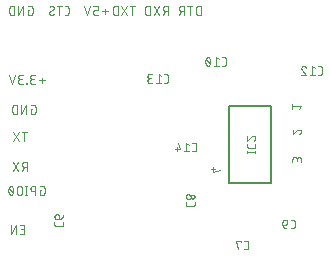
<source format=gbr>
G04 EAGLE Gerber X2 export*
%TF.Part,Single*%
%TF.FileFunction,Legend,Bot,1*%
%TF.FilePolarity,Positive*%
%TF.GenerationSoftware,Autodesk,EAGLE,9.6.2*%
%TF.CreationDate,2022-05-14T18:51:59Z*%
G75*
%MOMM*%
%FSLAX46Y46*%
%LPD*%
%INSilkscreen Bottom*%
%AMOC8*
5,1,8,0,0,1.08239X$1,22.5*%
G01*
%ADD10C,0.076200*%
%ADD11C,0.203200*%
%ADD12C,0.101600*%


D10*
X7295447Y22799322D02*
X7172678Y22799322D01*
X7172678Y22390100D01*
X7418213Y22390100D01*
X7422168Y22390148D01*
X7426121Y22390291D01*
X7430070Y22390530D01*
X7434011Y22390864D01*
X7437943Y22391293D01*
X7441864Y22391818D01*
X7445771Y22392436D01*
X7449662Y22393149D01*
X7453534Y22393956D01*
X7457386Y22394856D01*
X7461215Y22395849D01*
X7465019Y22396935D01*
X7468795Y22398111D01*
X7472542Y22399379D01*
X7476258Y22400737D01*
X7479939Y22402184D01*
X7483584Y22403720D01*
X7487191Y22405344D01*
X7490758Y22407054D01*
X7494283Y22408849D01*
X7497763Y22410730D01*
X7501196Y22412694D01*
X7504581Y22414740D01*
X7507916Y22416868D01*
X7511198Y22419075D01*
X7514426Y22421362D01*
X7517598Y22423725D01*
X7520712Y22426165D01*
X7523766Y22428679D01*
X7526758Y22431266D01*
X7529687Y22433924D01*
X7532551Y22436653D01*
X7535348Y22439450D01*
X7538077Y22442314D01*
X7540735Y22445243D01*
X7543322Y22448235D01*
X7545836Y22451289D01*
X7548276Y22454403D01*
X7550639Y22457575D01*
X7552926Y22460803D01*
X7555133Y22464085D01*
X7557261Y22467420D01*
X7559307Y22470805D01*
X7561271Y22474238D01*
X7563152Y22477718D01*
X7564947Y22481243D01*
X7566657Y22484810D01*
X7568281Y22488417D01*
X7569817Y22492062D01*
X7571264Y22495743D01*
X7572622Y22499459D01*
X7573890Y22503206D01*
X7575066Y22506982D01*
X7576152Y22510786D01*
X7577145Y22514615D01*
X7578045Y22518467D01*
X7578852Y22522339D01*
X7579565Y22526230D01*
X7580183Y22530137D01*
X7580708Y22534058D01*
X7581137Y22537990D01*
X7581471Y22541931D01*
X7581710Y22545880D01*
X7581853Y22549833D01*
X7581901Y22553788D01*
X7581900Y22553788D02*
X7581900Y22963009D01*
X7581901Y22963009D02*
X7581853Y22966964D01*
X7581710Y22970917D01*
X7581471Y22974866D01*
X7581137Y22978807D01*
X7580708Y22982739D01*
X7580183Y22986660D01*
X7579565Y22990567D01*
X7578852Y22994458D01*
X7578045Y22998330D01*
X7577145Y23002182D01*
X7576152Y23006011D01*
X7575066Y23009815D01*
X7573890Y23013591D01*
X7572622Y23017338D01*
X7571264Y23021054D01*
X7569817Y23024735D01*
X7568281Y23028380D01*
X7566657Y23031987D01*
X7564947Y23035554D01*
X7563152Y23039079D01*
X7561271Y23042559D01*
X7559307Y23045992D01*
X7557261Y23049377D01*
X7555133Y23052712D01*
X7552926Y23055994D01*
X7550639Y23059222D01*
X7548276Y23062394D01*
X7545836Y23065508D01*
X7543322Y23068562D01*
X7540735Y23071554D01*
X7538077Y23074483D01*
X7535348Y23077347D01*
X7532551Y23080144D01*
X7529687Y23082873D01*
X7526758Y23085531D01*
X7523766Y23088118D01*
X7520712Y23090632D01*
X7517598Y23093072D01*
X7514426Y23095435D01*
X7511198Y23097722D01*
X7507916Y23099929D01*
X7504581Y23102057D01*
X7501196Y23104103D01*
X7497763Y23106067D01*
X7494283Y23107948D01*
X7490758Y23109743D01*
X7487191Y23111453D01*
X7483584Y23113077D01*
X7479939Y23114613D01*
X7476258Y23116060D01*
X7472542Y23117418D01*
X7468795Y23118686D01*
X7465019Y23119862D01*
X7461215Y23120948D01*
X7457386Y23121941D01*
X7453534Y23122841D01*
X7449662Y23123648D01*
X7445771Y23124361D01*
X7441864Y23124979D01*
X7437943Y23125504D01*
X7434011Y23125933D01*
X7430070Y23126267D01*
X7426121Y23126506D01*
X7422168Y23126649D01*
X7418213Y23126697D01*
X7418213Y23126700D02*
X7172678Y23126700D01*
X6801616Y23126700D02*
X6801616Y22390100D01*
X6392394Y22390100D02*
X6801616Y23126700D01*
X6392394Y23126700D02*
X6392394Y22390100D01*
X6021331Y22390100D02*
X6021331Y23126700D01*
X5816722Y23126700D01*
X5816722Y23126701D02*
X5811778Y23126641D01*
X5806836Y23126462D01*
X5801901Y23126164D01*
X5796974Y23125746D01*
X5792059Y23125209D01*
X5787158Y23124554D01*
X5782274Y23123780D01*
X5777410Y23122889D01*
X5772570Y23121881D01*
X5767755Y23120755D01*
X5762969Y23119514D01*
X5758214Y23118158D01*
X5753493Y23116687D01*
X5748809Y23115102D01*
X5744165Y23113404D01*
X5739563Y23111595D01*
X5735007Y23109676D01*
X5730498Y23107646D01*
X5726039Y23105509D01*
X5721634Y23103264D01*
X5717283Y23100913D01*
X5712991Y23098458D01*
X5708760Y23095900D01*
X5704592Y23093241D01*
X5700489Y23090481D01*
X5696453Y23087623D01*
X5692489Y23084669D01*
X5688596Y23081620D01*
X5684779Y23078477D01*
X5681038Y23075243D01*
X5677377Y23071920D01*
X5673797Y23068509D01*
X5670301Y23065013D01*
X5666890Y23061433D01*
X5663567Y23057772D01*
X5660333Y23054031D01*
X5657190Y23050214D01*
X5654141Y23046321D01*
X5651187Y23042357D01*
X5648329Y23038321D01*
X5645569Y23034218D01*
X5642910Y23030050D01*
X5640352Y23025819D01*
X5637897Y23021527D01*
X5635546Y23017176D01*
X5633301Y23012771D01*
X5631164Y23008312D01*
X5629134Y23003803D01*
X5627215Y22999247D01*
X5625406Y22994645D01*
X5623708Y22990001D01*
X5622123Y22985317D01*
X5620652Y22980596D01*
X5619296Y22975841D01*
X5618055Y22971055D01*
X5616929Y22966240D01*
X5615921Y22961400D01*
X5615030Y22956536D01*
X5614256Y22951652D01*
X5613601Y22946751D01*
X5613064Y22941836D01*
X5612646Y22936909D01*
X5612348Y22931974D01*
X5612169Y22927032D01*
X5612109Y22922088D01*
X5612109Y22594709D01*
X5612169Y22589765D01*
X5612348Y22584823D01*
X5612646Y22579888D01*
X5613064Y22574961D01*
X5613601Y22570046D01*
X5614256Y22565145D01*
X5615030Y22560261D01*
X5615921Y22555397D01*
X5616929Y22550557D01*
X5618055Y22545742D01*
X5619296Y22540956D01*
X5620652Y22536201D01*
X5622123Y22531480D01*
X5623708Y22526796D01*
X5625406Y22522152D01*
X5627215Y22517550D01*
X5629134Y22512994D01*
X5631164Y22508485D01*
X5633301Y22504026D01*
X5635546Y22499621D01*
X5637897Y22495270D01*
X5640352Y22490978D01*
X5642910Y22486747D01*
X5645569Y22482579D01*
X5648329Y22478476D01*
X5651187Y22474440D01*
X5654141Y22470476D01*
X5657190Y22466583D01*
X5660333Y22462766D01*
X5663567Y22459025D01*
X5666890Y22455364D01*
X5670301Y22451784D01*
X5673797Y22448288D01*
X5677377Y22444877D01*
X5681038Y22441554D01*
X5684779Y22438320D01*
X5688596Y22435177D01*
X5692489Y22432128D01*
X5696453Y22429174D01*
X5700489Y22426316D01*
X5704592Y22423556D01*
X5708760Y22420897D01*
X5712991Y22418339D01*
X5717283Y22415884D01*
X5721634Y22413533D01*
X5726039Y22411288D01*
X5730498Y22409151D01*
X5735007Y22407121D01*
X5739563Y22405202D01*
X5744165Y22403393D01*
X5748809Y22401695D01*
X5753493Y22400110D01*
X5758214Y22398639D01*
X5762969Y22397283D01*
X5767755Y22396042D01*
X5772570Y22394916D01*
X5777410Y22393908D01*
X5782274Y22393017D01*
X5787158Y22392243D01*
X5792059Y22391588D01*
X5796974Y22391051D01*
X5801901Y22390633D01*
X5806836Y22390335D01*
X5811778Y22390156D01*
X5816722Y22390096D01*
X5816722Y22390100D02*
X6021331Y22390100D01*
X10302525Y22390100D02*
X10466213Y22390100D01*
X10470168Y22390148D01*
X10474121Y22390291D01*
X10478070Y22390530D01*
X10482011Y22390864D01*
X10485943Y22391293D01*
X10489864Y22391818D01*
X10493771Y22392436D01*
X10497662Y22393149D01*
X10501534Y22393956D01*
X10505386Y22394856D01*
X10509215Y22395849D01*
X10513019Y22396935D01*
X10516795Y22398111D01*
X10520542Y22399379D01*
X10524258Y22400737D01*
X10527939Y22402184D01*
X10531584Y22403720D01*
X10535191Y22405344D01*
X10538758Y22407054D01*
X10542283Y22408849D01*
X10545763Y22410730D01*
X10549196Y22412694D01*
X10552581Y22414740D01*
X10555916Y22416868D01*
X10559198Y22419075D01*
X10562426Y22421362D01*
X10565598Y22423725D01*
X10568712Y22426165D01*
X10571766Y22428679D01*
X10574758Y22431266D01*
X10577687Y22433924D01*
X10580551Y22436653D01*
X10583348Y22439450D01*
X10586077Y22442314D01*
X10588735Y22445243D01*
X10591322Y22448235D01*
X10593836Y22451289D01*
X10596276Y22454403D01*
X10598639Y22457575D01*
X10600926Y22460803D01*
X10603133Y22464085D01*
X10605261Y22467420D01*
X10607307Y22470805D01*
X10609271Y22474238D01*
X10611152Y22477718D01*
X10612947Y22481243D01*
X10614657Y22484810D01*
X10616281Y22488417D01*
X10617817Y22492062D01*
X10619264Y22495743D01*
X10620622Y22499459D01*
X10621890Y22503206D01*
X10623066Y22506982D01*
X10624152Y22510786D01*
X10625145Y22514615D01*
X10626045Y22518467D01*
X10626852Y22522339D01*
X10627565Y22526230D01*
X10628183Y22530137D01*
X10628708Y22534058D01*
X10629137Y22537990D01*
X10629471Y22541931D01*
X10629710Y22545880D01*
X10629853Y22549833D01*
X10629901Y22553788D01*
X10629900Y22553788D02*
X10629900Y22963009D01*
X10629901Y22963009D02*
X10629853Y22966964D01*
X10629710Y22970917D01*
X10629471Y22974866D01*
X10629137Y22978807D01*
X10628708Y22982739D01*
X10628183Y22986660D01*
X10627565Y22990567D01*
X10626852Y22994458D01*
X10626045Y22998330D01*
X10625145Y23002182D01*
X10624152Y23006011D01*
X10623066Y23009815D01*
X10621890Y23013591D01*
X10620622Y23017338D01*
X10619264Y23021054D01*
X10617817Y23024735D01*
X10616281Y23028380D01*
X10614657Y23031987D01*
X10612947Y23035554D01*
X10611152Y23039079D01*
X10609271Y23042559D01*
X10607307Y23045992D01*
X10605261Y23049377D01*
X10603133Y23052712D01*
X10600926Y23055994D01*
X10598639Y23059222D01*
X10596276Y23062394D01*
X10593836Y23065508D01*
X10591322Y23068562D01*
X10588735Y23071554D01*
X10586077Y23074483D01*
X10583348Y23077347D01*
X10580551Y23080144D01*
X10577687Y23082873D01*
X10574758Y23085531D01*
X10571766Y23088118D01*
X10568712Y23090632D01*
X10565598Y23093072D01*
X10562426Y23095435D01*
X10559198Y23097722D01*
X10555916Y23099929D01*
X10552581Y23102057D01*
X10549196Y23104103D01*
X10545763Y23106067D01*
X10542283Y23107948D01*
X10538758Y23109743D01*
X10535191Y23111453D01*
X10531584Y23113077D01*
X10527939Y23114613D01*
X10524258Y23116060D01*
X10520542Y23117418D01*
X10516795Y23118686D01*
X10513019Y23119862D01*
X10509215Y23120948D01*
X10505386Y23121941D01*
X10501534Y23122841D01*
X10497662Y23123648D01*
X10493771Y23124361D01*
X10489864Y23124979D01*
X10485943Y23125504D01*
X10482011Y23125933D01*
X10478070Y23126267D01*
X10474121Y23126506D01*
X10470168Y23126649D01*
X10466213Y23126697D01*
X10466213Y23126700D02*
X10302525Y23126700D01*
X9862153Y23126700D02*
X9862153Y22390100D01*
X10066763Y23126700D02*
X9657541Y23126700D01*
X8999171Y22553788D02*
X8999219Y22549833D01*
X8999362Y22545880D01*
X8999601Y22541931D01*
X8999935Y22537990D01*
X9000364Y22534057D01*
X9000889Y22530137D01*
X9001508Y22526230D01*
X9002221Y22522339D01*
X9003027Y22518466D01*
X9003928Y22514614D01*
X9004921Y22510785D01*
X9006006Y22506982D01*
X9007183Y22503205D01*
X9008450Y22499458D01*
X9009808Y22495743D01*
X9011256Y22492061D01*
X9012791Y22488416D01*
X9014415Y22484809D01*
X9016125Y22481242D01*
X9017921Y22477718D01*
X9019801Y22474237D01*
X9021765Y22470804D01*
X9023812Y22467419D01*
X9025940Y22464084D01*
X9028147Y22460802D01*
X9030433Y22457574D01*
X9032797Y22454402D01*
X9035237Y22451288D01*
X9037751Y22448234D01*
X9040338Y22445242D01*
X9042996Y22442313D01*
X9045725Y22439449D01*
X9048522Y22436652D01*
X9051386Y22433923D01*
X9054315Y22431265D01*
X9057307Y22428678D01*
X9060361Y22426164D01*
X9063475Y22423724D01*
X9066647Y22421361D01*
X9069875Y22419074D01*
X9073158Y22416867D01*
X9076492Y22414739D01*
X9079878Y22412693D01*
X9083311Y22410729D01*
X9086791Y22408848D01*
X9090316Y22407053D01*
X9093883Y22405343D01*
X9097490Y22403719D01*
X9101135Y22402183D01*
X9104817Y22400736D01*
X9108532Y22399378D01*
X9112279Y22398111D01*
X9116056Y22396934D01*
X9119859Y22395849D01*
X9123688Y22394856D01*
X9127540Y22393956D01*
X9131413Y22393149D01*
X9135304Y22392436D01*
X9139211Y22391817D01*
X9143131Y22391293D01*
X9147064Y22390864D01*
X9151005Y22390530D01*
X9154954Y22390291D01*
X9158907Y22390148D01*
X9162862Y22390100D01*
X9171135Y22390199D01*
X9179403Y22390496D01*
X9187662Y22390991D01*
X9195906Y22391683D01*
X9204131Y22392572D01*
X9212333Y22393658D01*
X9220507Y22394939D01*
X9228647Y22396416D01*
X9236750Y22398087D01*
X9244811Y22399952D01*
X9252824Y22402008D01*
X9260786Y22404256D01*
X9268693Y22406694D01*
X9276538Y22409320D01*
X9284319Y22412133D01*
X9292029Y22415132D01*
X9299666Y22418314D01*
X9307225Y22421678D01*
X9314701Y22425221D01*
X9322090Y22428943D01*
X9329388Y22432840D01*
X9336591Y22436911D01*
X9343694Y22441152D01*
X9350694Y22445563D01*
X9357586Y22450140D01*
X9364367Y22454880D01*
X9371032Y22459781D01*
X9377578Y22464840D01*
X9384002Y22470055D01*
X9390298Y22475421D01*
X9396465Y22480937D01*
X9402498Y22486599D01*
X9408393Y22492403D01*
X9387935Y22963009D02*
X9387887Y22966964D01*
X9387744Y22970917D01*
X9387505Y22974866D01*
X9387171Y22978807D01*
X9386742Y22982740D01*
X9386217Y22986661D01*
X9385598Y22990568D01*
X9384885Y22994458D01*
X9384079Y22998331D01*
X9383178Y23002183D01*
X9382185Y23006012D01*
X9381100Y23009816D01*
X9379923Y23013592D01*
X9378656Y23017339D01*
X9377298Y23021055D01*
X9375850Y23024736D01*
X9374315Y23028381D01*
X9372691Y23031989D01*
X9370981Y23035555D01*
X9369185Y23039080D01*
X9367305Y23042560D01*
X9365341Y23045994D01*
X9363294Y23049379D01*
X9361167Y23052714D01*
X9358959Y23055996D01*
X9356673Y23059224D01*
X9354309Y23062396D01*
X9351870Y23065510D01*
X9349356Y23068564D01*
X9346768Y23071556D01*
X9344110Y23074485D01*
X9341381Y23077349D01*
X9338584Y23080146D01*
X9335720Y23082875D01*
X9332791Y23085533D01*
X9329799Y23088121D01*
X9326745Y23090635D01*
X9323631Y23093074D01*
X9320459Y23095438D01*
X9317231Y23097724D01*
X9313949Y23099932D01*
X9310614Y23102059D01*
X9307229Y23104106D01*
X9303795Y23106070D01*
X9300315Y23107950D01*
X9296790Y23109746D01*
X9293224Y23111456D01*
X9289616Y23113080D01*
X9285971Y23114615D01*
X9282290Y23116063D01*
X9278574Y23117421D01*
X9274827Y23118688D01*
X9271051Y23119865D01*
X9267247Y23120950D01*
X9263418Y23121943D01*
X9259566Y23122844D01*
X9255693Y23123650D01*
X9251803Y23124363D01*
X9247896Y23124982D01*
X9243975Y23125507D01*
X9240042Y23125936D01*
X9236101Y23126270D01*
X9232152Y23126509D01*
X9228199Y23126652D01*
X9224244Y23126700D01*
X9216930Y23126613D01*
X9209620Y23126351D01*
X9202318Y23125916D01*
X9195029Y23125306D01*
X9187756Y23124523D01*
X9180504Y23123567D01*
X9173277Y23122439D01*
X9166079Y23121138D01*
X9158914Y23119666D01*
X9151786Y23118024D01*
X9144699Y23116213D01*
X9137657Y23114233D01*
X9130665Y23112086D01*
X9123725Y23109773D01*
X9116843Y23107295D01*
X9110022Y23104654D01*
X9103265Y23101851D01*
X9096578Y23098887D01*
X9089963Y23095766D01*
X9083424Y23092487D01*
X9076965Y23089054D01*
X9070590Y23085468D01*
X9064302Y23081730D01*
X9058105Y23077844D01*
X9052002Y23073812D01*
X9045997Y23069635D01*
X9040093Y23065316D01*
X9306091Y22819780D02*
X9309524Y22821860D01*
X9312906Y22824022D01*
X9316236Y22826264D01*
X9319509Y22828587D01*
X9322726Y22830988D01*
X9325884Y22833466D01*
X9328982Y22836020D01*
X9332016Y22838647D01*
X9334987Y22841347D01*
X9337891Y22844118D01*
X9340728Y22846959D01*
X9343495Y22849867D01*
X9346191Y22852840D01*
X9348814Y22855879D01*
X9351364Y22858979D01*
X9353838Y22862140D01*
X9356234Y22865361D01*
X9358553Y22868637D01*
X9360791Y22871969D01*
X9362949Y22875355D01*
X9365024Y22878791D01*
X9367016Y22882276D01*
X9368922Y22885808D01*
X9370743Y22889386D01*
X9372477Y22893006D01*
X9374124Y22896667D01*
X9375681Y22900367D01*
X9377148Y22904103D01*
X9378525Y22907874D01*
X9379811Y22911677D01*
X9381004Y22915509D01*
X9382104Y22919370D01*
X9383111Y22923255D01*
X9384024Y22927164D01*
X9384842Y22931094D01*
X9385565Y22935043D01*
X9386192Y22939008D01*
X9386724Y22942986D01*
X9387159Y22946977D01*
X9387498Y22950977D01*
X9387740Y22954984D01*
X9387886Y22958995D01*
X9387934Y22963009D01*
X9081020Y22697015D02*
X9077586Y22694935D01*
X9074204Y22692774D01*
X9070875Y22690531D01*
X9067601Y22688208D01*
X9064384Y22685807D01*
X9061226Y22683330D01*
X9058128Y22680776D01*
X9055093Y22678149D01*
X9052123Y22675449D01*
X9049218Y22672678D01*
X9046382Y22669838D01*
X9043614Y22666930D01*
X9040918Y22663956D01*
X9038294Y22660918D01*
X9035745Y22657818D01*
X9033271Y22654656D01*
X9030874Y22651436D01*
X9028555Y22648160D01*
X9026316Y22644828D01*
X9024159Y22641443D01*
X9022084Y22638006D01*
X9020092Y22634521D01*
X9018185Y22630989D01*
X9016364Y22627412D01*
X9014630Y22623791D01*
X9012983Y22620130D01*
X9011426Y22616430D01*
X9009958Y22612694D01*
X9008581Y22608924D01*
X9007296Y22605121D01*
X9006103Y22601288D01*
X9005002Y22597428D01*
X9003995Y22593542D01*
X9003082Y22589633D01*
X9002264Y22585703D01*
X9001541Y22581754D01*
X9000914Y22577790D01*
X9000382Y22573811D01*
X8999947Y22569820D01*
X8999608Y22565820D01*
X8999366Y22561813D01*
X8999220Y22557802D01*
X8999172Y22553788D01*
X9081019Y22697016D02*
X9306091Y22819781D01*
X13440834Y22676553D02*
X13931900Y22676553D01*
X13686369Y22431022D02*
X13686369Y22922088D01*
X13110691Y22390100D02*
X12865159Y22390100D01*
X12861142Y22390149D01*
X12857127Y22390297D01*
X12853117Y22390544D01*
X12849115Y22390888D01*
X12845122Y22391331D01*
X12841141Y22391872D01*
X12837174Y22392510D01*
X12833225Y22393245D01*
X12829294Y22394077D01*
X12825386Y22395005D01*
X12821501Y22396029D01*
X12817642Y22397148D01*
X12813812Y22398362D01*
X12810013Y22399668D01*
X12806248Y22401068D01*
X12802517Y22402560D01*
X12798825Y22404143D01*
X12795172Y22405816D01*
X12791562Y22407578D01*
X12787996Y22409428D01*
X12784476Y22411365D01*
X12781005Y22413388D01*
X12777585Y22415495D01*
X12774217Y22417686D01*
X12770905Y22419959D01*
X12767649Y22422312D01*
X12764451Y22424745D01*
X12761315Y22427255D01*
X12758241Y22429842D01*
X12755231Y22432503D01*
X12752288Y22435237D01*
X12749412Y22438043D01*
X12746606Y22440918D01*
X12743872Y22443861D01*
X12741211Y22446871D01*
X12738624Y22449945D01*
X12736114Y22453081D01*
X12733681Y22456279D01*
X12731327Y22459535D01*
X12729055Y22462847D01*
X12726864Y22466215D01*
X12724756Y22469635D01*
X12722733Y22473106D01*
X12720796Y22476625D01*
X12718946Y22480191D01*
X12717183Y22483802D01*
X12715510Y22487454D01*
X12713927Y22491147D01*
X12712435Y22494877D01*
X12711036Y22498643D01*
X12709728Y22502441D01*
X12708515Y22506271D01*
X12707396Y22510130D01*
X12706372Y22514014D01*
X12705444Y22517923D01*
X12704611Y22521854D01*
X12703876Y22525803D01*
X12703238Y22529769D01*
X12702697Y22533750D01*
X12702254Y22537743D01*
X12701909Y22541746D01*
X12701662Y22545756D01*
X12701514Y22549771D01*
X12701465Y22553788D01*
X12701469Y22553788D02*
X12701469Y22635631D01*
X12701468Y22635631D02*
X12701516Y22639586D01*
X12701659Y22643539D01*
X12701898Y22647488D01*
X12702232Y22651429D01*
X12702661Y22655362D01*
X12703186Y22659282D01*
X12703805Y22663189D01*
X12704518Y22667080D01*
X12705324Y22670953D01*
X12706225Y22674805D01*
X12707218Y22678634D01*
X12708303Y22682437D01*
X12709480Y22686214D01*
X12710747Y22689961D01*
X12712105Y22693676D01*
X12713553Y22697358D01*
X12715088Y22701003D01*
X12716712Y22704610D01*
X12718422Y22708177D01*
X12720218Y22711701D01*
X12722098Y22715182D01*
X12724062Y22718615D01*
X12726109Y22722000D01*
X12728237Y22725335D01*
X12730444Y22728617D01*
X12732730Y22731845D01*
X12735094Y22735017D01*
X12737534Y22738131D01*
X12740048Y22741185D01*
X12742635Y22744177D01*
X12745293Y22747106D01*
X12748022Y22749970D01*
X12750819Y22752767D01*
X12753683Y22755496D01*
X12756612Y22758154D01*
X12759604Y22760741D01*
X12762658Y22763255D01*
X12765772Y22765695D01*
X12768944Y22768058D01*
X12772172Y22770345D01*
X12775455Y22772552D01*
X12778789Y22774680D01*
X12782175Y22776726D01*
X12785608Y22778690D01*
X12789088Y22780571D01*
X12792613Y22782366D01*
X12796180Y22784076D01*
X12799787Y22785700D01*
X12803432Y22787236D01*
X12807114Y22788683D01*
X12810829Y22790041D01*
X12814576Y22791308D01*
X12818353Y22792485D01*
X12822156Y22793570D01*
X12825985Y22794563D01*
X12829837Y22795463D01*
X12833710Y22796270D01*
X12837601Y22796983D01*
X12841508Y22797602D01*
X12845428Y22798126D01*
X12849361Y22798555D01*
X12853302Y22798889D01*
X12857251Y22799128D01*
X12861204Y22799271D01*
X12865159Y22799319D01*
X12865159Y22799322D02*
X13110691Y22799322D01*
X13110691Y23126700D01*
X12701469Y23126700D01*
X12420094Y23126700D02*
X12174563Y22390100D01*
X11929028Y23126700D01*
X16013291Y23126700D02*
X16013291Y22390100D01*
X16217900Y23126700D02*
X15808678Y23126700D01*
X15085006Y23126700D02*
X15576072Y22390100D01*
X15085006Y22390100D02*
X15576072Y23126700D01*
X14779250Y23126700D02*
X14779250Y22390100D01*
X14779250Y23126700D02*
X14574641Y23126700D01*
X14574641Y23126701D02*
X14569697Y23126641D01*
X14564755Y23126462D01*
X14559820Y23126164D01*
X14554893Y23125746D01*
X14549978Y23125209D01*
X14545077Y23124554D01*
X14540193Y23123780D01*
X14535329Y23122889D01*
X14530489Y23121881D01*
X14525674Y23120755D01*
X14520888Y23119514D01*
X14516133Y23118158D01*
X14511412Y23116687D01*
X14506728Y23115102D01*
X14502084Y23113404D01*
X14497482Y23111595D01*
X14492926Y23109676D01*
X14488417Y23107646D01*
X14483958Y23105509D01*
X14479553Y23103264D01*
X14475202Y23100913D01*
X14470910Y23098458D01*
X14466679Y23095900D01*
X14462511Y23093241D01*
X14458408Y23090481D01*
X14454372Y23087623D01*
X14450408Y23084669D01*
X14446515Y23081620D01*
X14442698Y23078477D01*
X14438957Y23075243D01*
X14435296Y23071920D01*
X14431716Y23068509D01*
X14428220Y23065013D01*
X14424809Y23061433D01*
X14421486Y23057772D01*
X14418252Y23054031D01*
X14415109Y23050214D01*
X14412060Y23046321D01*
X14409106Y23042357D01*
X14406248Y23038321D01*
X14403488Y23034218D01*
X14400829Y23030050D01*
X14398271Y23025819D01*
X14395816Y23021527D01*
X14393465Y23017176D01*
X14391220Y23012771D01*
X14389083Y23008312D01*
X14387053Y23003803D01*
X14385134Y22999247D01*
X14383325Y22994645D01*
X14381627Y22990001D01*
X14380042Y22985317D01*
X14378571Y22980596D01*
X14377215Y22975841D01*
X14375974Y22971055D01*
X14374848Y22966240D01*
X14373840Y22961400D01*
X14372949Y22956536D01*
X14372175Y22951652D01*
X14371520Y22946751D01*
X14370983Y22941836D01*
X14370565Y22936909D01*
X14370267Y22931974D01*
X14370088Y22927032D01*
X14370028Y22922088D01*
X14370028Y22594709D01*
X14370088Y22589765D01*
X14370267Y22584823D01*
X14370565Y22579888D01*
X14370983Y22574961D01*
X14371520Y22570046D01*
X14372175Y22565145D01*
X14372949Y22560261D01*
X14373840Y22555397D01*
X14374848Y22550557D01*
X14375974Y22545742D01*
X14377215Y22540956D01*
X14378571Y22536201D01*
X14380042Y22531480D01*
X14381627Y22526796D01*
X14383325Y22522152D01*
X14385134Y22517550D01*
X14387053Y22512994D01*
X14389083Y22508485D01*
X14391220Y22504026D01*
X14393465Y22499621D01*
X14395816Y22495270D01*
X14398271Y22490978D01*
X14400829Y22486747D01*
X14403488Y22482579D01*
X14406248Y22478476D01*
X14409106Y22474440D01*
X14412060Y22470476D01*
X14415109Y22466583D01*
X14418252Y22462766D01*
X14421486Y22459025D01*
X14424809Y22455364D01*
X14428220Y22451784D01*
X14431716Y22448288D01*
X14435296Y22444877D01*
X14438957Y22441554D01*
X14442698Y22438320D01*
X14446515Y22435177D01*
X14450408Y22432128D01*
X14454372Y22429174D01*
X14458408Y22426316D01*
X14462511Y22423556D01*
X14466679Y22420897D01*
X14470910Y22418339D01*
X14475202Y22415884D01*
X14479553Y22413533D01*
X14483958Y22411288D01*
X14488417Y22409151D01*
X14492926Y22407121D01*
X14497482Y22405202D01*
X14502084Y22403393D01*
X14506728Y22401695D01*
X14511412Y22400110D01*
X14516133Y22398639D01*
X14520888Y22397283D01*
X14525674Y22396042D01*
X14530489Y22394916D01*
X14535329Y22393908D01*
X14540193Y22393017D01*
X14545077Y22392243D01*
X14549978Y22391588D01*
X14554893Y22391051D01*
X14559820Y22390633D01*
X14564755Y22390335D01*
X14569697Y22390156D01*
X14574641Y22390096D01*
X14574641Y22390100D02*
X14779250Y22390100D01*
X19011900Y22390100D02*
X19011900Y23126700D01*
X18807291Y23126700D01*
X18807291Y23126701D02*
X18802308Y23126640D01*
X18797329Y23126458D01*
X18792355Y23126155D01*
X18787390Y23125731D01*
X18782437Y23125186D01*
X18777499Y23124521D01*
X18772579Y23123735D01*
X18767678Y23122830D01*
X18762802Y23121806D01*
X18757952Y23120663D01*
X18753131Y23119403D01*
X18748342Y23118026D01*
X18743588Y23116532D01*
X18738872Y23114923D01*
X18734197Y23113200D01*
X18729565Y23111363D01*
X18724979Y23109414D01*
X18720442Y23107354D01*
X18715956Y23105185D01*
X18711524Y23102906D01*
X18707150Y23100521D01*
X18702834Y23098029D01*
X18698581Y23095433D01*
X18694392Y23092735D01*
X18690270Y23089935D01*
X18686218Y23087036D01*
X18682237Y23084038D01*
X18678330Y23080945D01*
X18674500Y23077758D01*
X18670749Y23074478D01*
X18667079Y23071108D01*
X18663491Y23067649D01*
X18659989Y23064105D01*
X18656575Y23060476D01*
X18653250Y23056764D01*
X18650016Y23052973D01*
X18646875Y23049105D01*
X18643830Y23045161D01*
X18640881Y23041144D01*
X18638032Y23037056D01*
X18635282Y23032901D01*
X18632635Y23028679D01*
X18630091Y23024395D01*
X18627652Y23020049D01*
X18625320Y23015646D01*
X18623096Y23011187D01*
X18620981Y23006675D01*
X18618976Y23002113D01*
X18617083Y22997504D01*
X18615303Y22992850D01*
X18613637Y22988154D01*
X18612086Y22983418D01*
X18610650Y22978647D01*
X18609331Y22973841D01*
X18608130Y22969006D01*
X18607046Y22964142D01*
X18606082Y22959253D01*
X18605236Y22954343D01*
X18604511Y22949413D01*
X18603905Y22944467D01*
X18603421Y22939507D01*
X18603057Y22934538D01*
X18602815Y22929561D01*
X18602693Y22924579D01*
X18602693Y22919597D01*
X18602815Y22914615D01*
X18603057Y22909638D01*
X18603421Y22904669D01*
X18603905Y22899709D01*
X18604511Y22894763D01*
X18605236Y22889833D01*
X18606082Y22884923D01*
X18607046Y22880034D01*
X18608130Y22875170D01*
X18609331Y22870335D01*
X18610650Y22865529D01*
X18612086Y22860758D01*
X18613637Y22856022D01*
X18615303Y22851326D01*
X18617083Y22846672D01*
X18618976Y22842063D01*
X18620981Y22837501D01*
X18623096Y22832989D01*
X18625320Y22828530D01*
X18627652Y22824127D01*
X18630091Y22819782D01*
X18632635Y22815497D01*
X18635282Y22811275D01*
X18638032Y22807120D01*
X18640881Y22803032D01*
X18643830Y22799015D01*
X18646875Y22795071D01*
X18650016Y22791203D01*
X18653250Y22787412D01*
X18656575Y22783700D01*
X18659989Y22780071D01*
X18663491Y22776527D01*
X18667079Y22773068D01*
X18670749Y22769698D01*
X18674500Y22766418D01*
X18678330Y22763231D01*
X18682237Y22760138D01*
X18686218Y22757140D01*
X18690270Y22754241D01*
X18694392Y22751441D01*
X18698581Y22748743D01*
X18702834Y22746147D01*
X18707150Y22743655D01*
X18711524Y22741270D01*
X18715956Y22738991D01*
X18720442Y22736822D01*
X18724979Y22734762D01*
X18729565Y22732813D01*
X18734197Y22730976D01*
X18738872Y22729253D01*
X18743588Y22727644D01*
X18748342Y22726150D01*
X18753131Y22724773D01*
X18757952Y22723513D01*
X18762802Y22722370D01*
X18767678Y22721346D01*
X18772579Y22720441D01*
X18777499Y22719655D01*
X18782437Y22718990D01*
X18787390Y22718445D01*
X18792355Y22718021D01*
X18797329Y22717718D01*
X18802308Y22717536D01*
X18807291Y22717475D01*
X19011900Y22717475D01*
X18766369Y22717475D02*
X18602678Y22390100D01*
X18326422Y22390100D02*
X17835356Y23126700D01*
X18326422Y23126700D02*
X17835356Y22390100D01*
X17529600Y22390100D02*
X17529600Y23126700D01*
X17324991Y23126700D01*
X17324991Y23126701D02*
X17320047Y23126641D01*
X17315105Y23126462D01*
X17310170Y23126164D01*
X17305243Y23125746D01*
X17300328Y23125209D01*
X17295427Y23124554D01*
X17290543Y23123780D01*
X17285679Y23122889D01*
X17280839Y23121881D01*
X17276024Y23120755D01*
X17271238Y23119514D01*
X17266483Y23118158D01*
X17261762Y23116687D01*
X17257078Y23115102D01*
X17252434Y23113404D01*
X17247832Y23111595D01*
X17243276Y23109676D01*
X17238767Y23107646D01*
X17234308Y23105509D01*
X17229903Y23103264D01*
X17225552Y23100913D01*
X17221260Y23098458D01*
X17217029Y23095900D01*
X17212861Y23093241D01*
X17208758Y23090481D01*
X17204722Y23087623D01*
X17200758Y23084669D01*
X17196865Y23081620D01*
X17193048Y23078477D01*
X17189307Y23075243D01*
X17185646Y23071920D01*
X17182066Y23068509D01*
X17178570Y23065013D01*
X17175159Y23061433D01*
X17171836Y23057772D01*
X17168602Y23054031D01*
X17165459Y23050214D01*
X17162410Y23046321D01*
X17159456Y23042357D01*
X17156598Y23038321D01*
X17153838Y23034218D01*
X17151179Y23030050D01*
X17148621Y23025819D01*
X17146166Y23021527D01*
X17143815Y23017176D01*
X17141570Y23012771D01*
X17139433Y23008312D01*
X17137403Y23003803D01*
X17135484Y22999247D01*
X17133675Y22994645D01*
X17131977Y22990001D01*
X17130392Y22985317D01*
X17128921Y22980596D01*
X17127565Y22975841D01*
X17126324Y22971055D01*
X17125198Y22966240D01*
X17124190Y22961400D01*
X17123299Y22956536D01*
X17122525Y22951652D01*
X17121870Y22946751D01*
X17121333Y22941836D01*
X17120915Y22936909D01*
X17120617Y22931974D01*
X17120438Y22927032D01*
X17120378Y22922088D01*
X17120378Y22594709D01*
X17120438Y22589765D01*
X17120617Y22584823D01*
X17120915Y22579888D01*
X17121333Y22574961D01*
X17121870Y22570046D01*
X17122525Y22565145D01*
X17123299Y22560261D01*
X17124190Y22555397D01*
X17125198Y22550557D01*
X17126324Y22545742D01*
X17127565Y22540956D01*
X17128921Y22536201D01*
X17130392Y22531480D01*
X17131977Y22526796D01*
X17133675Y22522152D01*
X17135484Y22517550D01*
X17137403Y22512994D01*
X17139433Y22508485D01*
X17141570Y22504026D01*
X17143815Y22499621D01*
X17146166Y22495270D01*
X17148621Y22490978D01*
X17151179Y22486747D01*
X17153838Y22482579D01*
X17156598Y22478476D01*
X17159456Y22474440D01*
X17162410Y22470476D01*
X17165459Y22466583D01*
X17168602Y22462766D01*
X17171836Y22459025D01*
X17175159Y22455364D01*
X17178570Y22451784D01*
X17182066Y22448288D01*
X17185646Y22444877D01*
X17189307Y22441554D01*
X17193048Y22438320D01*
X17196865Y22435177D01*
X17200758Y22432128D01*
X17204722Y22429174D01*
X17208758Y22426316D01*
X17212861Y22423556D01*
X17217029Y22420897D01*
X17221260Y22418339D01*
X17225552Y22415884D01*
X17229903Y22413533D01*
X17234308Y22411288D01*
X17238767Y22409151D01*
X17243276Y22407121D01*
X17247832Y22405202D01*
X17252434Y22403393D01*
X17257078Y22401695D01*
X17261762Y22400110D01*
X17266483Y22398639D01*
X17271238Y22397283D01*
X17276024Y22396042D01*
X17280839Y22394916D01*
X17285679Y22393908D01*
X17290543Y22393017D01*
X17295427Y22392243D01*
X17300328Y22391588D01*
X17305243Y22391051D01*
X17310170Y22390633D01*
X17315105Y22390335D01*
X17320047Y22390156D01*
X17324991Y22390096D01*
X17324991Y22390100D02*
X17529600Y22390100D01*
X21805900Y22390100D02*
X21805900Y23126700D01*
X21601291Y23126700D01*
X21601291Y23126701D02*
X21596347Y23126641D01*
X21591405Y23126462D01*
X21586470Y23126164D01*
X21581543Y23125746D01*
X21576628Y23125209D01*
X21571727Y23124554D01*
X21566843Y23123780D01*
X21561979Y23122889D01*
X21557139Y23121881D01*
X21552324Y23120755D01*
X21547538Y23119514D01*
X21542783Y23118158D01*
X21538062Y23116687D01*
X21533378Y23115102D01*
X21528734Y23113404D01*
X21524132Y23111595D01*
X21519576Y23109676D01*
X21515067Y23107646D01*
X21510608Y23105509D01*
X21506203Y23103264D01*
X21501852Y23100913D01*
X21497560Y23098458D01*
X21493329Y23095900D01*
X21489161Y23093241D01*
X21485058Y23090481D01*
X21481022Y23087623D01*
X21477058Y23084669D01*
X21473165Y23081620D01*
X21469348Y23078477D01*
X21465607Y23075243D01*
X21461946Y23071920D01*
X21458366Y23068509D01*
X21454870Y23065013D01*
X21451459Y23061433D01*
X21448136Y23057772D01*
X21444902Y23054031D01*
X21441759Y23050214D01*
X21438710Y23046321D01*
X21435756Y23042357D01*
X21432898Y23038321D01*
X21430138Y23034218D01*
X21427479Y23030050D01*
X21424921Y23025819D01*
X21422466Y23021527D01*
X21420115Y23017176D01*
X21417870Y23012771D01*
X21415733Y23008312D01*
X21413703Y23003803D01*
X21411784Y22999247D01*
X21409975Y22994645D01*
X21408277Y22990001D01*
X21406692Y22985317D01*
X21405221Y22980596D01*
X21403865Y22975841D01*
X21402624Y22971055D01*
X21401498Y22966240D01*
X21400490Y22961400D01*
X21399599Y22956536D01*
X21398825Y22951652D01*
X21398170Y22946751D01*
X21397633Y22941836D01*
X21397215Y22936909D01*
X21396917Y22931974D01*
X21396738Y22927032D01*
X21396678Y22922088D01*
X21396678Y22594709D01*
X21396738Y22589765D01*
X21396917Y22584823D01*
X21397215Y22579888D01*
X21397633Y22574961D01*
X21398170Y22570046D01*
X21398825Y22565145D01*
X21399599Y22560261D01*
X21400490Y22555397D01*
X21401498Y22550557D01*
X21402624Y22545742D01*
X21403865Y22540956D01*
X21405221Y22536201D01*
X21406692Y22531480D01*
X21408277Y22526796D01*
X21409975Y22522152D01*
X21411784Y22517550D01*
X21413703Y22512994D01*
X21415733Y22508485D01*
X21417870Y22504026D01*
X21420115Y22499621D01*
X21422466Y22495270D01*
X21424921Y22490978D01*
X21427479Y22486747D01*
X21430138Y22482579D01*
X21432898Y22478476D01*
X21435756Y22474440D01*
X21438710Y22470476D01*
X21441759Y22466583D01*
X21444902Y22462766D01*
X21448136Y22459025D01*
X21451459Y22455364D01*
X21454870Y22451784D01*
X21458366Y22448288D01*
X21461946Y22444877D01*
X21465607Y22441554D01*
X21469348Y22438320D01*
X21473165Y22435177D01*
X21477058Y22432128D01*
X21481022Y22429174D01*
X21485058Y22426316D01*
X21489161Y22423556D01*
X21493329Y22420897D01*
X21497560Y22418339D01*
X21501852Y22415884D01*
X21506203Y22413533D01*
X21510608Y22411288D01*
X21515067Y22409151D01*
X21519576Y22407121D01*
X21524132Y22405202D01*
X21528734Y22403393D01*
X21533378Y22401695D01*
X21538062Y22400110D01*
X21542783Y22398639D01*
X21547538Y22397283D01*
X21552324Y22396042D01*
X21557139Y22394916D01*
X21561979Y22393908D01*
X21566843Y22393017D01*
X21571727Y22392243D01*
X21576628Y22391588D01*
X21581543Y22391051D01*
X21586470Y22390633D01*
X21591405Y22390335D01*
X21596347Y22390156D01*
X21601291Y22390096D01*
X21601291Y22390100D02*
X21805900Y22390100D01*
X20894156Y22390100D02*
X20894156Y23126700D01*
X21098766Y23126700D02*
X20689544Y23126700D01*
X20386513Y23126700D02*
X20386513Y22390100D01*
X20386513Y23126700D02*
X20181903Y23126700D01*
X20181903Y23126701D02*
X20176920Y23126640D01*
X20171941Y23126458D01*
X20166967Y23126155D01*
X20162002Y23125731D01*
X20157049Y23125186D01*
X20152111Y23124521D01*
X20147191Y23123735D01*
X20142290Y23122830D01*
X20137414Y23121806D01*
X20132564Y23120663D01*
X20127743Y23119403D01*
X20122954Y23118026D01*
X20118200Y23116532D01*
X20113484Y23114923D01*
X20108809Y23113200D01*
X20104177Y23111363D01*
X20099591Y23109414D01*
X20095054Y23107354D01*
X20090568Y23105185D01*
X20086136Y23102906D01*
X20081762Y23100521D01*
X20077446Y23098029D01*
X20073193Y23095433D01*
X20069004Y23092735D01*
X20064882Y23089935D01*
X20060830Y23087036D01*
X20056849Y23084038D01*
X20052942Y23080945D01*
X20049112Y23077758D01*
X20045361Y23074478D01*
X20041691Y23071108D01*
X20038103Y23067649D01*
X20034601Y23064105D01*
X20031187Y23060476D01*
X20027862Y23056764D01*
X20024628Y23052973D01*
X20021487Y23049105D01*
X20018442Y23045161D01*
X20015493Y23041144D01*
X20012644Y23037056D01*
X20009894Y23032901D01*
X20007247Y23028679D01*
X20004703Y23024395D01*
X20002264Y23020049D01*
X19999932Y23015646D01*
X19997708Y23011187D01*
X19995593Y23006675D01*
X19993588Y23002113D01*
X19991695Y22997504D01*
X19989915Y22992850D01*
X19988249Y22988154D01*
X19986698Y22983418D01*
X19985262Y22978647D01*
X19983943Y22973841D01*
X19982742Y22969006D01*
X19981658Y22964142D01*
X19980694Y22959253D01*
X19979848Y22954343D01*
X19979123Y22949413D01*
X19978517Y22944467D01*
X19978033Y22939507D01*
X19977669Y22934538D01*
X19977427Y22929561D01*
X19977305Y22924579D01*
X19977305Y22919597D01*
X19977427Y22914615D01*
X19977669Y22909638D01*
X19978033Y22904669D01*
X19978517Y22899709D01*
X19979123Y22894763D01*
X19979848Y22889833D01*
X19980694Y22884923D01*
X19981658Y22880034D01*
X19982742Y22875170D01*
X19983943Y22870335D01*
X19985262Y22865529D01*
X19986698Y22860758D01*
X19988249Y22856022D01*
X19989915Y22851326D01*
X19991695Y22846672D01*
X19993588Y22842063D01*
X19995593Y22837501D01*
X19997708Y22832989D01*
X19999932Y22828530D01*
X20002264Y22824127D01*
X20004703Y22819782D01*
X20007247Y22815497D01*
X20009894Y22811275D01*
X20012644Y22807120D01*
X20015493Y22803032D01*
X20018442Y22799015D01*
X20021487Y22795071D01*
X20024628Y22791203D01*
X20027862Y22787412D01*
X20031187Y22783700D01*
X20034601Y22780071D01*
X20038103Y22776527D01*
X20041691Y22773068D01*
X20045361Y22769698D01*
X20049112Y22766418D01*
X20052942Y22763231D01*
X20056849Y22760138D01*
X20060830Y22757140D01*
X20064882Y22754241D01*
X20069004Y22751441D01*
X20073193Y22748743D01*
X20077446Y22746147D01*
X20081762Y22743655D01*
X20086136Y22741270D01*
X20090568Y22738991D01*
X20095054Y22736822D01*
X20099591Y22734762D01*
X20104177Y22732813D01*
X20108809Y22730976D01*
X20113484Y22729253D01*
X20118200Y22727644D01*
X20122954Y22726150D01*
X20127743Y22724773D01*
X20132564Y22723513D01*
X20137414Y22722370D01*
X20142290Y22721346D01*
X20147191Y22720441D01*
X20152111Y22719655D01*
X20157049Y22718990D01*
X20162002Y22718445D01*
X20166967Y22718021D01*
X20171941Y22717718D01*
X20176920Y22717536D01*
X20181903Y22717475D01*
X20386513Y22717475D01*
X20140981Y22717475D02*
X19977291Y22390100D01*
X8597900Y16834553D02*
X8106834Y16834553D01*
X8352369Y16589022D02*
X8352369Y17080088D01*
X7776691Y16548100D02*
X7572081Y16548100D01*
X7567099Y16548161D01*
X7562119Y16548343D01*
X7557146Y16548646D01*
X7552181Y16549070D01*
X7547228Y16549615D01*
X7542290Y16550280D01*
X7537369Y16551066D01*
X7532469Y16551971D01*
X7527593Y16552995D01*
X7522743Y16554138D01*
X7517922Y16555398D01*
X7513133Y16556775D01*
X7508380Y16558269D01*
X7503664Y16559878D01*
X7498988Y16561601D01*
X7494356Y16563437D01*
X7489770Y16565386D01*
X7485233Y16567446D01*
X7480748Y16569616D01*
X7476316Y16571894D01*
X7471942Y16574280D01*
X7467626Y16576771D01*
X7463373Y16579367D01*
X7459184Y16582066D01*
X7455062Y16584865D01*
X7451010Y16587765D01*
X7447029Y16590762D01*
X7443123Y16593855D01*
X7439293Y16597042D01*
X7435542Y16600322D01*
X7431871Y16603692D01*
X7428284Y16607150D01*
X7424782Y16610695D01*
X7421368Y16614324D01*
X7418043Y16618035D01*
X7414809Y16621826D01*
X7411668Y16625695D01*
X7408623Y16629639D01*
X7405675Y16633655D01*
X7402825Y16637743D01*
X7400076Y16641899D01*
X7397428Y16646120D01*
X7394884Y16650404D01*
X7392446Y16654750D01*
X7390114Y16659153D01*
X7387889Y16663612D01*
X7385774Y16668124D01*
X7383770Y16672685D01*
X7381877Y16677295D01*
X7380097Y16681949D01*
X7378431Y16686645D01*
X7376880Y16691380D01*
X7375444Y16696151D01*
X7374125Y16700957D01*
X7372924Y16705792D01*
X7371840Y16710656D01*
X7370876Y16715544D01*
X7370030Y16720455D01*
X7369305Y16725385D01*
X7368699Y16730331D01*
X7368215Y16735290D01*
X7367851Y16740259D01*
X7367609Y16745236D01*
X7367487Y16750218D01*
X7367487Y16755200D01*
X7367609Y16760182D01*
X7367851Y16765159D01*
X7368215Y16770128D01*
X7368699Y16775087D01*
X7369305Y16780033D01*
X7370030Y16784963D01*
X7370876Y16789874D01*
X7371840Y16794762D01*
X7372924Y16799626D01*
X7374125Y16804461D01*
X7375444Y16809267D01*
X7376880Y16814038D01*
X7378431Y16818773D01*
X7380097Y16823469D01*
X7381877Y16828123D01*
X7383770Y16832733D01*
X7385774Y16837294D01*
X7387889Y16841806D01*
X7390114Y16846265D01*
X7392446Y16850668D01*
X7394884Y16855014D01*
X7397428Y16859298D01*
X7400076Y16863519D01*
X7402825Y16867675D01*
X7405675Y16871763D01*
X7408623Y16875779D01*
X7411668Y16879723D01*
X7414809Y16883592D01*
X7418043Y16887383D01*
X7421368Y16891094D01*
X7424782Y16894723D01*
X7428284Y16898268D01*
X7431871Y16901726D01*
X7435542Y16905096D01*
X7439293Y16908376D01*
X7443123Y16911563D01*
X7447029Y16914656D01*
X7451010Y16917653D01*
X7455062Y16920553D01*
X7459184Y16923352D01*
X7463373Y16926051D01*
X7467626Y16928647D01*
X7471942Y16931138D01*
X7476316Y16933524D01*
X7480748Y16935802D01*
X7485233Y16937972D01*
X7489770Y16940032D01*
X7494356Y16941981D01*
X7498988Y16943817D01*
X7503664Y16945540D01*
X7508380Y16947149D01*
X7513133Y16948643D01*
X7517922Y16950020D01*
X7522743Y16951280D01*
X7527593Y16952423D01*
X7532469Y16953447D01*
X7537369Y16954352D01*
X7542290Y16955138D01*
X7547228Y16955803D01*
X7552181Y16956348D01*
X7557146Y16956772D01*
X7562119Y16957075D01*
X7567099Y16957257D01*
X7572081Y16957318D01*
X7531159Y17284700D02*
X7776691Y17284700D01*
X7531159Y17284700D02*
X7527173Y17284651D01*
X7523189Y17284506D01*
X7519210Y17284263D01*
X7515238Y17283924D01*
X7511276Y17283488D01*
X7507325Y17282956D01*
X7503389Y17282327D01*
X7499469Y17281603D01*
X7495568Y17280784D01*
X7491688Y17279870D01*
X7487831Y17278861D01*
X7484000Y17277760D01*
X7480197Y17276565D01*
X7476424Y17275278D01*
X7472684Y17273899D01*
X7468978Y17272430D01*
X7465309Y17270871D01*
X7461679Y17269223D01*
X7458091Y17267487D01*
X7454545Y17265664D01*
X7451046Y17263756D01*
X7447593Y17261762D01*
X7444191Y17259686D01*
X7440840Y17257527D01*
X7437542Y17255287D01*
X7434300Y17252968D01*
X7431115Y17250570D01*
X7427990Y17248095D01*
X7424926Y17245545D01*
X7421925Y17242922D01*
X7418989Y17240225D01*
X7416119Y17237459D01*
X7413317Y17234623D01*
X7410586Y17231719D01*
X7407925Y17228751D01*
X7405338Y17225718D01*
X7402826Y17222623D01*
X7400390Y17219468D01*
X7398031Y17216254D01*
X7395751Y17212984D01*
X7393551Y17209659D01*
X7391433Y17206282D01*
X7389398Y17202855D01*
X7387447Y17199378D01*
X7385582Y17195855D01*
X7383802Y17192288D01*
X7382110Y17188679D01*
X7380507Y17185029D01*
X7378992Y17181342D01*
X7377568Y17177618D01*
X7376235Y17173862D01*
X7374994Y17170073D01*
X7373846Y17166256D01*
X7372791Y17162412D01*
X7371829Y17158543D01*
X7370963Y17154652D01*
X7370191Y17150741D01*
X7369515Y17146813D01*
X7368934Y17142869D01*
X7368450Y17138912D01*
X7368062Y17134945D01*
X7367771Y17130969D01*
X7367577Y17126987D01*
X7367480Y17123002D01*
X7367480Y17119016D01*
X7367577Y17115031D01*
X7367771Y17111049D01*
X7368062Y17107073D01*
X7368450Y17103106D01*
X7368934Y17099149D01*
X7369515Y17095205D01*
X7370191Y17091277D01*
X7370963Y17087366D01*
X7371829Y17083475D01*
X7372791Y17079606D01*
X7373846Y17075762D01*
X7374994Y17071945D01*
X7376235Y17068156D01*
X7377568Y17064400D01*
X7378992Y17060676D01*
X7380507Y17056989D01*
X7382110Y17053339D01*
X7383802Y17049730D01*
X7385582Y17046163D01*
X7387447Y17042640D01*
X7389398Y17039164D01*
X7391433Y17035736D01*
X7393551Y17032359D01*
X7395751Y17029034D01*
X7398031Y17025764D01*
X7400390Y17022550D01*
X7402826Y17019395D01*
X7405338Y17016300D01*
X7407925Y17013267D01*
X7410586Y17010299D01*
X7413317Y17007395D01*
X7416119Y17004559D01*
X7418989Y17001793D01*
X7421925Y16999096D01*
X7424926Y16996473D01*
X7427990Y16993923D01*
X7431115Y16991448D01*
X7434300Y16989050D01*
X7437542Y16986731D01*
X7440840Y16984491D01*
X7444191Y16982332D01*
X7447593Y16980256D01*
X7451046Y16978262D01*
X7454545Y16976354D01*
X7458091Y16974531D01*
X7461679Y16972795D01*
X7465309Y16971147D01*
X7468978Y16969588D01*
X7472684Y16968119D01*
X7476424Y16966740D01*
X7480197Y16965453D01*
X7484000Y16964258D01*
X7487831Y16963157D01*
X7491688Y16962148D01*
X7495568Y16961234D01*
X7499469Y16960415D01*
X7503389Y16959691D01*
X7507325Y16959062D01*
X7511276Y16958530D01*
X7515238Y16958094D01*
X7519210Y16957755D01*
X7523189Y16957512D01*
X7527173Y16957367D01*
X7531159Y16957318D01*
X7531159Y16957322D02*
X7694847Y16957322D01*
X7080478Y16589022D02*
X7080478Y16548100D01*
X7080478Y16589022D02*
X7039556Y16589022D01*
X7039556Y16548100D01*
X7080478Y16548100D01*
X6752566Y16548100D02*
X6547956Y16548100D01*
X6542974Y16548161D01*
X6537994Y16548343D01*
X6533021Y16548646D01*
X6528056Y16549070D01*
X6523103Y16549615D01*
X6518165Y16550280D01*
X6513244Y16551066D01*
X6508344Y16551971D01*
X6503468Y16552995D01*
X6498618Y16554138D01*
X6493797Y16555398D01*
X6489008Y16556775D01*
X6484255Y16558269D01*
X6479539Y16559878D01*
X6474863Y16561601D01*
X6470231Y16563437D01*
X6465645Y16565386D01*
X6461108Y16567446D01*
X6456623Y16569616D01*
X6452191Y16571894D01*
X6447817Y16574280D01*
X6443501Y16576771D01*
X6439248Y16579367D01*
X6435059Y16582066D01*
X6430937Y16584865D01*
X6426885Y16587765D01*
X6422904Y16590762D01*
X6418998Y16593855D01*
X6415168Y16597042D01*
X6411417Y16600322D01*
X6407746Y16603692D01*
X6404159Y16607150D01*
X6400657Y16610695D01*
X6397243Y16614324D01*
X6393918Y16618035D01*
X6390684Y16621826D01*
X6387543Y16625695D01*
X6384498Y16629639D01*
X6381550Y16633655D01*
X6378700Y16637743D01*
X6375951Y16641899D01*
X6373303Y16646120D01*
X6370759Y16650404D01*
X6368321Y16654750D01*
X6365989Y16659153D01*
X6363764Y16663612D01*
X6361649Y16668124D01*
X6359645Y16672685D01*
X6357752Y16677295D01*
X6355972Y16681949D01*
X6354306Y16686645D01*
X6352755Y16691380D01*
X6351319Y16696151D01*
X6350000Y16700957D01*
X6348799Y16705792D01*
X6347715Y16710656D01*
X6346751Y16715544D01*
X6345905Y16720455D01*
X6345180Y16725385D01*
X6344574Y16730331D01*
X6344090Y16735290D01*
X6343726Y16740259D01*
X6343484Y16745236D01*
X6343362Y16750218D01*
X6343362Y16755200D01*
X6343484Y16760182D01*
X6343726Y16765159D01*
X6344090Y16770128D01*
X6344574Y16775087D01*
X6345180Y16780033D01*
X6345905Y16784963D01*
X6346751Y16789874D01*
X6347715Y16794762D01*
X6348799Y16799626D01*
X6350000Y16804461D01*
X6351319Y16809267D01*
X6352755Y16814038D01*
X6354306Y16818773D01*
X6355972Y16823469D01*
X6357752Y16828123D01*
X6359645Y16832733D01*
X6361649Y16837294D01*
X6363764Y16841806D01*
X6365989Y16846265D01*
X6368321Y16850668D01*
X6370759Y16855014D01*
X6373303Y16859298D01*
X6375951Y16863519D01*
X6378700Y16867675D01*
X6381550Y16871763D01*
X6384498Y16875779D01*
X6387543Y16879723D01*
X6390684Y16883592D01*
X6393918Y16887383D01*
X6397243Y16891094D01*
X6400657Y16894723D01*
X6404159Y16898268D01*
X6407746Y16901726D01*
X6411417Y16905096D01*
X6415168Y16908376D01*
X6418998Y16911563D01*
X6422904Y16914656D01*
X6426885Y16917653D01*
X6430937Y16920553D01*
X6435059Y16923352D01*
X6439248Y16926051D01*
X6443501Y16928647D01*
X6447817Y16931138D01*
X6452191Y16933524D01*
X6456623Y16935802D01*
X6461108Y16937972D01*
X6465645Y16940032D01*
X6470231Y16941981D01*
X6474863Y16943817D01*
X6479539Y16945540D01*
X6484255Y16947149D01*
X6489008Y16948643D01*
X6493797Y16950020D01*
X6498618Y16951280D01*
X6503468Y16952423D01*
X6508344Y16953447D01*
X6513244Y16954352D01*
X6518165Y16955138D01*
X6523103Y16955803D01*
X6528056Y16956348D01*
X6533021Y16956772D01*
X6537994Y16957075D01*
X6542974Y16957257D01*
X6547956Y16957318D01*
X6507034Y17284700D02*
X6752566Y17284700D01*
X6507034Y17284700D02*
X6503048Y17284651D01*
X6499064Y17284506D01*
X6495085Y17284263D01*
X6491113Y17283924D01*
X6487151Y17283488D01*
X6483200Y17282956D01*
X6479264Y17282327D01*
X6475344Y17281603D01*
X6471443Y17280784D01*
X6467563Y17279870D01*
X6463706Y17278861D01*
X6459875Y17277760D01*
X6456072Y17276565D01*
X6452299Y17275278D01*
X6448559Y17273899D01*
X6444853Y17272430D01*
X6441184Y17270871D01*
X6437554Y17269223D01*
X6433966Y17267487D01*
X6430420Y17265664D01*
X6426921Y17263756D01*
X6423468Y17261762D01*
X6420066Y17259686D01*
X6416715Y17257527D01*
X6413417Y17255287D01*
X6410175Y17252968D01*
X6406990Y17250570D01*
X6403865Y17248095D01*
X6400801Y17245545D01*
X6397800Y17242922D01*
X6394864Y17240225D01*
X6391994Y17237459D01*
X6389192Y17234623D01*
X6386461Y17231719D01*
X6383800Y17228751D01*
X6381213Y17225718D01*
X6378701Y17222623D01*
X6376265Y17219468D01*
X6373906Y17216254D01*
X6371626Y17212984D01*
X6369426Y17209659D01*
X6367308Y17206282D01*
X6365273Y17202855D01*
X6363322Y17199378D01*
X6361457Y17195855D01*
X6359677Y17192288D01*
X6357985Y17188679D01*
X6356382Y17185029D01*
X6354867Y17181342D01*
X6353443Y17177618D01*
X6352110Y17173862D01*
X6350869Y17170073D01*
X6349721Y17166256D01*
X6348666Y17162412D01*
X6347704Y17158543D01*
X6346838Y17154652D01*
X6346066Y17150741D01*
X6345390Y17146813D01*
X6344809Y17142869D01*
X6344325Y17138912D01*
X6343937Y17134945D01*
X6343646Y17130969D01*
X6343452Y17126987D01*
X6343355Y17123002D01*
X6343355Y17119016D01*
X6343452Y17115031D01*
X6343646Y17111049D01*
X6343937Y17107073D01*
X6344325Y17103106D01*
X6344809Y17099149D01*
X6345390Y17095205D01*
X6346066Y17091277D01*
X6346838Y17087366D01*
X6347704Y17083475D01*
X6348666Y17079606D01*
X6349721Y17075762D01*
X6350869Y17071945D01*
X6352110Y17068156D01*
X6353443Y17064400D01*
X6354867Y17060676D01*
X6356382Y17056989D01*
X6357985Y17053339D01*
X6359677Y17049730D01*
X6361457Y17046163D01*
X6363322Y17042640D01*
X6365273Y17039164D01*
X6367308Y17035736D01*
X6369426Y17032359D01*
X6371626Y17029034D01*
X6373906Y17025764D01*
X6376265Y17022550D01*
X6378701Y17019395D01*
X6381213Y17016300D01*
X6383800Y17013267D01*
X6386461Y17010299D01*
X6389192Y17007395D01*
X6391994Y17004559D01*
X6394864Y17001793D01*
X6397800Y16999096D01*
X6400801Y16996473D01*
X6403865Y16993923D01*
X6406990Y16991448D01*
X6410175Y16989050D01*
X6413417Y16986731D01*
X6416715Y16984491D01*
X6420066Y16982332D01*
X6423468Y16980256D01*
X6426921Y16978262D01*
X6430420Y16976354D01*
X6433966Y16974531D01*
X6437554Y16972795D01*
X6441184Y16971147D01*
X6444853Y16969588D01*
X6448559Y16968119D01*
X6452299Y16966740D01*
X6456072Y16965453D01*
X6459875Y16964258D01*
X6463706Y16963157D01*
X6467563Y16962148D01*
X6471443Y16961234D01*
X6475344Y16960415D01*
X6479264Y16959691D01*
X6483200Y16959062D01*
X6487151Y16958530D01*
X6491113Y16958094D01*
X6495085Y16957755D01*
X6499064Y16957512D01*
X6503048Y16957367D01*
X6507034Y16957318D01*
X6507034Y16957322D02*
X6670722Y16957322D01*
X6061969Y17284700D02*
X5816438Y16548100D01*
X5570903Y17284700D01*
X7426678Y14417322D02*
X7549447Y14417322D01*
X7426678Y14417322D02*
X7426678Y14008100D01*
X7672213Y14008100D01*
X7676168Y14008148D01*
X7680121Y14008291D01*
X7684070Y14008530D01*
X7688011Y14008864D01*
X7691943Y14009293D01*
X7695864Y14009818D01*
X7699771Y14010436D01*
X7703662Y14011149D01*
X7707534Y14011956D01*
X7711386Y14012856D01*
X7715215Y14013849D01*
X7719019Y14014935D01*
X7722795Y14016111D01*
X7726542Y14017379D01*
X7730258Y14018737D01*
X7733939Y14020184D01*
X7737584Y14021720D01*
X7741191Y14023344D01*
X7744758Y14025054D01*
X7748283Y14026849D01*
X7751763Y14028730D01*
X7755196Y14030694D01*
X7758581Y14032740D01*
X7761916Y14034868D01*
X7765198Y14037075D01*
X7768426Y14039362D01*
X7771598Y14041725D01*
X7774712Y14044165D01*
X7777766Y14046679D01*
X7780758Y14049266D01*
X7783687Y14051924D01*
X7786551Y14054653D01*
X7789348Y14057450D01*
X7792077Y14060314D01*
X7794735Y14063243D01*
X7797322Y14066235D01*
X7799836Y14069289D01*
X7802276Y14072403D01*
X7804639Y14075575D01*
X7806926Y14078803D01*
X7809133Y14082085D01*
X7811261Y14085420D01*
X7813307Y14088805D01*
X7815271Y14092238D01*
X7817152Y14095718D01*
X7818947Y14099243D01*
X7820657Y14102810D01*
X7822281Y14106417D01*
X7823817Y14110062D01*
X7825264Y14113743D01*
X7826622Y14117459D01*
X7827890Y14121206D01*
X7829066Y14124982D01*
X7830152Y14128786D01*
X7831145Y14132615D01*
X7832045Y14136467D01*
X7832852Y14140339D01*
X7833565Y14144230D01*
X7834183Y14148137D01*
X7834708Y14152058D01*
X7835137Y14155990D01*
X7835471Y14159931D01*
X7835710Y14163880D01*
X7835853Y14167833D01*
X7835901Y14171788D01*
X7835900Y14171788D02*
X7835900Y14581009D01*
X7835901Y14581009D02*
X7835853Y14584964D01*
X7835710Y14588917D01*
X7835471Y14592866D01*
X7835137Y14596807D01*
X7834708Y14600739D01*
X7834183Y14604660D01*
X7833565Y14608567D01*
X7832852Y14612458D01*
X7832045Y14616330D01*
X7831145Y14620182D01*
X7830152Y14624011D01*
X7829066Y14627815D01*
X7827890Y14631591D01*
X7826622Y14635338D01*
X7825264Y14639054D01*
X7823817Y14642735D01*
X7822281Y14646380D01*
X7820657Y14649987D01*
X7818947Y14653554D01*
X7817152Y14657079D01*
X7815271Y14660559D01*
X7813307Y14663992D01*
X7811261Y14667377D01*
X7809133Y14670712D01*
X7806926Y14673994D01*
X7804639Y14677222D01*
X7802276Y14680394D01*
X7799836Y14683508D01*
X7797322Y14686562D01*
X7794735Y14689554D01*
X7792077Y14692483D01*
X7789348Y14695347D01*
X7786551Y14698144D01*
X7783687Y14700873D01*
X7780758Y14703531D01*
X7777766Y14706118D01*
X7774712Y14708632D01*
X7771598Y14711072D01*
X7768426Y14713435D01*
X7765198Y14715722D01*
X7761916Y14717929D01*
X7758581Y14720057D01*
X7755196Y14722103D01*
X7751763Y14724067D01*
X7748283Y14725948D01*
X7744758Y14727743D01*
X7741191Y14729453D01*
X7737584Y14731077D01*
X7733939Y14732613D01*
X7730258Y14734060D01*
X7726542Y14735418D01*
X7722795Y14736686D01*
X7719019Y14737862D01*
X7715215Y14738948D01*
X7711386Y14739941D01*
X7707534Y14740841D01*
X7703662Y14741648D01*
X7699771Y14742361D01*
X7695864Y14742979D01*
X7691943Y14743504D01*
X7688011Y14743933D01*
X7684070Y14744267D01*
X7680121Y14744506D01*
X7676168Y14744649D01*
X7672213Y14744697D01*
X7672213Y14744700D02*
X7426678Y14744700D01*
X7055616Y14744700D02*
X7055616Y14008100D01*
X6646394Y14008100D02*
X7055616Y14744700D01*
X6646394Y14744700D02*
X6646394Y14008100D01*
X6275331Y14008100D02*
X6275331Y14744700D01*
X6070722Y14744700D01*
X6070722Y14744701D02*
X6065778Y14744641D01*
X6060836Y14744462D01*
X6055901Y14744164D01*
X6050974Y14743746D01*
X6046059Y14743209D01*
X6041158Y14742554D01*
X6036274Y14741780D01*
X6031410Y14740889D01*
X6026570Y14739881D01*
X6021755Y14738755D01*
X6016969Y14737514D01*
X6012214Y14736158D01*
X6007493Y14734687D01*
X6002809Y14733102D01*
X5998165Y14731404D01*
X5993563Y14729595D01*
X5989007Y14727676D01*
X5984498Y14725646D01*
X5980039Y14723509D01*
X5975634Y14721264D01*
X5971283Y14718913D01*
X5966991Y14716458D01*
X5962760Y14713900D01*
X5958592Y14711241D01*
X5954489Y14708481D01*
X5950453Y14705623D01*
X5946489Y14702669D01*
X5942596Y14699620D01*
X5938779Y14696477D01*
X5935038Y14693243D01*
X5931377Y14689920D01*
X5927797Y14686509D01*
X5924301Y14683013D01*
X5920890Y14679433D01*
X5917567Y14675772D01*
X5914333Y14672031D01*
X5911190Y14668214D01*
X5908141Y14664321D01*
X5905187Y14660357D01*
X5902329Y14656321D01*
X5899569Y14652218D01*
X5896910Y14648050D01*
X5894352Y14643819D01*
X5891897Y14639527D01*
X5889546Y14635176D01*
X5887301Y14630771D01*
X5885164Y14626312D01*
X5883134Y14621803D01*
X5881215Y14617247D01*
X5879406Y14612645D01*
X5877708Y14608001D01*
X5876123Y14603317D01*
X5874652Y14598596D01*
X5873296Y14593841D01*
X5872055Y14589055D01*
X5870929Y14584240D01*
X5869921Y14579400D01*
X5869030Y14574536D01*
X5868256Y14569652D01*
X5867601Y14564751D01*
X5867064Y14559836D01*
X5866646Y14554909D01*
X5866348Y14549974D01*
X5866169Y14545032D01*
X5866109Y14540088D01*
X5866109Y14212709D01*
X5866169Y14207765D01*
X5866348Y14202823D01*
X5866646Y14197888D01*
X5867064Y14192961D01*
X5867601Y14188046D01*
X5868256Y14183145D01*
X5869030Y14178261D01*
X5869921Y14173397D01*
X5870929Y14168557D01*
X5872055Y14163742D01*
X5873296Y14158956D01*
X5874652Y14154201D01*
X5876123Y14149480D01*
X5877708Y14144796D01*
X5879406Y14140152D01*
X5881215Y14135550D01*
X5883134Y14130994D01*
X5885164Y14126485D01*
X5887301Y14122026D01*
X5889546Y14117621D01*
X5891897Y14113270D01*
X5894352Y14108978D01*
X5896910Y14104747D01*
X5899569Y14100579D01*
X5902329Y14096476D01*
X5905187Y14092440D01*
X5908141Y14088476D01*
X5911190Y14084583D01*
X5914333Y14080766D01*
X5917567Y14077025D01*
X5920890Y14073364D01*
X5924301Y14069784D01*
X5927797Y14066288D01*
X5931377Y14062877D01*
X5935038Y14059554D01*
X5938779Y14056320D01*
X5942596Y14053177D01*
X5946489Y14050128D01*
X5950453Y14047174D01*
X5954489Y14044316D01*
X5958592Y14041556D01*
X5962760Y14038897D01*
X5966991Y14036339D01*
X5971283Y14033884D01*
X5975634Y14031533D01*
X5980039Y14029288D01*
X5984498Y14027151D01*
X5989007Y14025121D01*
X5993563Y14023202D01*
X5998165Y14021393D01*
X6002809Y14019695D01*
X6007493Y14018110D01*
X6012214Y14016639D01*
X6016969Y14015283D01*
X6021755Y14014042D01*
X6026570Y14012916D01*
X6031410Y14011908D01*
X6036274Y14011017D01*
X6041158Y14010243D01*
X6046059Y14009588D01*
X6050974Y14009051D01*
X6055901Y14008633D01*
X6060836Y14008335D01*
X6065778Y14008156D01*
X6070722Y14008096D01*
X6070722Y14008100D02*
X6275331Y14008100D01*
X6869291Y12458700D02*
X6869291Y11722100D01*
X7073900Y12458700D02*
X6664678Y12458700D01*
X5941006Y12458700D02*
X6432072Y11722100D01*
X5941006Y11722100D02*
X6432072Y12458700D01*
X7073900Y9918700D02*
X7073900Y9182100D01*
X7073900Y9918700D02*
X6869291Y9918700D01*
X6869291Y9918701D02*
X6864308Y9918640D01*
X6859329Y9918458D01*
X6854355Y9918155D01*
X6849390Y9917731D01*
X6844437Y9917186D01*
X6839499Y9916521D01*
X6834579Y9915735D01*
X6829678Y9914830D01*
X6824802Y9913806D01*
X6819952Y9912663D01*
X6815131Y9911403D01*
X6810342Y9910026D01*
X6805588Y9908532D01*
X6800872Y9906923D01*
X6796197Y9905200D01*
X6791565Y9903363D01*
X6786979Y9901414D01*
X6782442Y9899354D01*
X6777956Y9897185D01*
X6773524Y9894906D01*
X6769150Y9892521D01*
X6764834Y9890029D01*
X6760581Y9887433D01*
X6756392Y9884735D01*
X6752270Y9881935D01*
X6748218Y9879036D01*
X6744237Y9876038D01*
X6740330Y9872945D01*
X6736500Y9869758D01*
X6732749Y9866478D01*
X6729079Y9863108D01*
X6725491Y9859649D01*
X6721989Y9856105D01*
X6718575Y9852476D01*
X6715250Y9848764D01*
X6712016Y9844973D01*
X6708875Y9841105D01*
X6705830Y9837161D01*
X6702881Y9833144D01*
X6700032Y9829056D01*
X6697282Y9824901D01*
X6694635Y9820679D01*
X6692091Y9816395D01*
X6689652Y9812049D01*
X6687320Y9807646D01*
X6685096Y9803187D01*
X6682981Y9798675D01*
X6680976Y9794113D01*
X6679083Y9789504D01*
X6677303Y9784850D01*
X6675637Y9780154D01*
X6674086Y9775418D01*
X6672650Y9770647D01*
X6671331Y9765841D01*
X6670130Y9761006D01*
X6669046Y9756142D01*
X6668082Y9751253D01*
X6667236Y9746343D01*
X6666511Y9741413D01*
X6665905Y9736467D01*
X6665421Y9731507D01*
X6665057Y9726538D01*
X6664815Y9721561D01*
X6664693Y9716579D01*
X6664693Y9711597D01*
X6664815Y9706615D01*
X6665057Y9701638D01*
X6665421Y9696669D01*
X6665905Y9691709D01*
X6666511Y9686763D01*
X6667236Y9681833D01*
X6668082Y9676923D01*
X6669046Y9672034D01*
X6670130Y9667170D01*
X6671331Y9662335D01*
X6672650Y9657529D01*
X6674086Y9652758D01*
X6675637Y9648022D01*
X6677303Y9643326D01*
X6679083Y9638672D01*
X6680976Y9634063D01*
X6682981Y9629501D01*
X6685096Y9624989D01*
X6687320Y9620530D01*
X6689652Y9616127D01*
X6692091Y9611781D01*
X6694635Y9607497D01*
X6697282Y9603275D01*
X6700032Y9599120D01*
X6702881Y9595032D01*
X6705830Y9591015D01*
X6708875Y9587071D01*
X6712016Y9583203D01*
X6715250Y9579412D01*
X6718575Y9575700D01*
X6721989Y9572071D01*
X6725491Y9568527D01*
X6729079Y9565068D01*
X6732749Y9561698D01*
X6736500Y9558418D01*
X6740330Y9555231D01*
X6744237Y9552138D01*
X6748218Y9549140D01*
X6752270Y9546241D01*
X6756392Y9543441D01*
X6760581Y9540743D01*
X6764834Y9538147D01*
X6769150Y9535655D01*
X6773524Y9533270D01*
X6777956Y9530991D01*
X6782442Y9528822D01*
X6786979Y9526762D01*
X6791565Y9524813D01*
X6796197Y9522976D01*
X6800872Y9521253D01*
X6805588Y9519644D01*
X6810342Y9518150D01*
X6815131Y9516773D01*
X6819952Y9515513D01*
X6824802Y9514370D01*
X6829678Y9513346D01*
X6834579Y9512441D01*
X6839499Y9511655D01*
X6844437Y9510990D01*
X6849390Y9510445D01*
X6854355Y9510021D01*
X6859329Y9509718D01*
X6864308Y9509536D01*
X6869291Y9509475D01*
X7073900Y9509475D01*
X6828369Y9509475D02*
X6664678Y9182100D01*
X6388422Y9182100D02*
X5897356Y9918700D01*
X6388422Y9918700D02*
X5897356Y9182100D01*
X8188678Y7559322D02*
X8311447Y7559322D01*
X8188678Y7559322D02*
X8188678Y7150100D01*
X8434213Y7150100D01*
X8438168Y7150148D01*
X8442121Y7150291D01*
X8446070Y7150530D01*
X8450011Y7150864D01*
X8453943Y7151293D01*
X8457864Y7151818D01*
X8461771Y7152436D01*
X8465662Y7153149D01*
X8469534Y7153956D01*
X8473386Y7154856D01*
X8477215Y7155849D01*
X8481019Y7156935D01*
X8484795Y7158111D01*
X8488542Y7159379D01*
X8492258Y7160737D01*
X8495939Y7162184D01*
X8499584Y7163720D01*
X8503191Y7165344D01*
X8506758Y7167054D01*
X8510283Y7168849D01*
X8513763Y7170730D01*
X8517196Y7172694D01*
X8520581Y7174740D01*
X8523916Y7176868D01*
X8527198Y7179075D01*
X8530426Y7181362D01*
X8533598Y7183725D01*
X8536712Y7186165D01*
X8539766Y7188679D01*
X8542758Y7191266D01*
X8545687Y7193924D01*
X8548551Y7196653D01*
X8551348Y7199450D01*
X8554077Y7202314D01*
X8556735Y7205243D01*
X8559322Y7208235D01*
X8561836Y7211289D01*
X8564276Y7214403D01*
X8566639Y7217575D01*
X8568926Y7220803D01*
X8571133Y7224085D01*
X8573261Y7227420D01*
X8575307Y7230805D01*
X8577271Y7234238D01*
X8579152Y7237718D01*
X8580947Y7241243D01*
X8582657Y7244810D01*
X8584281Y7248417D01*
X8585817Y7252062D01*
X8587264Y7255743D01*
X8588622Y7259459D01*
X8589890Y7263206D01*
X8591066Y7266982D01*
X8592152Y7270786D01*
X8593145Y7274615D01*
X8594045Y7278467D01*
X8594852Y7282339D01*
X8595565Y7286230D01*
X8596183Y7290137D01*
X8596708Y7294058D01*
X8597137Y7297990D01*
X8597471Y7301931D01*
X8597710Y7305880D01*
X8597853Y7309833D01*
X8597901Y7313788D01*
X8597900Y7313788D02*
X8597900Y7723009D01*
X8597901Y7723009D02*
X8597853Y7726964D01*
X8597710Y7730917D01*
X8597471Y7734866D01*
X8597137Y7738807D01*
X8596708Y7742739D01*
X8596183Y7746660D01*
X8595565Y7750567D01*
X8594852Y7754458D01*
X8594045Y7758330D01*
X8593145Y7762182D01*
X8592152Y7766011D01*
X8591066Y7769815D01*
X8589890Y7773591D01*
X8588622Y7777338D01*
X8587264Y7781054D01*
X8585817Y7784735D01*
X8584281Y7788380D01*
X8582657Y7791987D01*
X8580947Y7795554D01*
X8579152Y7799079D01*
X8577271Y7802559D01*
X8575307Y7805992D01*
X8573261Y7809377D01*
X8571133Y7812712D01*
X8568926Y7815994D01*
X8566639Y7819222D01*
X8564276Y7822394D01*
X8561836Y7825508D01*
X8559322Y7828562D01*
X8556735Y7831554D01*
X8554077Y7834483D01*
X8551348Y7837347D01*
X8548551Y7840144D01*
X8545687Y7842873D01*
X8542758Y7845531D01*
X8539766Y7848118D01*
X8536712Y7850632D01*
X8533598Y7853072D01*
X8530426Y7855435D01*
X8527198Y7857722D01*
X8523916Y7859929D01*
X8520581Y7862057D01*
X8517196Y7864103D01*
X8513763Y7866067D01*
X8510283Y7867948D01*
X8506758Y7869743D01*
X8503191Y7871453D01*
X8499584Y7873077D01*
X8495939Y7874613D01*
X8492258Y7876060D01*
X8488542Y7877418D01*
X8484795Y7878686D01*
X8481019Y7879862D01*
X8477215Y7880948D01*
X8473386Y7881941D01*
X8469534Y7882841D01*
X8465662Y7883648D01*
X8461771Y7884361D01*
X8457864Y7884979D01*
X8453943Y7885504D01*
X8450011Y7885933D01*
X8446070Y7886267D01*
X8442121Y7886506D01*
X8438168Y7886649D01*
X8434213Y7886697D01*
X8434213Y7886700D02*
X8188678Y7886700D01*
X7805847Y7886700D02*
X7805847Y7150100D01*
X7805847Y7886700D02*
X7601238Y7886700D01*
X7601238Y7886701D02*
X7596255Y7886640D01*
X7591276Y7886458D01*
X7586302Y7886155D01*
X7581337Y7885731D01*
X7576384Y7885186D01*
X7571446Y7884521D01*
X7566526Y7883735D01*
X7561625Y7882830D01*
X7556749Y7881806D01*
X7551899Y7880663D01*
X7547078Y7879403D01*
X7542289Y7878026D01*
X7537535Y7876532D01*
X7532819Y7874923D01*
X7528144Y7873200D01*
X7523512Y7871363D01*
X7518926Y7869414D01*
X7514389Y7867354D01*
X7509903Y7865185D01*
X7505471Y7862906D01*
X7501097Y7860521D01*
X7496781Y7858029D01*
X7492528Y7855433D01*
X7488339Y7852735D01*
X7484217Y7849935D01*
X7480165Y7847036D01*
X7476184Y7844038D01*
X7472277Y7840945D01*
X7468447Y7837758D01*
X7464696Y7834478D01*
X7461026Y7831108D01*
X7457438Y7827649D01*
X7453936Y7824105D01*
X7450522Y7820476D01*
X7447197Y7816764D01*
X7443963Y7812973D01*
X7440822Y7809105D01*
X7437777Y7805161D01*
X7434828Y7801144D01*
X7431979Y7797056D01*
X7429229Y7792901D01*
X7426582Y7788679D01*
X7424038Y7784395D01*
X7421599Y7780049D01*
X7419267Y7775646D01*
X7417043Y7771187D01*
X7414928Y7766675D01*
X7412923Y7762113D01*
X7411030Y7757504D01*
X7409250Y7752850D01*
X7407584Y7748154D01*
X7406033Y7743418D01*
X7404597Y7738647D01*
X7403278Y7733841D01*
X7402077Y7729006D01*
X7400993Y7724142D01*
X7400029Y7719253D01*
X7399183Y7714343D01*
X7398458Y7709413D01*
X7397852Y7704467D01*
X7397368Y7699507D01*
X7397004Y7694538D01*
X7396762Y7689561D01*
X7396640Y7684579D01*
X7396640Y7679597D01*
X7396762Y7674615D01*
X7397004Y7669638D01*
X7397368Y7664669D01*
X7397852Y7659709D01*
X7398458Y7654763D01*
X7399183Y7649833D01*
X7400029Y7644923D01*
X7400993Y7640034D01*
X7402077Y7635170D01*
X7403278Y7630335D01*
X7404597Y7625529D01*
X7406033Y7620758D01*
X7407584Y7616022D01*
X7409250Y7611326D01*
X7411030Y7606672D01*
X7412923Y7602063D01*
X7414928Y7597501D01*
X7417043Y7592989D01*
X7419267Y7588530D01*
X7421599Y7584127D01*
X7424038Y7579781D01*
X7426582Y7575497D01*
X7429229Y7571275D01*
X7431979Y7567120D01*
X7434828Y7563032D01*
X7437777Y7559015D01*
X7440822Y7555071D01*
X7443963Y7551203D01*
X7447197Y7547412D01*
X7450522Y7543700D01*
X7453936Y7540071D01*
X7457438Y7536527D01*
X7461026Y7533068D01*
X7464696Y7529698D01*
X7468447Y7526418D01*
X7472277Y7523231D01*
X7476184Y7520138D01*
X7480165Y7517140D01*
X7484217Y7514241D01*
X7488339Y7511441D01*
X7492528Y7508743D01*
X7496781Y7506147D01*
X7501097Y7503655D01*
X7505471Y7501270D01*
X7509903Y7498991D01*
X7514389Y7496822D01*
X7518926Y7494762D01*
X7523512Y7492813D01*
X7528144Y7490976D01*
X7532819Y7489253D01*
X7537535Y7487644D01*
X7542289Y7486150D01*
X7547078Y7484773D01*
X7551899Y7483513D01*
X7556749Y7482370D01*
X7561625Y7481346D01*
X7566526Y7480441D01*
X7571446Y7479655D01*
X7576384Y7478990D01*
X7581337Y7478445D01*
X7586302Y7478021D01*
X7591276Y7477718D01*
X7596255Y7477536D01*
X7601238Y7477475D01*
X7805847Y7477475D01*
X7052172Y7150100D02*
X7052172Y7886700D01*
X7134016Y7150100D02*
X6970328Y7150100D01*
X6970328Y7886700D02*
X7134016Y7886700D01*
X6671566Y7682088D02*
X6671566Y7354709D01*
X6671566Y7682088D02*
X6671505Y7687071D01*
X6671323Y7692050D01*
X6671020Y7697024D01*
X6670596Y7701989D01*
X6670051Y7706942D01*
X6669386Y7711880D01*
X6668600Y7716800D01*
X6667695Y7721701D01*
X6666671Y7726577D01*
X6665528Y7731427D01*
X6664268Y7736248D01*
X6662891Y7741037D01*
X6661397Y7745791D01*
X6659788Y7750507D01*
X6658065Y7755182D01*
X6656228Y7759814D01*
X6654279Y7764400D01*
X6652219Y7768937D01*
X6650050Y7773423D01*
X6647771Y7777855D01*
X6645386Y7782229D01*
X6642894Y7786545D01*
X6640298Y7790798D01*
X6637600Y7794987D01*
X6634800Y7799109D01*
X6631901Y7803161D01*
X6628903Y7807142D01*
X6625810Y7811049D01*
X6622623Y7814879D01*
X6619343Y7818630D01*
X6615973Y7822300D01*
X6612514Y7825888D01*
X6608970Y7829390D01*
X6605341Y7832804D01*
X6601629Y7836129D01*
X6597838Y7839363D01*
X6593970Y7842504D01*
X6590026Y7845549D01*
X6586009Y7848498D01*
X6581921Y7851347D01*
X6577766Y7854097D01*
X6573544Y7856744D01*
X6569260Y7859288D01*
X6564914Y7861727D01*
X6560511Y7864059D01*
X6556052Y7866283D01*
X6551540Y7868398D01*
X6546978Y7870403D01*
X6542369Y7872296D01*
X6537715Y7874076D01*
X6533019Y7875742D01*
X6528283Y7877293D01*
X6523512Y7878729D01*
X6518706Y7880048D01*
X6513871Y7881249D01*
X6509007Y7882333D01*
X6504118Y7883297D01*
X6499208Y7884143D01*
X6494278Y7884868D01*
X6489332Y7885474D01*
X6484372Y7885958D01*
X6479403Y7886322D01*
X6474426Y7886564D01*
X6469444Y7886686D01*
X6464462Y7886686D01*
X6459480Y7886564D01*
X6454503Y7886322D01*
X6449534Y7885958D01*
X6444574Y7885474D01*
X6439628Y7884868D01*
X6434698Y7884143D01*
X6429788Y7883297D01*
X6424899Y7882333D01*
X6420035Y7881249D01*
X6415200Y7880048D01*
X6410394Y7878729D01*
X6405623Y7877293D01*
X6400887Y7875742D01*
X6396191Y7874076D01*
X6391537Y7872296D01*
X6386928Y7870403D01*
X6382366Y7868398D01*
X6377854Y7866283D01*
X6373395Y7864059D01*
X6368992Y7861727D01*
X6364647Y7859288D01*
X6360362Y7856744D01*
X6356140Y7854097D01*
X6351985Y7851347D01*
X6347897Y7848498D01*
X6343880Y7845549D01*
X6339936Y7842504D01*
X6336068Y7839363D01*
X6332277Y7836129D01*
X6328565Y7832804D01*
X6324936Y7829390D01*
X6321392Y7825888D01*
X6317933Y7822300D01*
X6314563Y7818630D01*
X6311283Y7814879D01*
X6308096Y7811049D01*
X6305003Y7807142D01*
X6302005Y7803161D01*
X6299106Y7799109D01*
X6296306Y7794987D01*
X6293608Y7790798D01*
X6291012Y7786545D01*
X6288520Y7782229D01*
X6286135Y7777855D01*
X6283856Y7773423D01*
X6281687Y7768937D01*
X6279627Y7764400D01*
X6277678Y7759814D01*
X6275841Y7755182D01*
X6274118Y7750507D01*
X6272509Y7745791D01*
X6271015Y7741037D01*
X6269638Y7736248D01*
X6268378Y7731427D01*
X6267235Y7726577D01*
X6266211Y7721701D01*
X6265306Y7716800D01*
X6264520Y7711880D01*
X6263855Y7706942D01*
X6263310Y7701989D01*
X6262886Y7697024D01*
X6262583Y7692050D01*
X6262401Y7687071D01*
X6262340Y7682088D01*
X6262344Y7682088D02*
X6262344Y7354709D01*
X6262405Y7349727D01*
X6262587Y7344747D01*
X6262890Y7339774D01*
X6263314Y7334809D01*
X6263859Y7329856D01*
X6264524Y7324918D01*
X6265310Y7319997D01*
X6266215Y7315097D01*
X6267239Y7310221D01*
X6268382Y7305371D01*
X6269642Y7300550D01*
X6271019Y7295761D01*
X6272513Y7291008D01*
X6274122Y7286292D01*
X6275845Y7281616D01*
X6277681Y7276984D01*
X6279630Y7272398D01*
X6281690Y7267861D01*
X6283860Y7263376D01*
X6286138Y7258944D01*
X6288524Y7254570D01*
X6291015Y7250254D01*
X6293611Y7246001D01*
X6296310Y7241812D01*
X6299109Y7237690D01*
X6302009Y7233638D01*
X6305006Y7229657D01*
X6308099Y7225751D01*
X6311286Y7221921D01*
X6314566Y7218170D01*
X6317936Y7214499D01*
X6321394Y7210912D01*
X6324939Y7207410D01*
X6328568Y7203996D01*
X6332279Y7200671D01*
X6336070Y7197437D01*
X6339939Y7194296D01*
X6343883Y7191251D01*
X6347899Y7188303D01*
X6351987Y7185453D01*
X6356143Y7182704D01*
X6360364Y7180056D01*
X6364649Y7177512D01*
X6368994Y7175074D01*
X6373397Y7172742D01*
X6377856Y7170517D01*
X6382368Y7168402D01*
X6386929Y7166398D01*
X6391539Y7164505D01*
X6396193Y7162725D01*
X6400889Y7161059D01*
X6405624Y7159508D01*
X6410395Y7158072D01*
X6415201Y7156753D01*
X6420036Y7155552D01*
X6424900Y7154468D01*
X6429788Y7153504D01*
X6434699Y7152658D01*
X6439629Y7151933D01*
X6444575Y7151327D01*
X6449534Y7150843D01*
X6454503Y7150479D01*
X6459480Y7150237D01*
X6464462Y7150115D01*
X6469444Y7150115D01*
X6474426Y7150237D01*
X6479403Y7150479D01*
X6484372Y7150843D01*
X6489331Y7151327D01*
X6494277Y7151933D01*
X6499207Y7152658D01*
X6504118Y7153504D01*
X6509006Y7154468D01*
X6513870Y7155552D01*
X6518705Y7156753D01*
X6523511Y7158072D01*
X6528282Y7159508D01*
X6533017Y7161059D01*
X6537713Y7162725D01*
X6542367Y7164505D01*
X6546977Y7166398D01*
X6551538Y7168402D01*
X6556050Y7170517D01*
X6560509Y7172742D01*
X6564912Y7175074D01*
X6569258Y7177512D01*
X6573542Y7180056D01*
X6577763Y7182704D01*
X6581919Y7185453D01*
X6586007Y7188303D01*
X6590023Y7191251D01*
X6593967Y7194296D01*
X6597836Y7197437D01*
X6601627Y7200671D01*
X6605338Y7203996D01*
X6608967Y7207410D01*
X6612512Y7210912D01*
X6615970Y7214499D01*
X6619340Y7218170D01*
X6622620Y7221921D01*
X6625807Y7225751D01*
X6628900Y7229657D01*
X6631897Y7233638D01*
X6634797Y7237690D01*
X6637596Y7241812D01*
X6640295Y7246001D01*
X6642891Y7250254D01*
X6645382Y7254570D01*
X6647768Y7258944D01*
X6650046Y7263376D01*
X6652216Y7267861D01*
X6654276Y7272398D01*
X6656225Y7276984D01*
X6658061Y7281616D01*
X6659784Y7286292D01*
X6661393Y7291008D01*
X6662887Y7295761D01*
X6664264Y7300550D01*
X6665524Y7305371D01*
X6666667Y7310221D01*
X6667691Y7315097D01*
X6668596Y7319997D01*
X6669382Y7324918D01*
X6670047Y7329856D01*
X6670592Y7334809D01*
X6671016Y7339774D01*
X6671319Y7344747D01*
X6671501Y7349727D01*
X6671562Y7354709D01*
X5940044Y7518400D02*
X5939871Y7532890D01*
X5939352Y7547372D01*
X5938488Y7561837D01*
X5937278Y7576278D01*
X5935725Y7590686D01*
X5933827Y7605052D01*
X5931588Y7619369D01*
X5929007Y7633628D01*
X5926087Y7647822D01*
X5922828Y7661942D01*
X5919234Y7675981D01*
X5915305Y7689929D01*
X5911045Y7703780D01*
X5906455Y7717525D01*
X5901538Y7731156D01*
X5896298Y7744667D01*
X5890736Y7758048D01*
X5884857Y7771293D01*
X5878663Y7784394D01*
X5878660Y7784393D02*
X5877423Y7787862D01*
X5876103Y7791300D01*
X5874699Y7794705D01*
X5873213Y7798074D01*
X5871645Y7801407D01*
X5869996Y7804700D01*
X5868269Y7807952D01*
X5866462Y7811162D01*
X5864578Y7814326D01*
X5862617Y7817444D01*
X5860582Y7820513D01*
X5858472Y7823531D01*
X5856290Y7826498D01*
X5854035Y7829410D01*
X5851711Y7832267D01*
X5849318Y7835066D01*
X5846858Y7837806D01*
X5844332Y7840486D01*
X5841741Y7843103D01*
X5839087Y7845657D01*
X5836372Y7848146D01*
X5833598Y7850567D01*
X5830765Y7852920D01*
X5827876Y7855204D01*
X5824932Y7857417D01*
X5821935Y7859558D01*
X5818887Y7861625D01*
X5815790Y7863617D01*
X5812645Y7865534D01*
X5809455Y7867373D01*
X5806220Y7869134D01*
X5802944Y7870816D01*
X5799628Y7872418D01*
X5796274Y7873939D01*
X5792884Y7875378D01*
X5789459Y7876733D01*
X5786003Y7878005D01*
X5782517Y7879193D01*
X5779004Y7880296D01*
X5775464Y7881313D01*
X5771901Y7882243D01*
X5768316Y7883086D01*
X5764711Y7883842D01*
X5761090Y7884511D01*
X5757453Y7885090D01*
X5753803Y7885582D01*
X5750142Y7885984D01*
X5746473Y7886297D01*
X5742797Y7886521D01*
X5739117Y7886655D01*
X5735434Y7886700D01*
X5731751Y7886655D01*
X5728071Y7886521D01*
X5724395Y7886297D01*
X5720726Y7885984D01*
X5717065Y7885582D01*
X5713415Y7885090D01*
X5709778Y7884511D01*
X5706156Y7883842D01*
X5702552Y7883086D01*
X5698967Y7882243D01*
X5695403Y7881313D01*
X5691864Y7880296D01*
X5688350Y7879193D01*
X5684864Y7878006D01*
X5681408Y7876734D01*
X5677983Y7875378D01*
X5674593Y7873939D01*
X5671239Y7872418D01*
X5667923Y7870816D01*
X5664647Y7869134D01*
X5661412Y7867373D01*
X5658222Y7865534D01*
X5655077Y7863618D01*
X5651979Y7861625D01*
X5648931Y7859558D01*
X5645934Y7857418D01*
X5642990Y7855205D01*
X5640101Y7852921D01*
X5637268Y7850568D01*
X5634494Y7848146D01*
X5631779Y7845658D01*
X5629125Y7843104D01*
X5626534Y7840487D01*
X5624008Y7837807D01*
X5621547Y7835067D01*
X5619154Y7832267D01*
X5616830Y7829411D01*
X5614576Y7826498D01*
X5612393Y7823532D01*
X5610283Y7820513D01*
X5608247Y7817444D01*
X5606287Y7814327D01*
X5604402Y7811162D01*
X5602596Y7807953D01*
X5600868Y7804701D01*
X5599219Y7801408D01*
X5597651Y7798075D01*
X5596165Y7794706D01*
X5594761Y7791301D01*
X5593440Y7787863D01*
X5592203Y7784394D01*
X5592206Y7784394D02*
X5586012Y7771293D01*
X5580132Y7758048D01*
X5574571Y7744667D01*
X5569330Y7731157D01*
X5564413Y7717525D01*
X5559823Y7703780D01*
X5555562Y7689929D01*
X5551633Y7675981D01*
X5548039Y7661943D01*
X5544780Y7647823D01*
X5541859Y7633629D01*
X5539279Y7619369D01*
X5537039Y7605052D01*
X5535142Y7590686D01*
X5533588Y7576278D01*
X5532378Y7561837D01*
X5531514Y7547372D01*
X5530995Y7532890D01*
X5530822Y7518400D01*
X5940044Y7518400D02*
X5939871Y7503910D01*
X5939352Y7489428D01*
X5938488Y7474962D01*
X5937279Y7460521D01*
X5935725Y7446114D01*
X5933828Y7431747D01*
X5931588Y7417430D01*
X5929007Y7403170D01*
X5926087Y7388976D01*
X5922829Y7374856D01*
X5919234Y7360817D01*
X5915306Y7346869D01*
X5911045Y7333018D01*
X5906455Y7319273D01*
X5901539Y7305641D01*
X5896298Y7292130D01*
X5890737Y7278749D01*
X5884857Y7265504D01*
X5878663Y7252403D01*
X5878659Y7252404D02*
X5877422Y7248935D01*
X5876102Y7245497D01*
X5874698Y7242093D01*
X5873211Y7238723D01*
X5871644Y7235391D01*
X5869995Y7232098D01*
X5868267Y7228845D01*
X5866461Y7225636D01*
X5864577Y7222472D01*
X5862616Y7219354D01*
X5860580Y7216285D01*
X5858471Y7213267D01*
X5856288Y7210301D01*
X5854034Y7207388D01*
X5851710Y7204532D01*
X5849317Y7201732D01*
X5846857Y7198992D01*
X5844330Y7196313D01*
X5841740Y7193695D01*
X5839086Y7191142D01*
X5836371Y7188653D01*
X5833596Y7186232D01*
X5830764Y7183878D01*
X5827875Y7181595D01*
X5824931Y7179382D01*
X5821934Y7177241D01*
X5818886Y7175174D01*
X5815789Y7173182D01*
X5812644Y7171266D01*
X5809453Y7169426D01*
X5806219Y7167665D01*
X5802943Y7165983D01*
X5799627Y7164381D01*
X5796273Y7162861D01*
X5792883Y7161422D01*
X5789459Y7160066D01*
X5786003Y7158794D01*
X5782517Y7157607D01*
X5779003Y7156504D01*
X5775463Y7155487D01*
X5771900Y7154557D01*
X5768315Y7153713D01*
X5764711Y7152957D01*
X5761089Y7152289D01*
X5757452Y7151710D01*
X5753803Y7151218D01*
X5750142Y7150816D01*
X5746473Y7150503D01*
X5742797Y7150279D01*
X5739116Y7150145D01*
X5735434Y7150100D01*
X5592206Y7252403D02*
X5586012Y7265504D01*
X5580132Y7278749D01*
X5574570Y7292130D01*
X5569329Y7305641D01*
X5564413Y7319272D01*
X5559822Y7333018D01*
X5555562Y7346868D01*
X5551633Y7360817D01*
X5548038Y7374856D01*
X5544780Y7388976D01*
X5541859Y7403170D01*
X5539279Y7417430D01*
X5537039Y7431747D01*
X5535141Y7446113D01*
X5533588Y7460521D01*
X5532378Y7474962D01*
X5531514Y7489428D01*
X5530995Y7503910D01*
X5530822Y7518400D01*
X5592204Y7252403D02*
X5593441Y7248934D01*
X5594762Y7245496D01*
X5596166Y7242092D01*
X5597652Y7238722D01*
X5599220Y7235390D01*
X5600869Y7232097D01*
X5602597Y7228845D01*
X5604404Y7225635D01*
X5606288Y7222471D01*
X5608249Y7219354D01*
X5610284Y7216285D01*
X5612394Y7213266D01*
X5614577Y7210300D01*
X5616831Y7207388D01*
X5619155Y7204531D01*
X5621548Y7201732D01*
X5624009Y7198992D01*
X5626535Y7196312D01*
X5629126Y7193695D01*
X5631780Y7191141D01*
X5634495Y7188653D01*
X5637270Y7186231D01*
X5640102Y7183878D01*
X5642992Y7181594D01*
X5645936Y7179382D01*
X5648932Y7177241D01*
X5651980Y7175174D01*
X5655078Y7173182D01*
X5658223Y7171265D01*
X5661413Y7169426D01*
X5664648Y7167665D01*
X5667924Y7165983D01*
X5671240Y7164381D01*
X5674594Y7162861D01*
X5677984Y7161422D01*
X5681408Y7160066D01*
X5684865Y7158794D01*
X5688351Y7157606D01*
X5691864Y7156504D01*
X5695404Y7155487D01*
X5698967Y7154557D01*
X5702552Y7153713D01*
X5706157Y7152957D01*
X5709778Y7152289D01*
X5713415Y7151710D01*
X5717065Y7151218D01*
X5720726Y7150816D01*
X5724395Y7150503D01*
X5728071Y7150279D01*
X5731752Y7150145D01*
X5735434Y7150100D01*
X5899122Y7313788D02*
X5571744Y7723009D01*
X6492525Y3848100D02*
X6819900Y3848100D01*
X6819900Y4584700D01*
X6492525Y4584700D01*
X6574369Y4257322D02*
X6819900Y4257322D01*
X6187491Y4584700D02*
X6187491Y3848100D01*
X5778269Y3848100D02*
X6187491Y4584700D01*
X5778269Y4584700D02*
X5778269Y3848100D01*
X23637525Y18072100D02*
X23801213Y18072100D01*
X23805168Y18072148D01*
X23809121Y18072291D01*
X23813070Y18072530D01*
X23817011Y18072864D01*
X23820943Y18073293D01*
X23824864Y18073818D01*
X23828771Y18074436D01*
X23832662Y18075149D01*
X23836534Y18075956D01*
X23840386Y18076856D01*
X23844215Y18077849D01*
X23848019Y18078935D01*
X23851795Y18080111D01*
X23855542Y18081379D01*
X23859258Y18082737D01*
X23862939Y18084184D01*
X23866584Y18085720D01*
X23870191Y18087344D01*
X23873758Y18089054D01*
X23877283Y18090849D01*
X23880763Y18092730D01*
X23884196Y18094694D01*
X23887581Y18096740D01*
X23890916Y18098868D01*
X23894198Y18101075D01*
X23897426Y18103362D01*
X23900598Y18105725D01*
X23903712Y18108165D01*
X23906766Y18110679D01*
X23909758Y18113266D01*
X23912687Y18115924D01*
X23915551Y18118653D01*
X23918348Y18121450D01*
X23921077Y18124314D01*
X23923735Y18127243D01*
X23926322Y18130235D01*
X23928836Y18133289D01*
X23931276Y18136403D01*
X23933639Y18139575D01*
X23935926Y18142803D01*
X23938133Y18146085D01*
X23940261Y18149420D01*
X23942307Y18152805D01*
X23944271Y18156238D01*
X23946152Y18159718D01*
X23947947Y18163243D01*
X23949657Y18166810D01*
X23951281Y18170417D01*
X23952817Y18174062D01*
X23954264Y18177743D01*
X23955622Y18181459D01*
X23956890Y18185206D01*
X23958066Y18188982D01*
X23959152Y18192786D01*
X23960145Y18196615D01*
X23961045Y18200467D01*
X23961852Y18204339D01*
X23962565Y18208230D01*
X23963183Y18212137D01*
X23963708Y18216058D01*
X23964137Y18219990D01*
X23964471Y18223931D01*
X23964710Y18227880D01*
X23964853Y18231833D01*
X23964901Y18235788D01*
X23964900Y18235788D02*
X23964900Y18645009D01*
X23964901Y18645009D02*
X23964853Y18648964D01*
X23964710Y18652917D01*
X23964471Y18656866D01*
X23964137Y18660807D01*
X23963708Y18664739D01*
X23963183Y18668660D01*
X23962565Y18672567D01*
X23961852Y18676458D01*
X23961045Y18680330D01*
X23960145Y18684182D01*
X23959152Y18688011D01*
X23958066Y18691815D01*
X23956890Y18695591D01*
X23955622Y18699338D01*
X23954264Y18703054D01*
X23952817Y18706735D01*
X23951281Y18710380D01*
X23949657Y18713987D01*
X23947947Y18717554D01*
X23946152Y18721079D01*
X23944271Y18724559D01*
X23942307Y18727992D01*
X23940261Y18731377D01*
X23938133Y18734712D01*
X23935926Y18737994D01*
X23933639Y18741222D01*
X23931276Y18744394D01*
X23928836Y18747508D01*
X23926322Y18750562D01*
X23923735Y18753554D01*
X23921077Y18756483D01*
X23918348Y18759347D01*
X23915551Y18762144D01*
X23912687Y18764873D01*
X23909758Y18767531D01*
X23906766Y18770118D01*
X23903712Y18772632D01*
X23900598Y18775072D01*
X23897426Y18777435D01*
X23894198Y18779722D01*
X23890916Y18781929D01*
X23887581Y18784057D01*
X23884196Y18786103D01*
X23880763Y18788067D01*
X23877283Y18789948D01*
X23873758Y18791743D01*
X23870191Y18793453D01*
X23866584Y18795077D01*
X23862939Y18796613D01*
X23859258Y18798060D01*
X23855542Y18799418D01*
X23851795Y18800686D01*
X23848019Y18801862D01*
X23844215Y18802948D01*
X23840386Y18803941D01*
X23836534Y18804841D01*
X23832662Y18805648D01*
X23828771Y18806361D01*
X23824864Y18806979D01*
X23820943Y18807504D01*
X23817011Y18807933D01*
X23813070Y18808267D01*
X23809121Y18808506D01*
X23805168Y18808649D01*
X23801213Y18808697D01*
X23801213Y18808700D02*
X23637525Y18808700D01*
X23352994Y18645009D02*
X23148384Y18808700D01*
X23148384Y18072100D01*
X23352994Y18072100D02*
X22943772Y18072100D01*
X22621472Y18440400D02*
X22621299Y18454890D01*
X22620780Y18469372D01*
X22619916Y18483837D01*
X22618706Y18498278D01*
X22617153Y18512686D01*
X22615255Y18527052D01*
X22613016Y18541369D01*
X22610435Y18555628D01*
X22607515Y18569822D01*
X22604256Y18583942D01*
X22600662Y18597981D01*
X22596733Y18611929D01*
X22592473Y18625780D01*
X22587883Y18639525D01*
X22582966Y18653156D01*
X22577726Y18666667D01*
X22572164Y18680048D01*
X22566285Y18693293D01*
X22560091Y18706394D01*
X22560089Y18706393D02*
X22558852Y18709862D01*
X22557532Y18713300D01*
X22556128Y18716705D01*
X22554642Y18720074D01*
X22553074Y18723407D01*
X22551425Y18726700D01*
X22549698Y18729952D01*
X22547891Y18733162D01*
X22546007Y18736326D01*
X22544046Y18739444D01*
X22542011Y18742513D01*
X22539901Y18745531D01*
X22537719Y18748498D01*
X22535464Y18751410D01*
X22533140Y18754267D01*
X22530747Y18757066D01*
X22528287Y18759806D01*
X22525761Y18762486D01*
X22523170Y18765103D01*
X22520516Y18767657D01*
X22517801Y18770146D01*
X22515027Y18772567D01*
X22512194Y18774920D01*
X22509305Y18777204D01*
X22506361Y18779417D01*
X22503364Y18781558D01*
X22500316Y18783625D01*
X22497219Y18785617D01*
X22494074Y18787534D01*
X22490884Y18789373D01*
X22487649Y18791134D01*
X22484373Y18792816D01*
X22481057Y18794418D01*
X22477703Y18795939D01*
X22474313Y18797378D01*
X22470888Y18798733D01*
X22467432Y18800005D01*
X22463946Y18801193D01*
X22460433Y18802296D01*
X22456893Y18803313D01*
X22453330Y18804243D01*
X22449745Y18805086D01*
X22446140Y18805842D01*
X22442519Y18806511D01*
X22438882Y18807090D01*
X22435232Y18807582D01*
X22431571Y18807984D01*
X22427902Y18808297D01*
X22424226Y18808521D01*
X22420546Y18808655D01*
X22416863Y18808700D01*
X22413180Y18808655D01*
X22409500Y18808521D01*
X22405824Y18808297D01*
X22402155Y18807984D01*
X22398494Y18807582D01*
X22394844Y18807090D01*
X22391207Y18806511D01*
X22387585Y18805842D01*
X22383981Y18805086D01*
X22380396Y18804243D01*
X22376832Y18803313D01*
X22373293Y18802296D01*
X22369779Y18801193D01*
X22366293Y18800006D01*
X22362837Y18798734D01*
X22359412Y18797378D01*
X22356022Y18795939D01*
X22352668Y18794418D01*
X22349352Y18792816D01*
X22346076Y18791134D01*
X22342841Y18789373D01*
X22339651Y18787534D01*
X22336506Y18785618D01*
X22333408Y18783625D01*
X22330360Y18781558D01*
X22327363Y18779418D01*
X22324419Y18777205D01*
X22321530Y18774921D01*
X22318697Y18772568D01*
X22315923Y18770146D01*
X22313208Y18767658D01*
X22310554Y18765104D01*
X22307963Y18762487D01*
X22305437Y18759807D01*
X22302976Y18757067D01*
X22300583Y18754267D01*
X22298259Y18751411D01*
X22296005Y18748498D01*
X22293822Y18745532D01*
X22291712Y18742513D01*
X22289676Y18739444D01*
X22287716Y18736327D01*
X22285831Y18733162D01*
X22284025Y18729953D01*
X22282297Y18726701D01*
X22280648Y18723408D01*
X22279080Y18720075D01*
X22277594Y18716706D01*
X22276190Y18713301D01*
X22274869Y18709863D01*
X22273632Y18706394D01*
X22273634Y18706394D02*
X22267440Y18693293D01*
X22261560Y18680048D01*
X22255999Y18666667D01*
X22250758Y18653157D01*
X22245841Y18639525D01*
X22241251Y18625780D01*
X22236990Y18611929D01*
X22233061Y18597981D01*
X22229467Y18583943D01*
X22226208Y18569823D01*
X22223287Y18555629D01*
X22220707Y18541369D01*
X22218467Y18527052D01*
X22216570Y18512686D01*
X22215016Y18498278D01*
X22213806Y18483837D01*
X22212942Y18469372D01*
X22212423Y18454890D01*
X22212250Y18440400D01*
X22621472Y18440400D02*
X22621299Y18425910D01*
X22620780Y18411428D01*
X22619916Y18396962D01*
X22618707Y18382521D01*
X22617153Y18368114D01*
X22615256Y18353747D01*
X22613016Y18339430D01*
X22610435Y18325170D01*
X22607515Y18310976D01*
X22604257Y18296856D01*
X22600662Y18282817D01*
X22596734Y18268869D01*
X22592473Y18255018D01*
X22587883Y18241273D01*
X22582967Y18227641D01*
X22577726Y18214130D01*
X22572165Y18200749D01*
X22566285Y18187504D01*
X22560091Y18174403D01*
X22560088Y18174404D02*
X22558851Y18170935D01*
X22557531Y18167497D01*
X22556127Y18164093D01*
X22554640Y18160723D01*
X22553073Y18157391D01*
X22551424Y18154098D01*
X22549696Y18150845D01*
X22547890Y18147636D01*
X22546006Y18144472D01*
X22544045Y18141354D01*
X22542009Y18138285D01*
X22539900Y18135267D01*
X22537717Y18132301D01*
X22535463Y18129388D01*
X22533139Y18126532D01*
X22530746Y18123732D01*
X22528286Y18120992D01*
X22525759Y18118313D01*
X22523169Y18115695D01*
X22520515Y18113142D01*
X22517800Y18110653D01*
X22515025Y18108232D01*
X22512193Y18105878D01*
X22509304Y18103595D01*
X22506360Y18101382D01*
X22503363Y18099241D01*
X22500315Y18097174D01*
X22497218Y18095182D01*
X22494073Y18093266D01*
X22490882Y18091426D01*
X22487648Y18089665D01*
X22484372Y18087983D01*
X22481056Y18086381D01*
X22477702Y18084861D01*
X22474312Y18083422D01*
X22470888Y18082066D01*
X22467432Y18080794D01*
X22463946Y18079607D01*
X22460432Y18078504D01*
X22456892Y18077487D01*
X22453329Y18076557D01*
X22449744Y18075713D01*
X22446140Y18074957D01*
X22442518Y18074289D01*
X22438881Y18073710D01*
X22435232Y18073218D01*
X22431571Y18072816D01*
X22427902Y18072503D01*
X22424226Y18072279D01*
X22420545Y18072145D01*
X22416863Y18072100D01*
X22273634Y18174403D02*
X22267440Y18187504D01*
X22261560Y18200749D01*
X22255998Y18214130D01*
X22250757Y18227641D01*
X22245841Y18241272D01*
X22241250Y18255018D01*
X22236990Y18268868D01*
X22233061Y18282817D01*
X22229466Y18296856D01*
X22226208Y18310976D01*
X22223287Y18325170D01*
X22220707Y18339430D01*
X22218467Y18353747D01*
X22216569Y18368113D01*
X22215016Y18382521D01*
X22213806Y18396962D01*
X22212942Y18411428D01*
X22212423Y18425910D01*
X22212250Y18440400D01*
X22273633Y18174403D02*
X22274870Y18170934D01*
X22276191Y18167496D01*
X22277595Y18164092D01*
X22279081Y18160722D01*
X22280649Y18157390D01*
X22282298Y18154097D01*
X22284026Y18150845D01*
X22285833Y18147635D01*
X22287717Y18144471D01*
X22289678Y18141354D01*
X22291713Y18138285D01*
X22293823Y18135266D01*
X22296006Y18132300D01*
X22298260Y18129388D01*
X22300584Y18126531D01*
X22302977Y18123732D01*
X22305438Y18120992D01*
X22307964Y18118312D01*
X22310555Y18115695D01*
X22313209Y18113141D01*
X22315924Y18110653D01*
X22318699Y18108231D01*
X22321531Y18105878D01*
X22324421Y18103594D01*
X22327365Y18101382D01*
X22330361Y18099241D01*
X22333409Y18097174D01*
X22336507Y18095182D01*
X22339652Y18093265D01*
X22342842Y18091426D01*
X22346077Y18089665D01*
X22349353Y18087983D01*
X22352669Y18086381D01*
X22356023Y18084861D01*
X22359413Y18083422D01*
X22362837Y18082066D01*
X22366294Y18080794D01*
X22369780Y18079606D01*
X22373293Y18078504D01*
X22376833Y18077487D01*
X22380396Y18076557D01*
X22383981Y18075713D01*
X22387586Y18074957D01*
X22391207Y18074289D01*
X22394844Y18073710D01*
X22398494Y18073218D01*
X22402155Y18072816D01*
X22405824Y18072503D01*
X22409500Y18072279D01*
X22413181Y18072145D01*
X22416863Y18072100D01*
X22580550Y18235788D02*
X22253172Y18645009D01*
X31765525Y17310100D02*
X31929213Y17310100D01*
X31933168Y17310148D01*
X31937121Y17310291D01*
X31941070Y17310530D01*
X31945011Y17310864D01*
X31948943Y17311293D01*
X31952864Y17311818D01*
X31956771Y17312436D01*
X31960662Y17313149D01*
X31964534Y17313956D01*
X31968386Y17314856D01*
X31972215Y17315849D01*
X31976019Y17316935D01*
X31979795Y17318111D01*
X31983542Y17319379D01*
X31987258Y17320737D01*
X31990939Y17322184D01*
X31994584Y17323720D01*
X31998191Y17325344D01*
X32001758Y17327054D01*
X32005283Y17328849D01*
X32008763Y17330730D01*
X32012196Y17332694D01*
X32015581Y17334740D01*
X32018916Y17336868D01*
X32022198Y17339075D01*
X32025426Y17341362D01*
X32028598Y17343725D01*
X32031712Y17346165D01*
X32034766Y17348679D01*
X32037758Y17351266D01*
X32040687Y17353924D01*
X32043551Y17356653D01*
X32046348Y17359450D01*
X32049077Y17362314D01*
X32051735Y17365243D01*
X32054322Y17368235D01*
X32056836Y17371289D01*
X32059276Y17374403D01*
X32061639Y17377575D01*
X32063926Y17380803D01*
X32066133Y17384085D01*
X32068261Y17387420D01*
X32070307Y17390805D01*
X32072271Y17394238D01*
X32074152Y17397718D01*
X32075947Y17401243D01*
X32077657Y17404810D01*
X32079281Y17408417D01*
X32080817Y17412062D01*
X32082264Y17415743D01*
X32083622Y17419459D01*
X32084890Y17423206D01*
X32086066Y17426982D01*
X32087152Y17430786D01*
X32088145Y17434615D01*
X32089045Y17438467D01*
X32089852Y17442339D01*
X32090565Y17446230D01*
X32091183Y17450137D01*
X32091708Y17454058D01*
X32092137Y17457990D01*
X32092471Y17461931D01*
X32092710Y17465880D01*
X32092853Y17469833D01*
X32092901Y17473788D01*
X32092900Y17473788D02*
X32092900Y17883009D01*
X32092901Y17883009D02*
X32092853Y17886964D01*
X32092710Y17890917D01*
X32092471Y17894866D01*
X32092137Y17898807D01*
X32091708Y17902739D01*
X32091183Y17906660D01*
X32090565Y17910567D01*
X32089852Y17914458D01*
X32089045Y17918330D01*
X32088145Y17922182D01*
X32087152Y17926011D01*
X32086066Y17929815D01*
X32084890Y17933591D01*
X32083622Y17937338D01*
X32082264Y17941054D01*
X32080817Y17944735D01*
X32079281Y17948380D01*
X32077657Y17951987D01*
X32075947Y17955554D01*
X32074152Y17959079D01*
X32072271Y17962559D01*
X32070307Y17965992D01*
X32068261Y17969377D01*
X32066133Y17972712D01*
X32063926Y17975994D01*
X32061639Y17979222D01*
X32059276Y17982394D01*
X32056836Y17985508D01*
X32054322Y17988562D01*
X32051735Y17991554D01*
X32049077Y17994483D01*
X32046348Y17997347D01*
X32043551Y18000144D01*
X32040687Y18002873D01*
X32037758Y18005531D01*
X32034766Y18008118D01*
X32031712Y18010632D01*
X32028598Y18013072D01*
X32025426Y18015435D01*
X32022198Y18017722D01*
X32018916Y18019929D01*
X32015581Y18022057D01*
X32012196Y18024103D01*
X32008763Y18026067D01*
X32005283Y18027948D01*
X32001758Y18029743D01*
X31998191Y18031453D01*
X31994584Y18033077D01*
X31990939Y18034613D01*
X31987258Y18036060D01*
X31983542Y18037418D01*
X31979795Y18038686D01*
X31976019Y18039862D01*
X31972215Y18040948D01*
X31968386Y18041941D01*
X31964534Y18042841D01*
X31960662Y18043648D01*
X31956771Y18044361D01*
X31952864Y18044979D01*
X31948943Y18045504D01*
X31945011Y18045933D01*
X31941070Y18046267D01*
X31937121Y18046506D01*
X31933168Y18046649D01*
X31929213Y18046697D01*
X31929213Y18046700D02*
X31765525Y18046700D01*
X31480994Y17883009D02*
X31276384Y18046700D01*
X31276384Y17310100D01*
X31480994Y17310100D02*
X31071772Y17310100D01*
X30340250Y17862550D02*
X30340304Y17867000D01*
X30340465Y17871447D01*
X30340734Y17875889D01*
X30341110Y17880323D01*
X30341593Y17884747D01*
X30342182Y17889158D01*
X30342879Y17893553D01*
X30343681Y17897930D01*
X30344588Y17902287D01*
X30345601Y17906620D01*
X30346718Y17910928D01*
X30347939Y17915207D01*
X30349263Y17919455D01*
X30350689Y17923671D01*
X30352217Y17927850D01*
X30353845Y17931992D01*
X30355573Y17936093D01*
X30357399Y17940151D01*
X30359323Y17944164D01*
X30361343Y17948129D01*
X30363459Y17952044D01*
X30365668Y17955907D01*
X30367970Y17959715D01*
X30370364Y17963467D01*
X30372848Y17967159D01*
X30375420Y17970791D01*
X30378079Y17974359D01*
X30380823Y17977862D01*
X30383651Y17981298D01*
X30386562Y17984664D01*
X30389553Y17987959D01*
X30392622Y17991181D01*
X30395769Y17994328D01*
X30398991Y17997397D01*
X30402286Y18000388D01*
X30405652Y18003299D01*
X30409088Y18006127D01*
X30412591Y18008871D01*
X30416159Y18011530D01*
X30419791Y18014102D01*
X30423483Y18016586D01*
X30427235Y18018980D01*
X30431043Y18021282D01*
X30434906Y18023491D01*
X30438821Y18025607D01*
X30442786Y18027627D01*
X30446799Y18029551D01*
X30450857Y18031377D01*
X30454958Y18033105D01*
X30459100Y18034733D01*
X30463279Y18036261D01*
X30467495Y18037687D01*
X30471743Y18039011D01*
X30476022Y18040232D01*
X30480330Y18041349D01*
X30484663Y18042362D01*
X30489020Y18043269D01*
X30493397Y18044071D01*
X30497792Y18044768D01*
X30502203Y18045357D01*
X30506627Y18045840D01*
X30511061Y18046216D01*
X30515503Y18046485D01*
X30519950Y18046646D01*
X30524400Y18046700D01*
X30530121Y18046631D01*
X30535839Y18046423D01*
X30541550Y18046078D01*
X30547251Y18045594D01*
X30552938Y18044972D01*
X30558609Y18044214D01*
X30564260Y18043318D01*
X30569888Y18042286D01*
X30575489Y18041118D01*
X30581060Y18039815D01*
X30586598Y18038378D01*
X30592100Y18036807D01*
X30597562Y18035103D01*
X30602981Y18033268D01*
X30608354Y18031303D01*
X30613678Y18029208D01*
X30618950Y18026985D01*
X30624167Y18024635D01*
X30629325Y18022160D01*
X30634422Y18019560D01*
X30639455Y18016838D01*
X30644420Y18013996D01*
X30649315Y18011034D01*
X30654137Y18007954D01*
X30658883Y18004759D01*
X30663551Y18001450D01*
X30668137Y17998029D01*
X30672639Y17994498D01*
X30677055Y17990860D01*
X30681381Y17987115D01*
X30685615Y17983267D01*
X30689755Y17979318D01*
X30693798Y17975270D01*
X30697742Y17971125D01*
X30701585Y17966886D01*
X30705324Y17962556D01*
X30708958Y17958136D01*
X30712483Y17953630D01*
X30715898Y17949039D01*
X30719202Y17944368D01*
X30722391Y17939618D01*
X30725465Y17934792D01*
X30728421Y17929894D01*
X30731258Y17924925D01*
X30733974Y17919889D01*
X30736567Y17914789D01*
X30739036Y17909628D01*
X30741380Y17904408D01*
X30743596Y17899134D01*
X30745685Y17893807D01*
X30747644Y17888431D01*
X30749472Y17883010D01*
X30401634Y17719321D02*
X30398161Y17722711D01*
X30394772Y17726186D01*
X30391469Y17729742D01*
X30388255Y17733378D01*
X30385130Y17737093D01*
X30382098Y17740882D01*
X30379160Y17744745D01*
X30376317Y17748679D01*
X30373572Y17752681D01*
X30370925Y17756750D01*
X30368380Y17760882D01*
X30365936Y17765076D01*
X30363596Y17769328D01*
X30361361Y17773636D01*
X30359233Y17777998D01*
X30357212Y17782411D01*
X30355300Y17786872D01*
X30353498Y17791379D01*
X30351808Y17795928D01*
X30350229Y17800518D01*
X30348764Y17805145D01*
X30347412Y17809806D01*
X30346175Y17814500D01*
X30345054Y17819222D01*
X30344049Y17823970D01*
X30343161Y17828742D01*
X30342390Y17833533D01*
X30341737Y17838343D01*
X30341202Y17843167D01*
X30340786Y17848002D01*
X30340488Y17852847D01*
X30340310Y17857697D01*
X30340250Y17862550D01*
X30401634Y17719322D02*
X30749472Y17310100D01*
X30340250Y17310100D01*
X18899063Y16624300D02*
X18735375Y16624300D01*
X18899063Y16624300D02*
X18903018Y16624348D01*
X18906971Y16624491D01*
X18910920Y16624730D01*
X18914861Y16625064D01*
X18918793Y16625493D01*
X18922714Y16626018D01*
X18926621Y16626636D01*
X18930512Y16627349D01*
X18934384Y16628156D01*
X18938236Y16629056D01*
X18942065Y16630049D01*
X18945869Y16631135D01*
X18949645Y16632311D01*
X18953392Y16633579D01*
X18957108Y16634937D01*
X18960789Y16636384D01*
X18964434Y16637920D01*
X18968041Y16639544D01*
X18971608Y16641254D01*
X18975133Y16643049D01*
X18978613Y16644930D01*
X18982046Y16646894D01*
X18985431Y16648940D01*
X18988766Y16651068D01*
X18992048Y16653275D01*
X18995276Y16655562D01*
X18998448Y16657925D01*
X19001562Y16660365D01*
X19004616Y16662879D01*
X19007608Y16665466D01*
X19010537Y16668124D01*
X19013401Y16670853D01*
X19016198Y16673650D01*
X19018927Y16676514D01*
X19021585Y16679443D01*
X19024172Y16682435D01*
X19026686Y16685489D01*
X19029126Y16688603D01*
X19031489Y16691775D01*
X19033776Y16695003D01*
X19035983Y16698285D01*
X19038111Y16701620D01*
X19040157Y16705005D01*
X19042121Y16708438D01*
X19044002Y16711918D01*
X19045797Y16715443D01*
X19047507Y16719010D01*
X19049131Y16722617D01*
X19050667Y16726262D01*
X19052114Y16729943D01*
X19053472Y16733659D01*
X19054740Y16737406D01*
X19055916Y16741182D01*
X19057002Y16744986D01*
X19057995Y16748815D01*
X19058895Y16752667D01*
X19059702Y16756539D01*
X19060415Y16760430D01*
X19061033Y16764337D01*
X19061558Y16768258D01*
X19061987Y16772190D01*
X19062321Y16776131D01*
X19062560Y16780080D01*
X19062703Y16784033D01*
X19062751Y16787988D01*
X19062750Y16787988D02*
X19062750Y17197209D01*
X19062751Y17197209D02*
X19062703Y17201164D01*
X19062560Y17205117D01*
X19062321Y17209066D01*
X19061987Y17213007D01*
X19061558Y17216939D01*
X19061033Y17220860D01*
X19060415Y17224767D01*
X19059702Y17228658D01*
X19058895Y17232530D01*
X19057995Y17236382D01*
X19057002Y17240211D01*
X19055916Y17244015D01*
X19054740Y17247791D01*
X19053472Y17251538D01*
X19052114Y17255254D01*
X19050667Y17258935D01*
X19049131Y17262580D01*
X19047507Y17266187D01*
X19045797Y17269754D01*
X19044002Y17273279D01*
X19042121Y17276759D01*
X19040157Y17280192D01*
X19038111Y17283577D01*
X19035983Y17286912D01*
X19033776Y17290194D01*
X19031489Y17293422D01*
X19029126Y17296594D01*
X19026686Y17299708D01*
X19024172Y17302762D01*
X19021585Y17305754D01*
X19018927Y17308683D01*
X19016198Y17311547D01*
X19013401Y17314344D01*
X19010537Y17317073D01*
X19007608Y17319731D01*
X19004616Y17322318D01*
X19001562Y17324832D01*
X18998448Y17327272D01*
X18995276Y17329635D01*
X18992048Y17331922D01*
X18988766Y17334129D01*
X18985431Y17336257D01*
X18982046Y17338303D01*
X18978613Y17340267D01*
X18975133Y17342148D01*
X18971608Y17343943D01*
X18968041Y17345653D01*
X18964434Y17347277D01*
X18960789Y17348813D01*
X18957108Y17350260D01*
X18953392Y17351618D01*
X18949645Y17352886D01*
X18945869Y17354062D01*
X18942065Y17355148D01*
X18938236Y17356141D01*
X18934384Y17357041D01*
X18930512Y17357848D01*
X18926621Y17358561D01*
X18922714Y17359179D01*
X18918793Y17359704D01*
X18914861Y17360133D01*
X18910920Y17360467D01*
X18906971Y17360706D01*
X18903018Y17360849D01*
X18899063Y17360897D01*
X18899063Y17360900D02*
X18735375Y17360900D01*
X18450844Y17197209D02*
X18246234Y17360900D01*
X18246234Y16624300D01*
X18450844Y16624300D02*
X18041622Y16624300D01*
X17719322Y16624300D02*
X17514713Y16624300D01*
X17509731Y16624361D01*
X17504751Y16624543D01*
X17499778Y16624846D01*
X17494813Y16625270D01*
X17489860Y16625815D01*
X17484922Y16626480D01*
X17480001Y16627266D01*
X17475101Y16628171D01*
X17470225Y16629195D01*
X17465375Y16630338D01*
X17460554Y16631598D01*
X17455765Y16632975D01*
X17451012Y16634469D01*
X17446296Y16636078D01*
X17441620Y16637801D01*
X17436988Y16639637D01*
X17432402Y16641586D01*
X17427865Y16643646D01*
X17423380Y16645816D01*
X17418948Y16648094D01*
X17414574Y16650480D01*
X17410258Y16652971D01*
X17406005Y16655567D01*
X17401816Y16658266D01*
X17397694Y16661065D01*
X17393642Y16663965D01*
X17389661Y16666962D01*
X17385755Y16670055D01*
X17381925Y16673242D01*
X17378174Y16676522D01*
X17374503Y16679892D01*
X17370916Y16683350D01*
X17367414Y16686895D01*
X17364000Y16690524D01*
X17360675Y16694235D01*
X17357441Y16698026D01*
X17354300Y16701895D01*
X17351255Y16705839D01*
X17348307Y16709855D01*
X17345457Y16713943D01*
X17342708Y16718099D01*
X17340060Y16722320D01*
X17337516Y16726604D01*
X17335078Y16730950D01*
X17332746Y16735353D01*
X17330521Y16739812D01*
X17328406Y16744324D01*
X17326402Y16748885D01*
X17324509Y16753495D01*
X17322729Y16758149D01*
X17321063Y16762845D01*
X17319512Y16767580D01*
X17318076Y16772351D01*
X17316757Y16777157D01*
X17315556Y16781992D01*
X17314472Y16786856D01*
X17313508Y16791744D01*
X17312662Y16796655D01*
X17311937Y16801585D01*
X17311331Y16806531D01*
X17310847Y16811490D01*
X17310483Y16816459D01*
X17310241Y16821436D01*
X17310119Y16826418D01*
X17310119Y16831400D01*
X17310241Y16836382D01*
X17310483Y16841359D01*
X17310847Y16846328D01*
X17311331Y16851287D01*
X17311937Y16856233D01*
X17312662Y16861163D01*
X17313508Y16866074D01*
X17314472Y16870962D01*
X17315556Y16875826D01*
X17316757Y16880661D01*
X17318076Y16885467D01*
X17319512Y16890238D01*
X17321063Y16894973D01*
X17322729Y16899669D01*
X17324509Y16904323D01*
X17326402Y16908933D01*
X17328406Y16913494D01*
X17330521Y16918006D01*
X17332746Y16922465D01*
X17335078Y16926868D01*
X17337516Y16931214D01*
X17340060Y16935498D01*
X17342708Y16939719D01*
X17345457Y16943875D01*
X17348307Y16947963D01*
X17351255Y16951979D01*
X17354300Y16955923D01*
X17357441Y16959792D01*
X17360675Y16963583D01*
X17364000Y16967294D01*
X17367414Y16970923D01*
X17370916Y16974468D01*
X17374503Y16977926D01*
X17378174Y16981296D01*
X17381925Y16984576D01*
X17385755Y16987763D01*
X17389661Y16990856D01*
X17393642Y16993853D01*
X17397694Y16996753D01*
X17401816Y16999552D01*
X17406005Y17002251D01*
X17410258Y17004847D01*
X17414574Y17007338D01*
X17418948Y17009724D01*
X17423380Y17012002D01*
X17427865Y17014172D01*
X17432402Y17016232D01*
X17436988Y17018181D01*
X17441620Y17020017D01*
X17446296Y17021740D01*
X17451012Y17023349D01*
X17455765Y17024843D01*
X17460554Y17026220D01*
X17465375Y17027480D01*
X17470225Y17028623D01*
X17475101Y17029647D01*
X17480001Y17030552D01*
X17484922Y17031338D01*
X17489860Y17032003D01*
X17494813Y17032548D01*
X17499778Y17032972D01*
X17504751Y17033275D01*
X17509731Y17033457D01*
X17514713Y17033518D01*
X17473791Y17360900D02*
X17719322Y17360900D01*
X17473791Y17360900D02*
X17469805Y17360851D01*
X17465821Y17360706D01*
X17461842Y17360463D01*
X17457870Y17360124D01*
X17453908Y17359688D01*
X17449957Y17359156D01*
X17446021Y17358527D01*
X17442101Y17357803D01*
X17438200Y17356984D01*
X17434320Y17356070D01*
X17430463Y17355061D01*
X17426632Y17353960D01*
X17422829Y17352765D01*
X17419056Y17351478D01*
X17415316Y17350099D01*
X17411610Y17348630D01*
X17407941Y17347071D01*
X17404311Y17345423D01*
X17400723Y17343687D01*
X17397177Y17341864D01*
X17393678Y17339956D01*
X17390225Y17337962D01*
X17386823Y17335886D01*
X17383472Y17333727D01*
X17380174Y17331487D01*
X17376932Y17329168D01*
X17373747Y17326770D01*
X17370622Y17324295D01*
X17367558Y17321745D01*
X17364557Y17319122D01*
X17361621Y17316425D01*
X17358751Y17313659D01*
X17355949Y17310823D01*
X17353218Y17307919D01*
X17350557Y17304951D01*
X17347970Y17301918D01*
X17345458Y17298823D01*
X17343022Y17295668D01*
X17340663Y17292454D01*
X17338383Y17289184D01*
X17336183Y17285859D01*
X17334065Y17282482D01*
X17332030Y17279055D01*
X17330079Y17275578D01*
X17328214Y17272055D01*
X17326434Y17268488D01*
X17324742Y17264879D01*
X17323139Y17261229D01*
X17321624Y17257542D01*
X17320200Y17253818D01*
X17318867Y17250062D01*
X17317626Y17246273D01*
X17316478Y17242456D01*
X17315423Y17238612D01*
X17314461Y17234743D01*
X17313595Y17230852D01*
X17312823Y17226941D01*
X17312147Y17223013D01*
X17311566Y17219069D01*
X17311082Y17215112D01*
X17310694Y17211145D01*
X17310403Y17207169D01*
X17310209Y17203187D01*
X17310112Y17199202D01*
X17310112Y17195216D01*
X17310209Y17191231D01*
X17310403Y17187249D01*
X17310694Y17183273D01*
X17311082Y17179306D01*
X17311566Y17175349D01*
X17312147Y17171405D01*
X17312823Y17167477D01*
X17313595Y17163566D01*
X17314461Y17159675D01*
X17315423Y17155806D01*
X17316478Y17151962D01*
X17317626Y17148145D01*
X17318867Y17144356D01*
X17320200Y17140600D01*
X17321624Y17136876D01*
X17323139Y17133189D01*
X17324742Y17129539D01*
X17326434Y17125930D01*
X17328214Y17122363D01*
X17330079Y17118840D01*
X17332030Y17115364D01*
X17334065Y17111936D01*
X17336183Y17108559D01*
X17338383Y17105234D01*
X17340663Y17101964D01*
X17343022Y17098750D01*
X17345458Y17095595D01*
X17347970Y17092500D01*
X17350557Y17089467D01*
X17353218Y17086499D01*
X17355949Y17083595D01*
X17358751Y17080759D01*
X17361621Y17077993D01*
X17364557Y17075296D01*
X17367558Y17072673D01*
X17370622Y17070123D01*
X17373747Y17067648D01*
X17376932Y17065250D01*
X17380174Y17062931D01*
X17383472Y17060691D01*
X17386823Y17058532D01*
X17390225Y17056456D01*
X17393678Y17054462D01*
X17397177Y17052554D01*
X17400723Y17050731D01*
X17404311Y17048995D01*
X17407941Y17047347D01*
X17411610Y17045788D01*
X17415316Y17044319D01*
X17419056Y17042940D01*
X17422829Y17041653D01*
X17426632Y17040458D01*
X17430463Y17039357D01*
X17434320Y17038348D01*
X17438200Y17037434D01*
X17442101Y17036615D01*
X17446021Y17035891D01*
X17449957Y17035262D01*
X17453908Y17034730D01*
X17457870Y17034294D01*
X17461842Y17033955D01*
X17465821Y17033712D01*
X17469805Y17033567D01*
X17473791Y17033518D01*
X17473791Y17033522D02*
X17637478Y17033522D01*
X21097525Y10833100D02*
X21261213Y10833100D01*
X21265168Y10833148D01*
X21269121Y10833291D01*
X21273070Y10833530D01*
X21277011Y10833864D01*
X21280943Y10834293D01*
X21284864Y10834818D01*
X21288771Y10835436D01*
X21292662Y10836149D01*
X21296534Y10836956D01*
X21300386Y10837856D01*
X21304215Y10838849D01*
X21308019Y10839935D01*
X21311795Y10841111D01*
X21315542Y10842379D01*
X21319258Y10843737D01*
X21322939Y10845184D01*
X21326584Y10846720D01*
X21330191Y10848344D01*
X21333758Y10850054D01*
X21337283Y10851849D01*
X21340763Y10853730D01*
X21344196Y10855694D01*
X21347581Y10857740D01*
X21350916Y10859868D01*
X21354198Y10862075D01*
X21357426Y10864362D01*
X21360598Y10866725D01*
X21363712Y10869165D01*
X21366766Y10871679D01*
X21369758Y10874266D01*
X21372687Y10876924D01*
X21375551Y10879653D01*
X21378348Y10882450D01*
X21381077Y10885314D01*
X21383735Y10888243D01*
X21386322Y10891235D01*
X21388836Y10894289D01*
X21391276Y10897403D01*
X21393639Y10900575D01*
X21395926Y10903803D01*
X21398133Y10907085D01*
X21400261Y10910420D01*
X21402307Y10913805D01*
X21404271Y10917238D01*
X21406152Y10920718D01*
X21407947Y10924243D01*
X21409657Y10927810D01*
X21411281Y10931417D01*
X21412817Y10935062D01*
X21414264Y10938743D01*
X21415622Y10942459D01*
X21416890Y10946206D01*
X21418066Y10949982D01*
X21419152Y10953786D01*
X21420145Y10957615D01*
X21421045Y10961467D01*
X21421852Y10965339D01*
X21422565Y10969230D01*
X21423183Y10973137D01*
X21423708Y10977058D01*
X21424137Y10980990D01*
X21424471Y10984931D01*
X21424710Y10988880D01*
X21424853Y10992833D01*
X21424901Y10996788D01*
X21424900Y10996788D02*
X21424900Y11406009D01*
X21424901Y11406009D02*
X21424853Y11409964D01*
X21424710Y11413917D01*
X21424471Y11417866D01*
X21424137Y11421807D01*
X21423708Y11425739D01*
X21423183Y11429660D01*
X21422565Y11433567D01*
X21421852Y11437458D01*
X21421045Y11441330D01*
X21420145Y11445182D01*
X21419152Y11449011D01*
X21418066Y11452815D01*
X21416890Y11456591D01*
X21415622Y11460338D01*
X21414264Y11464054D01*
X21412817Y11467735D01*
X21411281Y11471380D01*
X21409657Y11474987D01*
X21407947Y11478554D01*
X21406152Y11482079D01*
X21404271Y11485559D01*
X21402307Y11488992D01*
X21400261Y11492377D01*
X21398133Y11495712D01*
X21395926Y11498994D01*
X21393639Y11502222D01*
X21391276Y11505394D01*
X21388836Y11508508D01*
X21386322Y11511562D01*
X21383735Y11514554D01*
X21381077Y11517483D01*
X21378348Y11520347D01*
X21375551Y11523144D01*
X21372687Y11525873D01*
X21369758Y11528531D01*
X21366766Y11531118D01*
X21363712Y11533632D01*
X21360598Y11536072D01*
X21357426Y11538435D01*
X21354198Y11540722D01*
X21350916Y11542929D01*
X21347581Y11545057D01*
X21344196Y11547103D01*
X21340763Y11549067D01*
X21337283Y11550948D01*
X21333758Y11552743D01*
X21330191Y11554453D01*
X21326584Y11556077D01*
X21322939Y11557613D01*
X21319258Y11559060D01*
X21315542Y11560418D01*
X21311795Y11561686D01*
X21308019Y11562862D01*
X21304215Y11563948D01*
X21300386Y11564941D01*
X21296534Y11565841D01*
X21292662Y11566648D01*
X21288771Y11567361D01*
X21284864Y11567979D01*
X21280943Y11568504D01*
X21277011Y11568933D01*
X21273070Y11569267D01*
X21269121Y11569506D01*
X21265168Y11569649D01*
X21261213Y11569697D01*
X21261213Y11569700D02*
X21097525Y11569700D01*
X20812994Y11406009D02*
X20608384Y11569700D01*
X20608384Y10833100D01*
X20812994Y10833100D02*
X20403772Y10833100D01*
X20081472Y10996788D02*
X19917784Y11569700D01*
X20081472Y10996788D02*
X19672250Y10996788D01*
X19795019Y11160475D02*
X19795019Y10833100D01*
X9436100Y4810475D02*
X9436100Y4646788D01*
X9436148Y4642833D01*
X9436291Y4638880D01*
X9436530Y4634931D01*
X9436864Y4630990D01*
X9437293Y4627058D01*
X9437818Y4623137D01*
X9438436Y4619230D01*
X9439149Y4615339D01*
X9439956Y4611467D01*
X9440856Y4607615D01*
X9441849Y4603786D01*
X9442935Y4599982D01*
X9444111Y4596206D01*
X9445379Y4592459D01*
X9446737Y4588743D01*
X9448184Y4585062D01*
X9449720Y4581417D01*
X9451344Y4577810D01*
X9453054Y4574243D01*
X9454849Y4570718D01*
X9456730Y4567238D01*
X9458694Y4563805D01*
X9460740Y4560420D01*
X9462868Y4557085D01*
X9465075Y4553803D01*
X9467362Y4550575D01*
X9469725Y4547403D01*
X9472165Y4544289D01*
X9474679Y4541235D01*
X9477266Y4538243D01*
X9479924Y4535314D01*
X9482653Y4532450D01*
X9485450Y4529653D01*
X9488314Y4526924D01*
X9491243Y4524266D01*
X9494235Y4521679D01*
X9497289Y4519165D01*
X9500403Y4516725D01*
X9503575Y4514362D01*
X9506803Y4512075D01*
X9510085Y4509868D01*
X9513420Y4507740D01*
X9516805Y4505694D01*
X9520238Y4503730D01*
X9523718Y4501849D01*
X9527243Y4500054D01*
X9530810Y4498344D01*
X9534417Y4496720D01*
X9538062Y4495184D01*
X9541743Y4493737D01*
X9545459Y4492379D01*
X9549206Y4491111D01*
X9552982Y4489935D01*
X9556786Y4488849D01*
X9560615Y4487856D01*
X9564467Y4486956D01*
X9568339Y4486149D01*
X9572230Y4485436D01*
X9576137Y4484818D01*
X9580058Y4484293D01*
X9583990Y4483864D01*
X9587931Y4483530D01*
X9591880Y4483291D01*
X9595833Y4483148D01*
X9599788Y4483100D01*
X10009009Y4483100D01*
X10012964Y4483148D01*
X10016917Y4483291D01*
X10020866Y4483530D01*
X10024807Y4483864D01*
X10028739Y4484293D01*
X10032660Y4484818D01*
X10036567Y4485436D01*
X10040458Y4486149D01*
X10044330Y4486956D01*
X10048182Y4487856D01*
X10052011Y4488849D01*
X10055815Y4489935D01*
X10059591Y4491111D01*
X10063338Y4492379D01*
X10067054Y4493737D01*
X10070735Y4495184D01*
X10074380Y4496720D01*
X10077987Y4498344D01*
X10081554Y4500054D01*
X10085079Y4501849D01*
X10088559Y4503730D01*
X10091992Y4505694D01*
X10095377Y4507740D01*
X10098712Y4509868D01*
X10101994Y4512075D01*
X10105222Y4514362D01*
X10108394Y4516725D01*
X10111508Y4519165D01*
X10114562Y4521679D01*
X10117554Y4524266D01*
X10120483Y4526924D01*
X10123347Y4529653D01*
X10126144Y4532450D01*
X10128873Y4535314D01*
X10131531Y4538243D01*
X10134118Y4541235D01*
X10136632Y4544289D01*
X10139072Y4547403D01*
X10141435Y4550575D01*
X10143722Y4553803D01*
X10145929Y4557085D01*
X10148057Y4560420D01*
X10150103Y4563805D01*
X10152067Y4567238D01*
X10153948Y4570718D01*
X10155743Y4574243D01*
X10157453Y4577810D01*
X10159077Y4581417D01*
X10160613Y4585062D01*
X10162060Y4588743D01*
X10163418Y4592459D01*
X10164686Y4596206D01*
X10165862Y4599982D01*
X10166948Y4603786D01*
X10167941Y4607615D01*
X10168841Y4611467D01*
X10169648Y4615339D01*
X10170361Y4619230D01*
X10170979Y4623137D01*
X10171504Y4627058D01*
X10171933Y4630990D01*
X10172267Y4634931D01*
X10172506Y4638880D01*
X10172649Y4642833D01*
X10172697Y4646788D01*
X10172700Y4646788D02*
X10172700Y4810475D01*
X9845322Y5095006D02*
X9845322Y5340538D01*
X9845274Y5344493D01*
X9845131Y5348446D01*
X9844892Y5352395D01*
X9844558Y5356336D01*
X9844129Y5360269D01*
X9843604Y5364190D01*
X9842985Y5368097D01*
X9842272Y5371987D01*
X9841466Y5375860D01*
X9840565Y5379712D01*
X9839572Y5383541D01*
X9838487Y5387345D01*
X9837310Y5391121D01*
X9836043Y5394868D01*
X9834685Y5398584D01*
X9833237Y5402265D01*
X9831702Y5405910D01*
X9830078Y5409518D01*
X9828368Y5413084D01*
X9826572Y5416609D01*
X9824692Y5420089D01*
X9822728Y5423523D01*
X9820681Y5426908D01*
X9818554Y5430243D01*
X9816346Y5433525D01*
X9814060Y5436753D01*
X9811696Y5439925D01*
X9809257Y5443039D01*
X9806743Y5446093D01*
X9804155Y5449085D01*
X9801497Y5452014D01*
X9798768Y5454878D01*
X9795971Y5457675D01*
X9793107Y5460404D01*
X9790178Y5463062D01*
X9787186Y5465650D01*
X9784132Y5468164D01*
X9781018Y5470603D01*
X9777846Y5472967D01*
X9774618Y5475253D01*
X9771336Y5477461D01*
X9768001Y5479588D01*
X9764616Y5481635D01*
X9761182Y5483599D01*
X9757702Y5485479D01*
X9754177Y5487275D01*
X9750611Y5488985D01*
X9747003Y5490609D01*
X9743358Y5492144D01*
X9739677Y5493592D01*
X9735961Y5494950D01*
X9732214Y5496217D01*
X9728438Y5497394D01*
X9724634Y5498479D01*
X9720805Y5499472D01*
X9716953Y5500373D01*
X9713080Y5501179D01*
X9709190Y5501892D01*
X9705283Y5502511D01*
X9701362Y5503036D01*
X9697429Y5503465D01*
X9693488Y5503799D01*
X9689539Y5504038D01*
X9685586Y5504181D01*
X9681631Y5504229D01*
X9681631Y5504228D02*
X9640709Y5504228D01*
X9640709Y5504229D02*
X9635726Y5504168D01*
X9630747Y5503986D01*
X9625773Y5503683D01*
X9620808Y5503259D01*
X9615855Y5502714D01*
X9610917Y5502049D01*
X9605997Y5501263D01*
X9601096Y5500358D01*
X9596220Y5499334D01*
X9591370Y5498191D01*
X9586549Y5496931D01*
X9581760Y5495554D01*
X9577006Y5494060D01*
X9572290Y5492451D01*
X9567615Y5490728D01*
X9562983Y5488891D01*
X9558397Y5486942D01*
X9553860Y5484882D01*
X9549374Y5482713D01*
X9544942Y5480434D01*
X9540568Y5478049D01*
X9536252Y5475557D01*
X9531999Y5472961D01*
X9527810Y5470263D01*
X9523688Y5467463D01*
X9519636Y5464564D01*
X9515655Y5461566D01*
X9511748Y5458473D01*
X9507918Y5455286D01*
X9504167Y5452006D01*
X9500497Y5448636D01*
X9496909Y5445177D01*
X9493407Y5441633D01*
X9489993Y5438004D01*
X9486668Y5434292D01*
X9483434Y5430501D01*
X9480293Y5426633D01*
X9477248Y5422689D01*
X9474299Y5418672D01*
X9471450Y5414584D01*
X9468700Y5410429D01*
X9466053Y5406207D01*
X9463509Y5401923D01*
X9461070Y5397577D01*
X9458738Y5393174D01*
X9456514Y5388715D01*
X9454399Y5384203D01*
X9452394Y5379641D01*
X9450501Y5375032D01*
X9448721Y5370378D01*
X9447055Y5365682D01*
X9445504Y5360946D01*
X9444068Y5356175D01*
X9442749Y5351369D01*
X9441548Y5346534D01*
X9440464Y5341670D01*
X9439500Y5336781D01*
X9438654Y5331871D01*
X9437929Y5326941D01*
X9437323Y5321995D01*
X9436839Y5317035D01*
X9436475Y5312066D01*
X9436233Y5307089D01*
X9436111Y5302107D01*
X9436111Y5297125D01*
X9436233Y5292143D01*
X9436475Y5287166D01*
X9436839Y5282197D01*
X9437323Y5277237D01*
X9437929Y5272291D01*
X9438654Y5267361D01*
X9439500Y5262451D01*
X9440464Y5257562D01*
X9441548Y5252698D01*
X9442749Y5247863D01*
X9444068Y5243057D01*
X9445504Y5238286D01*
X9447055Y5233550D01*
X9448721Y5228854D01*
X9450501Y5224200D01*
X9452394Y5219591D01*
X9454399Y5215029D01*
X9456514Y5210517D01*
X9458738Y5206058D01*
X9461070Y5201655D01*
X9463509Y5197309D01*
X9466053Y5193025D01*
X9468700Y5188803D01*
X9471450Y5184648D01*
X9474299Y5180560D01*
X9477248Y5176543D01*
X9480293Y5172599D01*
X9483434Y5168731D01*
X9486668Y5164940D01*
X9489993Y5161228D01*
X9493407Y5157599D01*
X9496909Y5154055D01*
X9500497Y5150596D01*
X9504167Y5147226D01*
X9507918Y5143946D01*
X9511748Y5140759D01*
X9515655Y5137666D01*
X9519636Y5134668D01*
X9523688Y5131769D01*
X9527810Y5128969D01*
X9531999Y5126271D01*
X9536252Y5123675D01*
X9540568Y5121183D01*
X9544942Y5118798D01*
X9549374Y5116519D01*
X9553860Y5114350D01*
X9558397Y5112290D01*
X9562983Y5110341D01*
X9567615Y5108504D01*
X9572290Y5106781D01*
X9577006Y5105172D01*
X9581760Y5103678D01*
X9586549Y5102301D01*
X9591370Y5101041D01*
X9596220Y5099898D01*
X9601096Y5098874D01*
X9605997Y5097969D01*
X9610917Y5097183D01*
X9615855Y5096518D01*
X9620808Y5095973D01*
X9625773Y5095549D01*
X9630747Y5095246D01*
X9635726Y5095064D01*
X9640709Y5095003D01*
X9640709Y5095006D02*
X9845322Y5095006D01*
X9853356Y5095105D01*
X9861386Y5095400D01*
X9869405Y5095893D01*
X9877410Y5096582D01*
X9885396Y5097468D01*
X9893358Y5098549D01*
X9901291Y5099826D01*
X9909190Y5101296D01*
X9917050Y5102960D01*
X9924868Y5104817D01*
X9932637Y5106865D01*
X9940354Y5109103D01*
X9948014Y5111529D01*
X9955612Y5114143D01*
X9963143Y5116942D01*
X9970603Y5119926D01*
X9977988Y5123092D01*
X9985293Y5126437D01*
X9992514Y5129962D01*
X9999646Y5133662D01*
X10006685Y5137536D01*
X10013627Y5141582D01*
X10020468Y5145797D01*
X10027202Y5150178D01*
X10033828Y5154724D01*
X10040340Y5159431D01*
X10046734Y5164296D01*
X10053007Y5169317D01*
X10059155Y5174490D01*
X10065175Y5179812D01*
X10071061Y5185280D01*
X10076812Y5190892D01*
X10082423Y5196642D01*
X10087892Y5202529D01*
X10093214Y5208548D01*
X10098388Y5214696D01*
X10103408Y5220969D01*
X10108273Y5227364D01*
X10112980Y5233876D01*
X10117526Y5240501D01*
X10121907Y5247236D01*
X10126122Y5254076D01*
X10130168Y5261018D01*
X10134043Y5268057D01*
X10137743Y5275189D01*
X10141267Y5282410D01*
X10144613Y5289715D01*
X10147779Y5297100D01*
X10150762Y5304560D01*
X10153562Y5312091D01*
X10156176Y5319689D01*
X10158602Y5327349D01*
X10160840Y5335066D01*
X10162888Y5342835D01*
X10164745Y5350652D01*
X10166409Y5358513D01*
X10167880Y5366412D01*
X10169156Y5374345D01*
X10170238Y5382307D01*
X10171123Y5390292D01*
X10171813Y5398298D01*
X10172306Y5406317D01*
X10172601Y5414347D01*
X10172700Y5422381D01*
X25496853Y2527300D02*
X25660541Y2527300D01*
X25664496Y2527348D01*
X25668449Y2527491D01*
X25672398Y2527730D01*
X25676339Y2528064D01*
X25680271Y2528493D01*
X25684192Y2529018D01*
X25688099Y2529636D01*
X25691990Y2530349D01*
X25695862Y2531156D01*
X25699714Y2532056D01*
X25703543Y2533049D01*
X25707347Y2534135D01*
X25711123Y2535311D01*
X25714870Y2536579D01*
X25718586Y2537937D01*
X25722267Y2539384D01*
X25725912Y2540920D01*
X25729519Y2542544D01*
X25733086Y2544254D01*
X25736611Y2546049D01*
X25740091Y2547930D01*
X25743524Y2549894D01*
X25746909Y2551940D01*
X25750244Y2554068D01*
X25753526Y2556275D01*
X25756754Y2558562D01*
X25759926Y2560925D01*
X25763040Y2563365D01*
X25766094Y2565879D01*
X25769086Y2568466D01*
X25772015Y2571124D01*
X25774879Y2573853D01*
X25777676Y2576650D01*
X25780405Y2579514D01*
X25783063Y2582443D01*
X25785650Y2585435D01*
X25788164Y2588489D01*
X25790604Y2591603D01*
X25792967Y2594775D01*
X25795254Y2598003D01*
X25797461Y2601285D01*
X25799589Y2604620D01*
X25801635Y2608005D01*
X25803599Y2611438D01*
X25805480Y2614918D01*
X25807275Y2618443D01*
X25808985Y2622010D01*
X25810609Y2625617D01*
X25812145Y2629262D01*
X25813592Y2632943D01*
X25814950Y2636659D01*
X25816218Y2640406D01*
X25817394Y2644182D01*
X25818480Y2647986D01*
X25819473Y2651815D01*
X25820373Y2655667D01*
X25821180Y2659539D01*
X25821893Y2663430D01*
X25822511Y2667337D01*
X25823036Y2671258D01*
X25823465Y2675190D01*
X25823799Y2679131D01*
X25824038Y2683080D01*
X25824181Y2687033D01*
X25824229Y2690988D01*
X25824228Y2690988D02*
X25824228Y3100209D01*
X25824229Y3100209D02*
X25824181Y3104164D01*
X25824038Y3108117D01*
X25823799Y3112066D01*
X25823465Y3116007D01*
X25823036Y3119939D01*
X25822511Y3123860D01*
X25821893Y3127767D01*
X25821180Y3131658D01*
X25820373Y3135530D01*
X25819473Y3139382D01*
X25818480Y3143211D01*
X25817394Y3147015D01*
X25816218Y3150791D01*
X25814950Y3154538D01*
X25813592Y3158254D01*
X25812145Y3161935D01*
X25810609Y3165580D01*
X25808985Y3169187D01*
X25807275Y3172754D01*
X25805480Y3176279D01*
X25803599Y3179759D01*
X25801635Y3183192D01*
X25799589Y3186577D01*
X25797461Y3189912D01*
X25795254Y3193194D01*
X25792967Y3196422D01*
X25790604Y3199594D01*
X25788164Y3202708D01*
X25785650Y3205762D01*
X25783063Y3208754D01*
X25780405Y3211683D01*
X25777676Y3214547D01*
X25774879Y3217344D01*
X25772015Y3220073D01*
X25769086Y3222731D01*
X25766094Y3225318D01*
X25763040Y3227832D01*
X25759926Y3230272D01*
X25756754Y3232635D01*
X25753526Y3234922D01*
X25750244Y3237129D01*
X25746909Y3239257D01*
X25743524Y3241303D01*
X25740091Y3243267D01*
X25736611Y3245148D01*
X25733086Y3246943D01*
X25729519Y3248653D01*
X25725912Y3250277D01*
X25722267Y3251813D01*
X25718586Y3253260D01*
X25714870Y3254618D01*
X25711123Y3255886D01*
X25707347Y3257062D01*
X25703543Y3258148D01*
X25699714Y3259141D01*
X25695862Y3260041D01*
X25691990Y3260848D01*
X25688099Y3261561D01*
X25684192Y3262179D01*
X25680271Y3262704D01*
X25676339Y3263133D01*
X25672398Y3263467D01*
X25668449Y3263706D01*
X25664496Y3263849D01*
X25660541Y3263897D01*
X25660541Y3263900D02*
X25496853Y3263900D01*
X25212322Y3263900D02*
X25212322Y3182053D01*
X25212322Y3263900D02*
X24803100Y3263900D01*
X25007713Y2527300D01*
X20561300Y6343459D02*
X20561300Y6507147D01*
X20561300Y6343459D02*
X20561348Y6339504D01*
X20561491Y6335551D01*
X20561730Y6331602D01*
X20562064Y6327661D01*
X20562493Y6323729D01*
X20563018Y6319808D01*
X20563636Y6315901D01*
X20564349Y6312010D01*
X20565156Y6308138D01*
X20566056Y6304286D01*
X20567049Y6300457D01*
X20568135Y6296653D01*
X20569311Y6292877D01*
X20570579Y6289130D01*
X20571937Y6285414D01*
X20573384Y6281733D01*
X20574920Y6278088D01*
X20576544Y6274481D01*
X20578254Y6270914D01*
X20580049Y6267389D01*
X20581930Y6263909D01*
X20583894Y6260476D01*
X20585940Y6257091D01*
X20588068Y6253756D01*
X20590275Y6250474D01*
X20592562Y6247246D01*
X20594925Y6244074D01*
X20597365Y6240960D01*
X20599879Y6237906D01*
X20602466Y6234914D01*
X20605124Y6231985D01*
X20607853Y6229121D01*
X20610650Y6226324D01*
X20613514Y6223595D01*
X20616443Y6220937D01*
X20619435Y6218350D01*
X20622489Y6215836D01*
X20625603Y6213396D01*
X20628775Y6211033D01*
X20632003Y6208746D01*
X20635285Y6206539D01*
X20638620Y6204411D01*
X20642005Y6202365D01*
X20645438Y6200401D01*
X20648918Y6198520D01*
X20652443Y6196725D01*
X20656010Y6195015D01*
X20659617Y6193391D01*
X20663262Y6191855D01*
X20666943Y6190408D01*
X20670659Y6189050D01*
X20674406Y6187782D01*
X20678182Y6186606D01*
X20681986Y6185520D01*
X20685815Y6184527D01*
X20689667Y6183627D01*
X20693539Y6182820D01*
X20697430Y6182107D01*
X20701337Y6181489D01*
X20705258Y6180964D01*
X20709190Y6180535D01*
X20713131Y6180201D01*
X20717080Y6179962D01*
X20721033Y6179819D01*
X20724988Y6179771D01*
X20724988Y6179772D02*
X21134209Y6179772D01*
X21134209Y6179771D02*
X21138164Y6179819D01*
X21142117Y6179962D01*
X21146066Y6180201D01*
X21150007Y6180535D01*
X21153939Y6180964D01*
X21157860Y6181489D01*
X21161767Y6182107D01*
X21165658Y6182820D01*
X21169530Y6183627D01*
X21173382Y6184527D01*
X21177211Y6185520D01*
X21181015Y6186606D01*
X21184791Y6187782D01*
X21188538Y6189050D01*
X21192254Y6190408D01*
X21195935Y6191855D01*
X21199580Y6193391D01*
X21203187Y6195015D01*
X21206754Y6196725D01*
X21210279Y6198520D01*
X21213759Y6200401D01*
X21217192Y6202365D01*
X21220577Y6204411D01*
X21223912Y6206539D01*
X21227194Y6208746D01*
X21230422Y6211033D01*
X21233594Y6213396D01*
X21236708Y6215836D01*
X21239762Y6218350D01*
X21242754Y6220937D01*
X21245683Y6223595D01*
X21248547Y6226324D01*
X21251344Y6229121D01*
X21254073Y6231985D01*
X21256731Y6234914D01*
X21259318Y6237906D01*
X21261832Y6240960D01*
X21264272Y6244074D01*
X21266635Y6247246D01*
X21268922Y6250474D01*
X21271129Y6253756D01*
X21273257Y6257091D01*
X21275303Y6260476D01*
X21277267Y6263909D01*
X21279148Y6267389D01*
X21280943Y6270914D01*
X21282653Y6274481D01*
X21284277Y6278088D01*
X21285813Y6281733D01*
X21287260Y6285414D01*
X21288618Y6289130D01*
X21289886Y6292877D01*
X21291062Y6296653D01*
X21292148Y6300457D01*
X21293141Y6304286D01*
X21294041Y6308138D01*
X21294848Y6312010D01*
X21295561Y6315901D01*
X21296179Y6319808D01*
X21296704Y6323729D01*
X21297133Y6327661D01*
X21297467Y6331602D01*
X21297706Y6335551D01*
X21297849Y6339504D01*
X21297897Y6343459D01*
X21297900Y6343459D02*
X21297900Y6507147D01*
X20765909Y6791679D02*
X20770891Y6791740D01*
X20775871Y6791922D01*
X20780844Y6792225D01*
X20785809Y6792649D01*
X20790762Y6793194D01*
X20795700Y6793859D01*
X20800621Y6794645D01*
X20805521Y6795550D01*
X20810397Y6796574D01*
X20815247Y6797717D01*
X20820068Y6798977D01*
X20824857Y6800354D01*
X20829610Y6801848D01*
X20834326Y6803457D01*
X20839002Y6805180D01*
X20843634Y6807016D01*
X20848220Y6808965D01*
X20852757Y6811025D01*
X20857242Y6813195D01*
X20861674Y6815473D01*
X20866048Y6817859D01*
X20870364Y6820350D01*
X20874617Y6822946D01*
X20878806Y6825645D01*
X20882928Y6828444D01*
X20886980Y6831344D01*
X20890961Y6834341D01*
X20894867Y6837434D01*
X20898697Y6840621D01*
X20902448Y6843901D01*
X20906119Y6847271D01*
X20909706Y6850729D01*
X20913208Y6854274D01*
X20916622Y6857903D01*
X20919947Y6861614D01*
X20923181Y6865405D01*
X20926322Y6869274D01*
X20929367Y6873218D01*
X20932315Y6877234D01*
X20935165Y6881322D01*
X20937914Y6885478D01*
X20940562Y6889699D01*
X20943106Y6893984D01*
X20945544Y6898329D01*
X20947876Y6902732D01*
X20950101Y6907191D01*
X20952216Y6911703D01*
X20954220Y6916264D01*
X20956113Y6920874D01*
X20957893Y6925528D01*
X20959559Y6930224D01*
X20961110Y6934959D01*
X20962546Y6939730D01*
X20963865Y6944536D01*
X20965066Y6949371D01*
X20966150Y6954235D01*
X20967114Y6959123D01*
X20967960Y6964034D01*
X20968685Y6968964D01*
X20969291Y6973910D01*
X20969775Y6978869D01*
X20970139Y6983838D01*
X20970381Y6988815D01*
X20970503Y6993797D01*
X20970503Y6998779D01*
X20970381Y7003761D01*
X20970139Y7008738D01*
X20969775Y7013707D01*
X20969291Y7018666D01*
X20968685Y7023612D01*
X20967960Y7028542D01*
X20967114Y7033453D01*
X20966150Y7038341D01*
X20965066Y7043205D01*
X20963865Y7048040D01*
X20962546Y7052846D01*
X20961110Y7057617D01*
X20959559Y7062352D01*
X20957893Y7067048D01*
X20956113Y7071702D01*
X20954220Y7076312D01*
X20952216Y7080873D01*
X20950101Y7085385D01*
X20947876Y7089844D01*
X20945544Y7094247D01*
X20943106Y7098593D01*
X20940562Y7102877D01*
X20937914Y7107098D01*
X20935165Y7111254D01*
X20932315Y7115342D01*
X20929367Y7119358D01*
X20926322Y7123302D01*
X20923181Y7127171D01*
X20919947Y7130962D01*
X20916622Y7134673D01*
X20913208Y7138302D01*
X20909706Y7141847D01*
X20906119Y7145305D01*
X20902448Y7148675D01*
X20898697Y7151955D01*
X20894867Y7155142D01*
X20890961Y7158235D01*
X20886980Y7161232D01*
X20882928Y7164132D01*
X20878806Y7166931D01*
X20874617Y7169630D01*
X20870364Y7172226D01*
X20866048Y7174717D01*
X20861674Y7177103D01*
X20857242Y7179381D01*
X20852757Y7181551D01*
X20848220Y7183611D01*
X20843634Y7185560D01*
X20839002Y7187396D01*
X20834326Y7189119D01*
X20829610Y7190728D01*
X20824857Y7192222D01*
X20820068Y7193599D01*
X20815247Y7194859D01*
X20810397Y7196002D01*
X20805521Y7197026D01*
X20800621Y7197931D01*
X20795700Y7198717D01*
X20790762Y7199382D01*
X20785809Y7199927D01*
X20780844Y7200351D01*
X20775871Y7200654D01*
X20770891Y7200836D01*
X20765909Y7200897D01*
X20765909Y7200901D02*
X20760926Y7200840D01*
X20755947Y7200658D01*
X20750973Y7200355D01*
X20746008Y7199931D01*
X20741055Y7199386D01*
X20736117Y7198721D01*
X20731197Y7197935D01*
X20726296Y7197030D01*
X20721420Y7196006D01*
X20716570Y7194863D01*
X20711749Y7193603D01*
X20706960Y7192226D01*
X20702206Y7190732D01*
X20697490Y7189123D01*
X20692815Y7187400D01*
X20688183Y7185563D01*
X20683597Y7183614D01*
X20679060Y7181554D01*
X20674574Y7179385D01*
X20670142Y7177106D01*
X20665768Y7174721D01*
X20661452Y7172229D01*
X20657199Y7169633D01*
X20653010Y7166935D01*
X20648888Y7164135D01*
X20644836Y7161236D01*
X20640855Y7158238D01*
X20636948Y7155145D01*
X20633118Y7151958D01*
X20629367Y7148678D01*
X20625697Y7145308D01*
X20622109Y7141849D01*
X20618607Y7138305D01*
X20615193Y7134676D01*
X20611868Y7130964D01*
X20608634Y7127173D01*
X20605493Y7123305D01*
X20602448Y7119361D01*
X20599499Y7115344D01*
X20596650Y7111256D01*
X20593900Y7107101D01*
X20591253Y7102879D01*
X20588709Y7098595D01*
X20586270Y7094249D01*
X20583938Y7089846D01*
X20581714Y7085387D01*
X20579599Y7080875D01*
X20577594Y7076313D01*
X20575701Y7071704D01*
X20573921Y7067050D01*
X20572255Y7062354D01*
X20570704Y7057618D01*
X20569268Y7052847D01*
X20567949Y7048041D01*
X20566748Y7043206D01*
X20565664Y7038342D01*
X20564700Y7033453D01*
X20563854Y7028543D01*
X20563129Y7023613D01*
X20562523Y7018667D01*
X20562039Y7013707D01*
X20561675Y7008738D01*
X20561433Y7003761D01*
X20561311Y6998779D01*
X20561311Y6993797D01*
X20561433Y6988815D01*
X20561675Y6983838D01*
X20562039Y6978869D01*
X20562523Y6973909D01*
X20563129Y6968963D01*
X20563854Y6964033D01*
X20564700Y6959123D01*
X20565664Y6954234D01*
X20566748Y6949370D01*
X20567949Y6944535D01*
X20569268Y6939729D01*
X20570704Y6934958D01*
X20572255Y6930222D01*
X20573921Y6925526D01*
X20575701Y6920872D01*
X20577594Y6916263D01*
X20579599Y6911701D01*
X20581714Y6907189D01*
X20583938Y6902730D01*
X20586270Y6898327D01*
X20588709Y6893981D01*
X20591253Y6889697D01*
X20593900Y6885475D01*
X20596650Y6881320D01*
X20599499Y6877232D01*
X20602448Y6873215D01*
X20605493Y6869271D01*
X20608634Y6865403D01*
X20611868Y6861612D01*
X20615193Y6857900D01*
X20618607Y6854271D01*
X20622109Y6850727D01*
X20625697Y6847268D01*
X20629367Y6843898D01*
X20633118Y6840618D01*
X20636948Y6837431D01*
X20640855Y6834338D01*
X20644836Y6831340D01*
X20648888Y6828441D01*
X20653010Y6825641D01*
X20657199Y6822943D01*
X20661452Y6820347D01*
X20665768Y6817855D01*
X20670142Y6815470D01*
X20674574Y6813191D01*
X20679060Y6811022D01*
X20683597Y6808962D01*
X20688183Y6807013D01*
X20692815Y6805176D01*
X20697490Y6803453D01*
X20702206Y6801844D01*
X20706960Y6800350D01*
X20711749Y6798973D01*
X20716570Y6797713D01*
X20721420Y6796570D01*
X20726296Y6795546D01*
X20731197Y6794641D01*
X20736117Y6793855D01*
X20741055Y6793190D01*
X20746008Y6792645D01*
X20750973Y6792221D01*
X20755947Y6791918D01*
X20760926Y6791736D01*
X20765909Y6791675D01*
X21134209Y6832600D02*
X21138195Y6832649D01*
X21142179Y6832794D01*
X21146157Y6833037D01*
X21150129Y6833376D01*
X21154092Y6833812D01*
X21158042Y6834344D01*
X21161979Y6834973D01*
X21165899Y6835697D01*
X21169800Y6836516D01*
X21173680Y6837430D01*
X21177536Y6838438D01*
X21181367Y6839540D01*
X21185170Y6840735D01*
X21188943Y6842022D01*
X21192683Y6843401D01*
X21196389Y6844870D01*
X21200058Y6846429D01*
X21203687Y6848077D01*
X21207276Y6849813D01*
X21210821Y6851635D01*
X21214321Y6853544D01*
X21217773Y6855537D01*
X21221176Y6857614D01*
X21224527Y6859773D01*
X21227824Y6862012D01*
X21231066Y6864332D01*
X21234251Y6866730D01*
X21237376Y6869204D01*
X21240440Y6871754D01*
X21243441Y6874378D01*
X21246377Y6877074D01*
X21249247Y6879841D01*
X21252049Y6882676D01*
X21254780Y6885580D01*
X21257440Y6888548D01*
X21260027Y6891581D01*
X21262540Y6894676D01*
X21264976Y6897831D01*
X21267335Y6901045D01*
X21269615Y6904315D01*
X21271814Y6907639D01*
X21273932Y6911016D01*
X21275967Y6914444D01*
X21277918Y6917920D01*
X21279784Y6921443D01*
X21281563Y6925010D01*
X21283255Y6928619D01*
X21284859Y6932269D01*
X21286373Y6935956D01*
X21287797Y6939680D01*
X21289130Y6943436D01*
X21290371Y6947225D01*
X21291519Y6951042D01*
X21292574Y6954886D01*
X21293536Y6958754D01*
X21294402Y6962645D01*
X21295174Y6966556D01*
X21295850Y6970485D01*
X21296431Y6974428D01*
X21296915Y6978385D01*
X21297303Y6982353D01*
X21297594Y6986328D01*
X21297788Y6990310D01*
X21297885Y6994295D01*
X21297885Y6998281D01*
X21297788Y7002266D01*
X21297594Y7006248D01*
X21297303Y7010223D01*
X21296915Y7014191D01*
X21296431Y7018148D01*
X21295850Y7022091D01*
X21295174Y7026020D01*
X21294402Y7029931D01*
X21293536Y7033822D01*
X21292574Y7037690D01*
X21291519Y7041534D01*
X21290371Y7045351D01*
X21289130Y7049140D01*
X21287797Y7052896D01*
X21286373Y7056620D01*
X21284859Y7060307D01*
X21283255Y7063957D01*
X21281563Y7067566D01*
X21279784Y7071133D01*
X21277918Y7074656D01*
X21275967Y7078132D01*
X21273932Y7081560D01*
X21271814Y7084937D01*
X21269615Y7088261D01*
X21267335Y7091531D01*
X21264976Y7094745D01*
X21262540Y7097900D01*
X21260027Y7100995D01*
X21257440Y7104028D01*
X21254780Y7106996D01*
X21252049Y7109900D01*
X21249247Y7112735D01*
X21246377Y7115502D01*
X21243441Y7118198D01*
X21240440Y7120822D01*
X21237376Y7123372D01*
X21234251Y7125846D01*
X21231066Y7128244D01*
X21227824Y7130564D01*
X21224527Y7132803D01*
X21221176Y7134962D01*
X21217773Y7137039D01*
X21214321Y7139032D01*
X21210821Y7140941D01*
X21207276Y7142763D01*
X21203687Y7144499D01*
X21200058Y7146147D01*
X21196389Y7147706D01*
X21192683Y7149175D01*
X21188943Y7150554D01*
X21185170Y7151841D01*
X21181367Y7153036D01*
X21177536Y7154138D01*
X21173680Y7155146D01*
X21169800Y7156060D01*
X21165899Y7156879D01*
X21161979Y7157603D01*
X21158042Y7158232D01*
X21154092Y7158764D01*
X21150129Y7159200D01*
X21146157Y7159539D01*
X21142179Y7159782D01*
X21138195Y7159927D01*
X21134209Y7159976D01*
X21134209Y7159979D02*
X21130223Y7159930D01*
X21126239Y7159785D01*
X21122260Y7159542D01*
X21118288Y7159203D01*
X21114326Y7158767D01*
X21110375Y7158235D01*
X21106439Y7157606D01*
X21102519Y7156882D01*
X21098618Y7156063D01*
X21094738Y7155149D01*
X21090881Y7154140D01*
X21087050Y7153039D01*
X21083247Y7151844D01*
X21079474Y7150557D01*
X21075734Y7149178D01*
X21072028Y7147709D01*
X21068359Y7146150D01*
X21064729Y7144502D01*
X21061141Y7142766D01*
X21057595Y7140943D01*
X21054096Y7139035D01*
X21050643Y7137041D01*
X21047241Y7134965D01*
X21043890Y7132806D01*
X21040592Y7130566D01*
X21037350Y7128247D01*
X21034165Y7125849D01*
X21031040Y7123374D01*
X21027976Y7120824D01*
X21024975Y7118201D01*
X21022039Y7115504D01*
X21019169Y7112738D01*
X21016367Y7109902D01*
X21013636Y7106998D01*
X21010975Y7104030D01*
X21008388Y7100997D01*
X21005876Y7097902D01*
X21003440Y7094747D01*
X21001081Y7091533D01*
X20998801Y7088263D01*
X20996601Y7084938D01*
X20994483Y7081561D01*
X20992448Y7078134D01*
X20990497Y7074657D01*
X20988632Y7071134D01*
X20986852Y7067567D01*
X20985160Y7063958D01*
X20983557Y7060308D01*
X20982042Y7056621D01*
X20980618Y7052897D01*
X20979285Y7049141D01*
X20978044Y7045352D01*
X20976896Y7041535D01*
X20975841Y7037691D01*
X20974879Y7033822D01*
X20974013Y7029931D01*
X20973241Y7026020D01*
X20972565Y7022092D01*
X20971984Y7018148D01*
X20971500Y7014191D01*
X20971112Y7010224D01*
X20970821Y7006248D01*
X20970627Y7002266D01*
X20970530Y6998281D01*
X20970530Y6994295D01*
X20970627Y6990310D01*
X20970821Y6986328D01*
X20971112Y6982352D01*
X20971500Y6978385D01*
X20971984Y6974428D01*
X20972565Y6970484D01*
X20973241Y6966556D01*
X20974013Y6962645D01*
X20974879Y6958754D01*
X20975841Y6954885D01*
X20976896Y6951041D01*
X20978044Y6947224D01*
X20979285Y6943435D01*
X20980618Y6939679D01*
X20982042Y6935955D01*
X20983557Y6932268D01*
X20985160Y6928618D01*
X20986852Y6925009D01*
X20988632Y6921442D01*
X20990497Y6917919D01*
X20992448Y6914442D01*
X20994483Y6911015D01*
X20996601Y6907638D01*
X20998801Y6904313D01*
X21001081Y6901043D01*
X21003440Y6897829D01*
X21005876Y6894674D01*
X21008388Y6891579D01*
X21010975Y6888546D01*
X21013636Y6885578D01*
X21016367Y6882674D01*
X21019169Y6879838D01*
X21022039Y6877072D01*
X21024975Y6874375D01*
X21027976Y6871752D01*
X21031040Y6869202D01*
X21034165Y6866727D01*
X21037350Y6864329D01*
X21040592Y6862010D01*
X21043890Y6859770D01*
X21047241Y6857611D01*
X21050643Y6855535D01*
X21054096Y6853541D01*
X21057595Y6851633D01*
X21061141Y6849810D01*
X21064729Y6848074D01*
X21068359Y6846426D01*
X21072028Y6844867D01*
X21075734Y6843398D01*
X21079474Y6842019D01*
X21083247Y6840732D01*
X21087050Y6839537D01*
X21090881Y6838436D01*
X21094738Y6837427D01*
X21098618Y6836513D01*
X21102519Y6835694D01*
X21106439Y6834970D01*
X21110375Y6834341D01*
X21114326Y6833809D01*
X21118288Y6833373D01*
X21122260Y6833034D01*
X21126239Y6832791D01*
X21130223Y6832646D01*
X21134209Y6832597D01*
X29433853Y4305300D02*
X29597541Y4305300D01*
X29601496Y4305348D01*
X29605449Y4305491D01*
X29609398Y4305730D01*
X29613339Y4306064D01*
X29617271Y4306493D01*
X29621192Y4307018D01*
X29625099Y4307636D01*
X29628990Y4308349D01*
X29632862Y4309156D01*
X29636714Y4310056D01*
X29640543Y4311049D01*
X29644347Y4312135D01*
X29648123Y4313311D01*
X29651870Y4314579D01*
X29655586Y4315937D01*
X29659267Y4317384D01*
X29662912Y4318920D01*
X29666519Y4320544D01*
X29670086Y4322254D01*
X29673611Y4324049D01*
X29677091Y4325930D01*
X29680524Y4327894D01*
X29683909Y4329940D01*
X29687244Y4332068D01*
X29690526Y4334275D01*
X29693754Y4336562D01*
X29696926Y4338925D01*
X29700040Y4341365D01*
X29703094Y4343879D01*
X29706086Y4346466D01*
X29709015Y4349124D01*
X29711879Y4351853D01*
X29714676Y4354650D01*
X29717405Y4357514D01*
X29720063Y4360443D01*
X29722650Y4363435D01*
X29725164Y4366489D01*
X29727604Y4369603D01*
X29729967Y4372775D01*
X29732254Y4376003D01*
X29734461Y4379285D01*
X29736589Y4382620D01*
X29738635Y4386005D01*
X29740599Y4389438D01*
X29742480Y4392918D01*
X29744275Y4396443D01*
X29745985Y4400010D01*
X29747609Y4403617D01*
X29749145Y4407262D01*
X29750592Y4410943D01*
X29751950Y4414659D01*
X29753218Y4418406D01*
X29754394Y4422182D01*
X29755480Y4425986D01*
X29756473Y4429815D01*
X29757373Y4433667D01*
X29758180Y4437539D01*
X29758893Y4441430D01*
X29759511Y4445337D01*
X29760036Y4449258D01*
X29760465Y4453190D01*
X29760799Y4457131D01*
X29761038Y4461080D01*
X29761181Y4465033D01*
X29761229Y4468988D01*
X29761228Y4468988D02*
X29761228Y4878209D01*
X29761229Y4878209D02*
X29761181Y4882164D01*
X29761038Y4886117D01*
X29760799Y4890066D01*
X29760465Y4894007D01*
X29760036Y4897939D01*
X29759511Y4901860D01*
X29758893Y4905767D01*
X29758180Y4909658D01*
X29757373Y4913530D01*
X29756473Y4917382D01*
X29755480Y4921211D01*
X29754394Y4925015D01*
X29753218Y4928791D01*
X29751950Y4932538D01*
X29750592Y4936254D01*
X29749145Y4939935D01*
X29747609Y4943580D01*
X29745985Y4947187D01*
X29744275Y4950754D01*
X29742480Y4954279D01*
X29740599Y4957759D01*
X29738635Y4961192D01*
X29736589Y4964577D01*
X29734461Y4967912D01*
X29732254Y4971194D01*
X29729967Y4974422D01*
X29727604Y4977594D01*
X29725164Y4980708D01*
X29722650Y4983762D01*
X29720063Y4986754D01*
X29717405Y4989683D01*
X29714676Y4992547D01*
X29711879Y4995344D01*
X29709015Y4998073D01*
X29706086Y5000731D01*
X29703094Y5003318D01*
X29700040Y5005832D01*
X29696926Y5008272D01*
X29693754Y5010635D01*
X29690526Y5012922D01*
X29687244Y5015129D01*
X29683909Y5017257D01*
X29680524Y5019303D01*
X29677091Y5021267D01*
X29673611Y5023148D01*
X29670086Y5024943D01*
X29666519Y5026653D01*
X29662912Y5028277D01*
X29659267Y5029813D01*
X29655586Y5031260D01*
X29651870Y5032618D01*
X29648123Y5033886D01*
X29644347Y5035062D01*
X29640543Y5036148D01*
X29636714Y5037141D01*
X29632862Y5038041D01*
X29628990Y5038848D01*
X29625099Y5039561D01*
X29621192Y5040179D01*
X29617271Y5040704D01*
X29613339Y5041133D01*
X29609398Y5041467D01*
X29605449Y5041706D01*
X29601496Y5041849D01*
X29597541Y5041897D01*
X29597541Y5041900D02*
X29433853Y5041900D01*
X28985634Y4632675D02*
X28740100Y4632675D01*
X28985634Y4632675D02*
X28989589Y4632723D01*
X28993542Y4632866D01*
X28997491Y4633105D01*
X29001432Y4633439D01*
X29005365Y4633868D01*
X29009285Y4634393D01*
X29013192Y4635012D01*
X29017083Y4635725D01*
X29020956Y4636531D01*
X29024808Y4637432D01*
X29028637Y4638425D01*
X29032440Y4639510D01*
X29036217Y4640687D01*
X29039964Y4641954D01*
X29043679Y4643312D01*
X29047361Y4644760D01*
X29051006Y4646295D01*
X29054613Y4647919D01*
X29058180Y4649629D01*
X29061704Y4651425D01*
X29065185Y4653305D01*
X29068618Y4655269D01*
X29072003Y4657316D01*
X29075338Y4659444D01*
X29078620Y4661651D01*
X29081848Y4663937D01*
X29085020Y4666301D01*
X29088134Y4668741D01*
X29091188Y4671255D01*
X29094180Y4673842D01*
X29097109Y4676500D01*
X29099973Y4679229D01*
X29102770Y4682026D01*
X29105499Y4684890D01*
X29108157Y4687819D01*
X29110744Y4690811D01*
X29113258Y4693865D01*
X29115698Y4696979D01*
X29118061Y4700151D01*
X29120348Y4703379D01*
X29122555Y4706662D01*
X29124683Y4709996D01*
X29126729Y4713382D01*
X29128693Y4716815D01*
X29130574Y4720295D01*
X29132369Y4723820D01*
X29134079Y4727387D01*
X29135703Y4730994D01*
X29137239Y4734639D01*
X29138686Y4738321D01*
X29140044Y4742036D01*
X29141311Y4745783D01*
X29142488Y4749560D01*
X29143573Y4753363D01*
X29144566Y4757192D01*
X29145466Y4761044D01*
X29146273Y4764917D01*
X29146986Y4768808D01*
X29147605Y4772715D01*
X29148129Y4776635D01*
X29148558Y4780568D01*
X29148892Y4784509D01*
X29149131Y4788458D01*
X29149274Y4792411D01*
X29149322Y4796366D01*
X29149322Y4837288D01*
X29149261Y4842271D01*
X29149079Y4847250D01*
X29148776Y4852224D01*
X29148352Y4857189D01*
X29147807Y4862142D01*
X29147142Y4867080D01*
X29146356Y4872000D01*
X29145451Y4876901D01*
X29144427Y4881777D01*
X29143284Y4886627D01*
X29142024Y4891448D01*
X29140647Y4896237D01*
X29139153Y4900991D01*
X29137544Y4905707D01*
X29135821Y4910382D01*
X29133984Y4915014D01*
X29132035Y4919600D01*
X29129975Y4924137D01*
X29127806Y4928623D01*
X29125527Y4933055D01*
X29123142Y4937429D01*
X29120650Y4941745D01*
X29118054Y4945998D01*
X29115356Y4950187D01*
X29112556Y4954309D01*
X29109657Y4958361D01*
X29106659Y4962342D01*
X29103566Y4966249D01*
X29100379Y4970079D01*
X29097099Y4973830D01*
X29093729Y4977500D01*
X29090270Y4981088D01*
X29086726Y4984590D01*
X29083097Y4988004D01*
X29079385Y4991329D01*
X29075594Y4994563D01*
X29071726Y4997704D01*
X29067782Y5000749D01*
X29063765Y5003698D01*
X29059677Y5006547D01*
X29055522Y5009297D01*
X29051300Y5011944D01*
X29047016Y5014488D01*
X29042670Y5016927D01*
X29038267Y5019259D01*
X29033808Y5021483D01*
X29029296Y5023598D01*
X29024734Y5025603D01*
X29020125Y5027496D01*
X29015471Y5029276D01*
X29010775Y5030942D01*
X29006039Y5032493D01*
X29001268Y5033929D01*
X28996462Y5035248D01*
X28991627Y5036449D01*
X28986763Y5037533D01*
X28981874Y5038497D01*
X28976964Y5039343D01*
X28972034Y5040068D01*
X28967088Y5040674D01*
X28962128Y5041158D01*
X28957159Y5041522D01*
X28952182Y5041764D01*
X28947200Y5041886D01*
X28942218Y5041886D01*
X28937236Y5041764D01*
X28932259Y5041522D01*
X28927290Y5041158D01*
X28922330Y5040674D01*
X28917384Y5040068D01*
X28912454Y5039343D01*
X28907544Y5038497D01*
X28902655Y5037533D01*
X28897791Y5036449D01*
X28892956Y5035248D01*
X28888150Y5033929D01*
X28883379Y5032493D01*
X28878643Y5030942D01*
X28873947Y5029276D01*
X28869293Y5027496D01*
X28864684Y5025603D01*
X28860122Y5023598D01*
X28855610Y5021483D01*
X28851151Y5019259D01*
X28846748Y5016927D01*
X28842403Y5014488D01*
X28838118Y5011944D01*
X28833896Y5009297D01*
X28829741Y5006547D01*
X28825653Y5003698D01*
X28821636Y5000749D01*
X28817692Y4997704D01*
X28813824Y4994563D01*
X28810033Y4991329D01*
X28806321Y4988004D01*
X28802692Y4984590D01*
X28799148Y4981088D01*
X28795689Y4977500D01*
X28792319Y4973830D01*
X28789039Y4970079D01*
X28785852Y4966249D01*
X28782759Y4962342D01*
X28779761Y4958361D01*
X28776862Y4954309D01*
X28774062Y4950187D01*
X28771364Y4945998D01*
X28768768Y4941745D01*
X28766276Y4937429D01*
X28763891Y4933055D01*
X28761612Y4928623D01*
X28759443Y4924137D01*
X28757383Y4919600D01*
X28755434Y4915014D01*
X28753597Y4910382D01*
X28751874Y4905707D01*
X28750265Y4900991D01*
X28748771Y4896237D01*
X28747394Y4891448D01*
X28746134Y4886627D01*
X28744991Y4881777D01*
X28743967Y4876901D01*
X28743062Y4872000D01*
X28742276Y4867080D01*
X28741611Y4862142D01*
X28741066Y4857189D01*
X28740642Y4852224D01*
X28740339Y4847250D01*
X28740157Y4842271D01*
X28740096Y4837288D01*
X28740100Y4837288D02*
X28740100Y4632675D01*
X28740196Y4624764D01*
X28740482Y4616858D01*
X28740960Y4608962D01*
X28741628Y4601079D01*
X28742487Y4593214D01*
X28743535Y4585373D01*
X28744773Y4577559D01*
X28746199Y4569777D01*
X28747813Y4562032D01*
X28749613Y4554329D01*
X28751599Y4546671D01*
X28753769Y4539063D01*
X28756123Y4531510D01*
X28758659Y4524016D01*
X28761374Y4516586D01*
X28764269Y4509223D01*
X28767340Y4501932D01*
X28770587Y4494718D01*
X28774008Y4487584D01*
X28777599Y4480535D01*
X28781360Y4473575D01*
X28785288Y4466708D01*
X28789381Y4459938D01*
X28793636Y4453268D01*
X28798051Y4446704D01*
X28802624Y4440248D01*
X28807351Y4433904D01*
X28812230Y4427677D01*
X28817258Y4421569D01*
X28822432Y4415584D01*
X28827750Y4409726D01*
X28833207Y4403999D01*
X28838801Y4398405D01*
X28844529Y4392947D01*
X28850386Y4387630D01*
X28856371Y4382456D01*
X28862479Y4377428D01*
X28868707Y4372549D01*
X28875050Y4367822D01*
X28881506Y4363250D01*
X28888071Y4358835D01*
X28894740Y4354579D01*
X28901511Y4350487D01*
X28908378Y4346559D01*
X28915338Y4342798D01*
X28922387Y4339206D01*
X28929521Y4335786D01*
X28936735Y4332539D01*
X28944026Y4329468D01*
X28951388Y4326573D01*
X28958819Y4323857D01*
X28966313Y4321322D01*
X28973866Y4318969D01*
X28981474Y4316798D01*
X28989132Y4314812D01*
X28996835Y4313012D01*
X29004580Y4311398D01*
X29012362Y4309972D01*
X29020176Y4308735D01*
X29028017Y4307687D01*
X29035882Y4306828D01*
X29043765Y4306160D01*
X29051661Y4305682D01*
X29059567Y4305396D01*
X29067478Y4305300D01*
D11*
X27813000Y8153400D02*
X24257000Y8153400D01*
X27813000Y8153400D02*
X27813000Y14706600D01*
X24257000Y14706600D01*
X24257000Y8153400D01*
D12*
X29591000Y9963291D02*
X29591000Y10160844D01*
X29591059Y10165655D01*
X29591234Y10170462D01*
X29591527Y10175264D01*
X29591937Y10180058D01*
X29592463Y10184840D01*
X29593105Y10189608D01*
X29593864Y10194359D01*
X29594737Y10199090D01*
X29595726Y10203798D01*
X29596829Y10208481D01*
X29598046Y10213135D01*
X29599376Y10217759D01*
X29600818Y10222349D01*
X29602372Y10226902D01*
X29604035Y10231416D01*
X29605809Y10235888D01*
X29607690Y10240316D01*
X29609679Y10244697D01*
X29611774Y10249028D01*
X29613974Y10253306D01*
X29616277Y10257530D01*
X29618683Y10261696D01*
X29621189Y10265803D01*
X29623794Y10269847D01*
X29626497Y10273827D01*
X29629297Y10277740D01*
X29632190Y10281583D01*
X29635177Y10285355D01*
X29638254Y10289053D01*
X29641421Y10292675D01*
X29644675Y10296219D01*
X29648014Y10299682D01*
X29651437Y10303063D01*
X29654940Y10306360D01*
X29658523Y10309570D01*
X29662184Y10312693D01*
X29665919Y10315725D01*
X29669727Y10318665D01*
X29673605Y10321512D01*
X29677552Y10324263D01*
X29681564Y10326918D01*
X29685640Y10329474D01*
X29689777Y10331930D01*
X29693972Y10334284D01*
X29698223Y10336536D01*
X29702528Y10338684D01*
X29706885Y10340726D01*
X29711289Y10342661D01*
X29715739Y10344489D01*
X29720233Y10346207D01*
X29724767Y10347816D01*
X29729339Y10349314D01*
X29733946Y10350700D01*
X29738585Y10351973D01*
X29743254Y10353133D01*
X29747950Y10354179D01*
X29752670Y10355111D01*
X29757411Y10355927D01*
X29762171Y10356628D01*
X29766946Y10357212D01*
X29771735Y10357680D01*
X29776533Y10358031D01*
X29781338Y10358265D01*
X29786148Y10358382D01*
X29790958Y10358382D01*
X29795768Y10358265D01*
X29800573Y10358031D01*
X29805371Y10357680D01*
X29810160Y10357212D01*
X29814935Y10356628D01*
X29819695Y10355927D01*
X29824436Y10355111D01*
X29829156Y10354179D01*
X29833852Y10353133D01*
X29838521Y10351973D01*
X29843160Y10350700D01*
X29847767Y10349314D01*
X29852339Y10347816D01*
X29856873Y10346207D01*
X29861367Y10344489D01*
X29865817Y10342661D01*
X29870221Y10340726D01*
X29874578Y10338684D01*
X29878883Y10336536D01*
X29883134Y10334284D01*
X29887330Y10331930D01*
X29891466Y10329474D01*
X29895542Y10326918D01*
X29899554Y10324263D01*
X29903501Y10321512D01*
X29907379Y10318665D01*
X29911187Y10315725D01*
X29914922Y10312693D01*
X29918583Y10309570D01*
X29922166Y10306360D01*
X29925669Y10303063D01*
X29929092Y10299682D01*
X29932431Y10296219D01*
X29935685Y10292675D01*
X29938852Y10289053D01*
X29941929Y10285355D01*
X29944916Y10281583D01*
X29947809Y10277740D01*
X29950609Y10273827D01*
X29953312Y10269847D01*
X29955917Y10265803D01*
X29958423Y10261696D01*
X29960829Y10257530D01*
X29963132Y10253306D01*
X29965332Y10249028D01*
X29967427Y10244697D01*
X29969416Y10240316D01*
X29971297Y10235888D01*
X29973071Y10231416D01*
X29974734Y10226902D01*
X29976288Y10222349D01*
X29977730Y10217759D01*
X29979060Y10213135D01*
X29980277Y10208481D01*
X29981380Y10203798D01*
X29982369Y10199090D01*
X29983242Y10194359D01*
X29984001Y10189608D01*
X29984643Y10184840D01*
X29985169Y10180058D01*
X29985579Y10175264D01*
X29985872Y10170462D01*
X29986047Y10165655D01*
X29986106Y10160844D01*
X30302200Y10200356D02*
X30302200Y9963291D01*
X30302200Y10200356D02*
X30302153Y10204205D01*
X30302013Y10208051D01*
X30301778Y10211893D01*
X30301451Y10215728D01*
X30301030Y10219553D01*
X30300516Y10223368D01*
X30299909Y10227169D01*
X30299210Y10230953D01*
X30298419Y10234720D01*
X30297536Y10238467D01*
X30296563Y10242190D01*
X30295499Y10245889D01*
X30294345Y10249561D01*
X30293103Y10253204D01*
X30291771Y10256815D01*
X30290353Y10260393D01*
X30288848Y10263936D01*
X30287256Y10267440D01*
X30285580Y10270905D01*
X30283821Y10274328D01*
X30281978Y10277707D01*
X30280053Y10281040D01*
X30278048Y10284326D01*
X30275964Y10287561D01*
X30273801Y10290745D01*
X30271562Y10293875D01*
X30269247Y10296950D01*
X30266857Y10299968D01*
X30264395Y10302926D01*
X30261862Y10305824D01*
X30259259Y10308659D01*
X30256587Y10311430D01*
X30253849Y10314135D01*
X30251046Y10316772D01*
X30248180Y10319341D01*
X30245251Y10321838D01*
X30242263Y10324264D01*
X30239217Y10326617D01*
X30236114Y10328894D01*
X30232957Y10331095D01*
X30229747Y10333219D01*
X30226486Y10335264D01*
X30223177Y10337229D01*
X30219820Y10339112D01*
X30216419Y10340914D01*
X30212975Y10342632D01*
X30209490Y10344266D01*
X30205966Y10345814D01*
X30202406Y10347276D01*
X30198811Y10348651D01*
X30195183Y10349938D01*
X30191526Y10351136D01*
X30187840Y10352245D01*
X30184128Y10353264D01*
X30180393Y10354192D01*
X30176636Y10355029D01*
X30172860Y10355774D01*
X30169067Y10356427D01*
X30165259Y10356987D01*
X30161439Y10357455D01*
X30157608Y10357829D01*
X30153770Y10358110D01*
X30149925Y10358298D01*
X30146077Y10358391D01*
X30142229Y10358391D01*
X30138381Y10358298D01*
X30134536Y10358110D01*
X30130698Y10357829D01*
X30126867Y10357455D01*
X30123047Y10356987D01*
X30119239Y10356427D01*
X30115446Y10355774D01*
X30111670Y10355029D01*
X30107913Y10354192D01*
X30104178Y10353264D01*
X30100466Y10352245D01*
X30096780Y10351136D01*
X30093123Y10349938D01*
X30089495Y10348651D01*
X30085900Y10347276D01*
X30082340Y10345814D01*
X30078816Y10344266D01*
X30075331Y10342632D01*
X30071887Y10340914D01*
X30068486Y10339112D01*
X30065130Y10337229D01*
X30061820Y10335264D01*
X30058559Y10333219D01*
X30055349Y10331095D01*
X30052192Y10328894D01*
X30049089Y10326617D01*
X30046043Y10324264D01*
X30043055Y10321838D01*
X30040126Y10319341D01*
X30037260Y10316772D01*
X30034457Y10314135D01*
X30031719Y10311430D01*
X30029047Y10308659D01*
X30026444Y10305824D01*
X30023911Y10302926D01*
X30021449Y10299968D01*
X30019059Y10296950D01*
X30016744Y10293875D01*
X30014505Y10290745D01*
X30012342Y10287561D01*
X30010258Y10284326D01*
X30008253Y10281040D01*
X30006328Y10277707D01*
X30004485Y10274328D01*
X30002726Y10270905D01*
X30001050Y10267440D01*
X29999458Y10263936D01*
X29997953Y10260393D01*
X29996535Y10256815D01*
X29995203Y10253204D01*
X29993961Y10249561D01*
X29992807Y10245889D01*
X29991743Y10242190D01*
X29990770Y10238467D01*
X29989887Y10234720D01*
X29989096Y10230953D01*
X29988397Y10227169D01*
X29987790Y10223368D01*
X29987276Y10219553D01*
X29986855Y10215728D01*
X29986528Y10211893D01*
X29986293Y10208051D01*
X29986153Y10204205D01*
X29986106Y10200356D01*
X29986109Y10200356D02*
X29986109Y10042313D01*
X23444200Y9237134D02*
X22891044Y9079091D01*
X22891044Y9474200D01*
X23049088Y9355666D02*
X22733000Y9355666D01*
X30144153Y14436691D02*
X30302200Y14634244D01*
X29591000Y14634244D01*
X29591000Y14436691D02*
X29591000Y14831800D01*
X30133800Y12669800D02*
X30138096Y12669748D01*
X30142390Y12669592D01*
X30146679Y12669333D01*
X30150960Y12668970D01*
X30155231Y12668504D01*
X30159490Y12667934D01*
X30163734Y12667262D01*
X30167960Y12666488D01*
X30172166Y12665611D01*
X30176350Y12664633D01*
X30180509Y12663555D01*
X30184641Y12662376D01*
X30188743Y12661098D01*
X30192813Y12659721D01*
X30196849Y12658246D01*
X30200847Y12656674D01*
X30204807Y12655006D01*
X30208725Y12653242D01*
X30212599Y12651385D01*
X30216428Y12649434D01*
X30220208Y12647392D01*
X30223937Y12645258D01*
X30227614Y12643035D01*
X30231237Y12640724D01*
X30234802Y12638327D01*
X30238308Y12635843D01*
X30241753Y12633276D01*
X30245136Y12630626D01*
X30248453Y12627895D01*
X30251703Y12625085D01*
X30254885Y12622197D01*
X30257995Y12619233D01*
X30261033Y12616195D01*
X30263997Y12613085D01*
X30266885Y12609903D01*
X30269695Y12606653D01*
X30272426Y12603336D01*
X30275076Y12599953D01*
X30277643Y12596508D01*
X30280127Y12593002D01*
X30282524Y12589437D01*
X30284835Y12585814D01*
X30287058Y12582137D01*
X30289192Y12578408D01*
X30291234Y12574628D01*
X30293185Y12570799D01*
X30295042Y12566925D01*
X30296806Y12563007D01*
X30298474Y12559047D01*
X30300046Y12555049D01*
X30301521Y12551013D01*
X30302898Y12546943D01*
X30304176Y12542841D01*
X30305355Y12538709D01*
X30306433Y12534550D01*
X30307411Y12530366D01*
X30308288Y12526160D01*
X30309062Y12521934D01*
X30309734Y12517690D01*
X30310304Y12513431D01*
X30310770Y12509160D01*
X30311133Y12504879D01*
X30311392Y12500590D01*
X30311548Y12496296D01*
X30311600Y12492000D01*
X30311533Y12486476D01*
X30311333Y12480956D01*
X30310999Y12475441D01*
X30310532Y12469937D01*
X30309932Y12464446D01*
X30309199Y12458970D01*
X30308335Y12453514D01*
X30307338Y12448080D01*
X30306210Y12442673D01*
X30304952Y12437293D01*
X30303565Y12431946D01*
X30302048Y12426634D01*
X30300403Y12421361D01*
X30298631Y12416128D01*
X30296734Y12410940D01*
X30294711Y12405800D01*
X30292565Y12400710D01*
X30290296Y12395673D01*
X30287906Y12390692D01*
X30285396Y12385771D01*
X30282768Y12380912D01*
X30280023Y12376118D01*
X30277164Y12371392D01*
X30274190Y12366736D01*
X30271105Y12362153D01*
X30267910Y12357647D01*
X30264607Y12353219D01*
X30261198Y12348872D01*
X30257685Y12344609D01*
X30254070Y12340432D01*
X30250355Y12336343D01*
X30246542Y12332346D01*
X30242633Y12328442D01*
X30238631Y12324634D01*
X30234539Y12320924D01*
X30230357Y12317314D01*
X30226090Y12313805D01*
X30221739Y12310402D01*
X30217307Y12307104D01*
X30212797Y12303914D01*
X30208210Y12300835D01*
X30203551Y12297867D01*
X30198821Y12295013D01*
X30194024Y12292274D01*
X30189162Y12289652D01*
X30184238Y12287148D01*
X30179254Y12284764D01*
X30174215Y12282501D01*
X30169122Y12280361D01*
X30163979Y12278344D01*
X30158789Y12276453D01*
X30153554Y12274687D01*
X29995509Y12610535D02*
X29998782Y12613889D01*
X30002136Y12617161D01*
X30005570Y12620350D01*
X30009081Y12623453D01*
X30012668Y12626470D01*
X30016327Y12629397D01*
X30020057Y12632234D01*
X30023855Y12634979D01*
X30027719Y12637629D01*
X30031648Y12640184D01*
X30035638Y12642642D01*
X30039687Y12645001D01*
X30043792Y12647260D01*
X30047952Y12649418D01*
X30052164Y12651473D01*
X30056424Y12653424D01*
X30060732Y12655269D01*
X30065083Y12657009D01*
X30069475Y12658641D01*
X30073907Y12660165D01*
X30078374Y12661580D01*
X30082875Y12662885D01*
X30087406Y12664079D01*
X30091966Y12665162D01*
X30096550Y12666132D01*
X30101157Y12666990D01*
X30105784Y12667734D01*
X30110428Y12668364D01*
X30115085Y12668881D01*
X30119754Y12669283D01*
X30124431Y12669570D01*
X30129114Y12669743D01*
X30133800Y12669800D01*
X29995509Y12610534D02*
X29600400Y12274691D01*
X29600400Y12669800D01*
D10*
X26454100Y10754475D02*
X25717500Y10754475D01*
X25717500Y10672631D02*
X25717500Y10836319D01*
X26454100Y10836319D02*
X26454100Y10672631D01*
X25717500Y11296459D02*
X25717500Y11460147D01*
X25717500Y11296459D02*
X25717548Y11292504D01*
X25717691Y11288551D01*
X25717930Y11284602D01*
X25718264Y11280661D01*
X25718693Y11276729D01*
X25719218Y11272808D01*
X25719836Y11268901D01*
X25720549Y11265010D01*
X25721356Y11261138D01*
X25722256Y11257286D01*
X25723249Y11253457D01*
X25724335Y11249653D01*
X25725511Y11245877D01*
X25726779Y11242130D01*
X25728137Y11238414D01*
X25729584Y11234733D01*
X25731120Y11231088D01*
X25732744Y11227481D01*
X25734454Y11223914D01*
X25736249Y11220389D01*
X25738130Y11216909D01*
X25740094Y11213476D01*
X25742140Y11210091D01*
X25744268Y11206756D01*
X25746475Y11203474D01*
X25748762Y11200246D01*
X25751125Y11197074D01*
X25753565Y11193960D01*
X25756079Y11190906D01*
X25758666Y11187914D01*
X25761324Y11184985D01*
X25764053Y11182121D01*
X25766850Y11179324D01*
X25769714Y11176595D01*
X25772643Y11173937D01*
X25775635Y11171350D01*
X25778689Y11168836D01*
X25781803Y11166396D01*
X25784975Y11164033D01*
X25788203Y11161746D01*
X25791485Y11159539D01*
X25794820Y11157411D01*
X25798205Y11155365D01*
X25801638Y11153401D01*
X25805118Y11151520D01*
X25808643Y11149725D01*
X25812210Y11148015D01*
X25815817Y11146391D01*
X25819462Y11144855D01*
X25823143Y11143408D01*
X25826859Y11142050D01*
X25830606Y11140782D01*
X25834382Y11139606D01*
X25838186Y11138520D01*
X25842015Y11137527D01*
X25845867Y11136627D01*
X25849739Y11135820D01*
X25853630Y11135107D01*
X25857537Y11134489D01*
X25861458Y11133964D01*
X25865390Y11133535D01*
X25869331Y11133201D01*
X25873280Y11132962D01*
X25877233Y11132819D01*
X25881188Y11132771D01*
X25881188Y11132772D02*
X26290409Y11132772D01*
X26290409Y11132771D02*
X26294364Y11132819D01*
X26298317Y11132962D01*
X26302266Y11133201D01*
X26306207Y11133535D01*
X26310139Y11133964D01*
X26314060Y11134489D01*
X26317967Y11135107D01*
X26321858Y11135820D01*
X26325730Y11136627D01*
X26329582Y11137527D01*
X26333411Y11138520D01*
X26337215Y11139606D01*
X26340991Y11140782D01*
X26344738Y11142050D01*
X26348454Y11143408D01*
X26352135Y11144855D01*
X26355780Y11146391D01*
X26359387Y11148015D01*
X26362954Y11149725D01*
X26366479Y11151520D01*
X26369959Y11153401D01*
X26373392Y11155365D01*
X26376777Y11157411D01*
X26380112Y11159539D01*
X26383394Y11161746D01*
X26386622Y11164033D01*
X26389794Y11166396D01*
X26392908Y11168836D01*
X26395962Y11171350D01*
X26398954Y11173937D01*
X26401883Y11176595D01*
X26404747Y11179324D01*
X26407544Y11182121D01*
X26410273Y11184985D01*
X26412931Y11187914D01*
X26415518Y11190906D01*
X26418032Y11193960D01*
X26420472Y11197074D01*
X26422835Y11200246D01*
X26425122Y11203474D01*
X26427329Y11206756D01*
X26429457Y11210091D01*
X26431503Y11213476D01*
X26433467Y11216909D01*
X26435348Y11220389D01*
X26437143Y11223914D01*
X26438853Y11227481D01*
X26440477Y11231088D01*
X26442013Y11234733D01*
X26443460Y11238414D01*
X26444818Y11242130D01*
X26446086Y11245877D01*
X26447262Y11249653D01*
X26448348Y11253457D01*
X26449341Y11257286D01*
X26450241Y11261138D01*
X26451048Y11265010D01*
X26451761Y11268901D01*
X26452379Y11272808D01*
X26452904Y11276729D01*
X26453333Y11280661D01*
X26453667Y11284602D01*
X26453906Y11288551D01*
X26454049Y11292504D01*
X26454097Y11296459D01*
X26454100Y11296459D02*
X26454100Y11460147D01*
X26454100Y11969750D02*
X26454046Y11974200D01*
X26453885Y11978647D01*
X26453616Y11983089D01*
X26453240Y11987523D01*
X26452757Y11991947D01*
X26452168Y11996358D01*
X26451471Y12000753D01*
X26450669Y12005130D01*
X26449762Y12009487D01*
X26448749Y12013820D01*
X26447632Y12018128D01*
X26446411Y12022407D01*
X26445087Y12026655D01*
X26443661Y12030871D01*
X26442133Y12035050D01*
X26440505Y12039192D01*
X26438777Y12043293D01*
X26436951Y12047351D01*
X26435027Y12051364D01*
X26433007Y12055329D01*
X26430891Y12059244D01*
X26428682Y12063107D01*
X26426380Y12066915D01*
X26423986Y12070667D01*
X26421502Y12074359D01*
X26418930Y12077991D01*
X26416271Y12081559D01*
X26413527Y12085062D01*
X26410699Y12088498D01*
X26407788Y12091864D01*
X26404797Y12095159D01*
X26401728Y12098381D01*
X26398581Y12101528D01*
X26395359Y12104597D01*
X26392064Y12107588D01*
X26388698Y12110499D01*
X26385262Y12113327D01*
X26381759Y12116071D01*
X26378191Y12118730D01*
X26374559Y12121302D01*
X26370867Y12123786D01*
X26367115Y12126180D01*
X26363307Y12128482D01*
X26359444Y12130691D01*
X26355529Y12132807D01*
X26351564Y12134827D01*
X26347551Y12136751D01*
X26343493Y12138577D01*
X26339392Y12140305D01*
X26335250Y12141933D01*
X26331071Y12143461D01*
X26326855Y12144887D01*
X26322607Y12146211D01*
X26318328Y12147432D01*
X26314020Y12148549D01*
X26309687Y12149562D01*
X26305330Y12150469D01*
X26300953Y12151271D01*
X26296558Y12151968D01*
X26292147Y12152557D01*
X26287723Y12153040D01*
X26283289Y12153416D01*
X26278847Y12153685D01*
X26274400Y12153846D01*
X26269950Y12153900D01*
X26454100Y11969750D02*
X26454031Y11964029D01*
X26453823Y11958311D01*
X26453478Y11952600D01*
X26452994Y11946899D01*
X26452372Y11941211D01*
X26451614Y11935541D01*
X26450718Y11929890D01*
X26449686Y11924262D01*
X26448518Y11918661D01*
X26447215Y11913090D01*
X26445778Y11907552D01*
X26444207Y11902050D01*
X26442503Y11896588D01*
X26440668Y11891169D01*
X26438703Y11885795D01*
X26436608Y11880471D01*
X26434385Y11875199D01*
X26432035Y11869983D01*
X26429560Y11864824D01*
X26426961Y11859727D01*
X26424239Y11854695D01*
X26421396Y11849729D01*
X26418434Y11844834D01*
X26415355Y11840012D01*
X26412159Y11835266D01*
X26408850Y11830598D01*
X26405429Y11826012D01*
X26401899Y11821510D01*
X26398260Y11817095D01*
X26394516Y11812769D01*
X26390668Y11808534D01*
X26386719Y11804394D01*
X26382670Y11800351D01*
X26378526Y11796407D01*
X26374287Y11792564D01*
X26369956Y11788825D01*
X26365537Y11785191D01*
X26361030Y11781666D01*
X26356440Y11778250D01*
X26351769Y11774947D01*
X26347019Y11771757D01*
X26342193Y11768684D01*
X26337294Y11765728D01*
X26332326Y11762891D01*
X26327290Y11760175D01*
X26322190Y11757582D01*
X26317028Y11755112D01*
X26311809Y11752769D01*
X26306534Y11750552D01*
X26301208Y11748464D01*
X26295832Y11746504D01*
X26290410Y11744676D01*
X26126721Y12092517D02*
X26130111Y12095990D01*
X26133585Y12099379D01*
X26137142Y12102682D01*
X26140778Y12105896D01*
X26144492Y12109020D01*
X26148282Y12112053D01*
X26152145Y12114991D01*
X26156079Y12117834D01*
X26160081Y12120579D01*
X26164150Y12123225D01*
X26168282Y12125771D01*
X26172476Y12128214D01*
X26176728Y12130554D01*
X26181036Y12132789D01*
X26185398Y12134917D01*
X26189811Y12136938D01*
X26194272Y12138850D01*
X26198779Y12140652D01*
X26203328Y12142342D01*
X26207918Y12143921D01*
X26212545Y12145386D01*
X26217206Y12146738D01*
X26221900Y12147975D01*
X26226622Y12149096D01*
X26231370Y12150101D01*
X26236142Y12150989D01*
X26240933Y12151760D01*
X26245743Y12152413D01*
X26250567Y12152948D01*
X26255402Y12153364D01*
X26260247Y12153662D01*
X26265097Y12153840D01*
X26269950Y12153900D01*
X26126722Y12092516D02*
X25717500Y11744678D01*
X25717500Y12153900D01*
M02*

</source>
